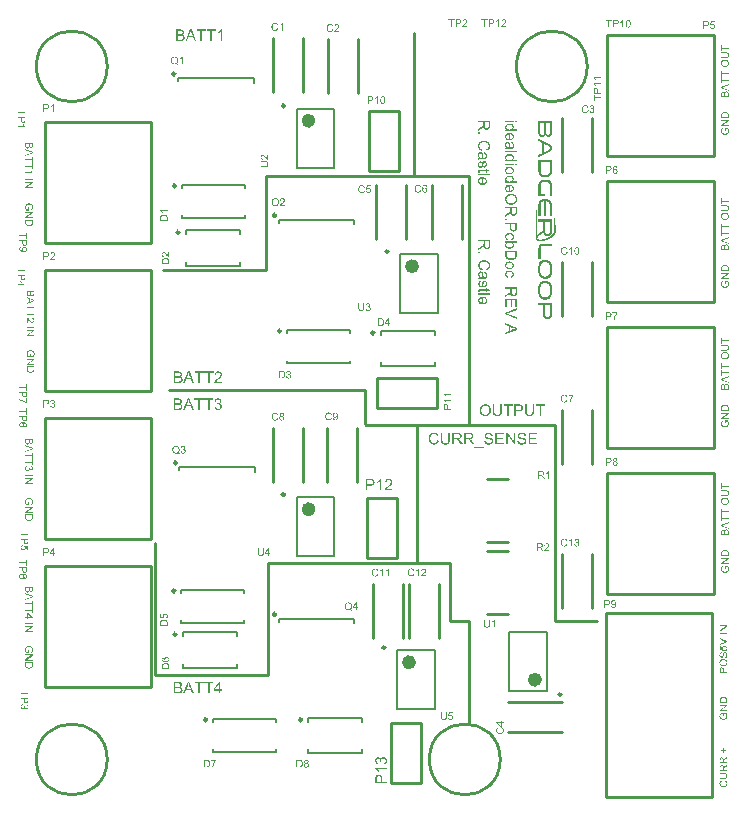
<source format=gto>
G04*
G04 #@! TF.GenerationSoftware,Altium Limited,Altium Designer,18.1.9 (240)*
G04*
G04 Layer_Color=65535*
%FSLAX25Y25*%
%MOIN*%
G70*
G01*
G75*
%ADD10C,0.01000*%
%ADD11C,0.00984*%
%ADD12C,0.02362*%
%ADD13C,0.00787*%
G36*
X292521Y416128D02*
X292470D01*
Y415874D01*
X292419D01*
Y415721D01*
X292368D01*
Y415568D01*
X292317D01*
Y415466D01*
X292266D01*
Y415415D01*
X292215D01*
Y415313D01*
X292164D01*
Y415263D01*
X292114D01*
Y415211D01*
X292063D01*
Y415161D01*
X291961D01*
Y415110D01*
X291859D01*
Y415059D01*
X291757D01*
Y415008D01*
X291553D01*
Y414957D01*
X291146D01*
Y415008D01*
X290942D01*
Y415059D01*
X290840D01*
Y415110D01*
X290739D01*
Y415161D01*
X290688D01*
Y415211D01*
X290637D01*
Y415263D01*
X290586D01*
Y415313D01*
X290535D01*
Y415364D01*
X290484D01*
Y415466D01*
X290433D01*
Y415517D01*
X290382D01*
Y415670D01*
X290280D01*
Y415517D01*
X290229D01*
Y415415D01*
X290178D01*
Y415313D01*
X290127D01*
Y415263D01*
X290076D01*
Y415161D01*
X290025D01*
Y415110D01*
X289974D01*
Y415059D01*
X289873D01*
Y415008D01*
X289822D01*
Y414957D01*
X289720D01*
Y414906D01*
X289567D01*
Y414855D01*
X288905D01*
Y414906D01*
X288752D01*
Y414957D01*
X288650D01*
Y415008D01*
X288599D01*
Y415059D01*
X288498D01*
Y415110D01*
X288447D01*
Y415161D01*
X288396D01*
Y415263D01*
X288345D01*
Y415313D01*
X288294D01*
Y415415D01*
X288243D01*
Y415517D01*
X288192D01*
Y415619D01*
X288141D01*
Y415772D01*
X288090D01*
Y416026D01*
X288039D01*
Y420457D01*
X292521D01*
Y416128D01*
D02*
G37*
G36*
X288090Y414397D02*
X288192D01*
Y414346D01*
X288294D01*
Y414295D01*
X288396D01*
Y414244D01*
X288498D01*
Y414193D01*
X288599D01*
Y414142D01*
X288701D01*
Y414091D01*
X288803D01*
Y414040D01*
X288905D01*
Y413989D01*
X289007D01*
Y413938D01*
X289109D01*
Y413887D01*
X289211D01*
Y413836D01*
X289313D01*
Y413786D01*
X289414D01*
Y413735D01*
X289516D01*
Y413684D01*
X289618D01*
Y413633D01*
X289720D01*
Y413582D01*
X289822D01*
Y413531D01*
X289924D01*
Y413480D01*
X290025D01*
Y413429D01*
X290127D01*
Y413378D01*
X290229D01*
Y413327D01*
X290331D01*
Y413276D01*
X290433D01*
Y413225D01*
X290535D01*
Y413174D01*
X290637D01*
Y413123D01*
X290739D01*
Y413072D01*
X290840D01*
Y413022D01*
X290942D01*
Y412971D01*
X291044D01*
Y412920D01*
X291146D01*
Y412869D01*
X291248D01*
Y412818D01*
X291350D01*
Y412767D01*
X291452D01*
Y412716D01*
X291553D01*
Y412665D01*
X291655D01*
Y412614D01*
X291757D01*
Y412563D01*
X291859D01*
Y412512D01*
X291910D01*
Y412461D01*
X292012D01*
Y412410D01*
X292063D01*
Y412360D01*
X292114D01*
Y412309D01*
X292215D01*
Y412258D01*
X292266D01*
Y412207D01*
X292317D01*
Y412105D01*
X292368D01*
Y412054D01*
X292419D01*
Y411952D01*
X292470D01*
Y411850D01*
X292521D01*
Y411697D01*
X292572D01*
Y410933D01*
X292521D01*
Y410781D01*
X292470D01*
Y410628D01*
X292419D01*
Y410577D01*
X292368D01*
Y410475D01*
X292317D01*
Y410424D01*
X292266D01*
Y410373D01*
X292215D01*
Y410322D01*
X292164D01*
Y410271D01*
X292114D01*
Y410220D01*
X292063D01*
Y410170D01*
X291961D01*
Y410119D01*
X291910D01*
Y410068D01*
X291808D01*
Y410017D01*
X291706D01*
Y409966D01*
X291604D01*
Y409915D01*
X291502D01*
Y409864D01*
X291401D01*
Y409813D01*
X291299D01*
Y409762D01*
X291197D01*
Y409711D01*
X291095D01*
Y409660D01*
X290993D01*
Y409609D01*
X290891D01*
Y409558D01*
X290789D01*
Y409508D01*
X290688D01*
Y409456D01*
X290586D01*
Y409406D01*
X290484D01*
Y409355D01*
X290382D01*
Y409304D01*
X290280D01*
Y409253D01*
X290178D01*
Y409202D01*
X290076D01*
Y409151D01*
X289974D01*
Y409100D01*
X289873D01*
Y409049D01*
X289771D01*
Y408998D01*
X289669D01*
Y408947D01*
X289567D01*
Y408896D01*
X289465D01*
Y408845D01*
X289363D01*
Y408794D01*
X289262D01*
Y408743D01*
X289160D01*
Y408693D01*
X289058D01*
Y408642D01*
X288956D01*
Y408591D01*
X288854D01*
Y408540D01*
X288752D01*
Y408489D01*
X288650D01*
Y408438D01*
X288548D01*
Y408387D01*
X288447D01*
Y408336D01*
X288345D01*
Y408285D01*
X288243D01*
Y408234D01*
X288141D01*
Y408183D01*
X288039D01*
Y408947D01*
X288090D01*
Y408998D01*
X288192D01*
Y409049D01*
X288294D01*
Y409100D01*
X288396D01*
Y409151D01*
X288498D01*
Y409202D01*
X288599D01*
Y409253D01*
X288701D01*
Y409304D01*
X288803D01*
Y409355D01*
X288905D01*
Y409406D01*
X289007D01*
Y409456D01*
X289109D01*
Y409508D01*
X289211D01*
Y409558D01*
X289262D01*
Y413072D01*
X289160D01*
Y413123D01*
X289058D01*
Y413174D01*
X288956D01*
Y413225D01*
X288854D01*
Y413276D01*
X288752D01*
Y413327D01*
X288650D01*
Y413378D01*
X288548D01*
Y413429D01*
X288447D01*
Y413480D01*
X288345D01*
Y413531D01*
X288243D01*
Y413582D01*
X288141D01*
Y413633D01*
X288039D01*
Y414448D01*
X288090D01*
Y414397D01*
D02*
G37*
G36*
X292521Y403192D02*
X292470D01*
Y402938D01*
X292419D01*
Y402734D01*
X292368D01*
Y402632D01*
X292317D01*
Y402479D01*
X292266D01*
Y402428D01*
X292215D01*
Y402326D01*
X292164D01*
Y402276D01*
X292114D01*
Y402174D01*
X292063D01*
Y402123D01*
X292012D01*
Y402072D01*
X291961D01*
Y402021D01*
X291910D01*
Y401970D01*
X291808D01*
Y401919D01*
X291757D01*
Y401868D01*
X291655D01*
Y401817D01*
X291553D01*
Y401766D01*
X291401D01*
Y401715D01*
X291248D01*
Y401664D01*
X291044D01*
Y401613D01*
X290586D01*
Y401562D01*
X289974D01*
Y401613D01*
X289516D01*
Y401664D01*
X289313D01*
Y401715D01*
X289160D01*
Y401766D01*
X289007D01*
Y401817D01*
X288905D01*
Y401868D01*
X288803D01*
Y401919D01*
X288752D01*
Y401970D01*
X288650D01*
Y402021D01*
X288599D01*
Y402072D01*
X288548D01*
Y402123D01*
X288498D01*
Y402174D01*
X288447D01*
Y402276D01*
X288396D01*
Y402326D01*
X288345D01*
Y402377D01*
X288294D01*
Y402479D01*
X288243D01*
Y402581D01*
X288192D01*
Y402734D01*
X288141D01*
Y402938D01*
X288090D01*
Y403192D01*
X288039D01*
Y407368D01*
X292521D01*
Y403192D01*
D02*
G37*
G36*
X290840Y400748D02*
X291146D01*
Y400697D01*
X291350D01*
Y400646D01*
X291502D01*
Y400595D01*
X291604D01*
Y400544D01*
X291706D01*
Y400493D01*
X291757D01*
Y400442D01*
X291859D01*
Y400391D01*
X291910D01*
Y400340D01*
X291961D01*
Y400289D01*
X292012D01*
Y400238D01*
X292063D01*
Y400187D01*
X292114D01*
Y400136D01*
X292164D01*
Y400085D01*
X292215D01*
Y399984D01*
X292266D01*
Y399882D01*
X292317D01*
Y399780D01*
X292368D01*
Y399627D01*
X292419D01*
Y399474D01*
X292470D01*
Y399169D01*
X292521D01*
Y395196D01*
X291808D01*
Y399118D01*
X291757D01*
Y399322D01*
X291706D01*
Y399474D01*
X291655D01*
Y399576D01*
X291604D01*
Y399627D01*
X291553D01*
Y399678D01*
X291502D01*
Y399729D01*
X291452D01*
Y399780D01*
X291401D01*
Y399831D01*
X291350D01*
Y399882D01*
X291248D01*
Y399933D01*
X291146D01*
Y399984D01*
X290942D01*
Y400035D01*
X290586D01*
Y400085D01*
X289974D01*
Y400035D01*
X289618D01*
Y399984D01*
X289414D01*
Y399933D01*
X289313D01*
Y399882D01*
X289211D01*
Y399831D01*
X289160D01*
Y399780D01*
X289109D01*
Y399729D01*
X289058D01*
Y399678D01*
X289007D01*
Y399627D01*
X288956D01*
Y399576D01*
X288905D01*
Y399474D01*
X288854D01*
Y399322D01*
X288803D01*
Y399118D01*
X288752D01*
Y395858D01*
X290382D01*
Y395145D01*
X288039D01*
Y399169D01*
X288090D01*
Y399474D01*
X288141D01*
Y399627D01*
X288192D01*
Y399780D01*
X288243D01*
Y399882D01*
X288294D01*
Y399984D01*
X288345D01*
Y400085D01*
X288396D01*
Y400136D01*
X288447D01*
Y400187D01*
X288498D01*
Y400238D01*
X288548D01*
Y400289D01*
X288599D01*
Y400340D01*
X288650D01*
Y400391D01*
X288701D01*
Y400442D01*
X288803D01*
Y400493D01*
X288854D01*
Y400544D01*
X288956D01*
Y400595D01*
X289058D01*
Y400646D01*
X289211D01*
Y400697D01*
X289414D01*
Y400748D01*
X289720D01*
Y400799D01*
X290840D01*
Y400748D01*
D02*
G37*
G36*
X290688Y394229D02*
X291044D01*
Y394178D01*
X291299D01*
Y394127D01*
X291452D01*
Y394076D01*
X291553D01*
Y394025D01*
X291655D01*
Y393974D01*
X291757D01*
Y393923D01*
X291808D01*
Y393872D01*
X291910D01*
Y393821D01*
X291961D01*
Y393770D01*
X292012D01*
Y393719D01*
X292063D01*
Y393668D01*
X292114D01*
Y393617D01*
X292164D01*
Y393516D01*
X292215D01*
Y393465D01*
X292266D01*
Y393363D01*
X292317D01*
Y393261D01*
X292368D01*
Y393108D01*
X292419D01*
Y392904D01*
X292470D01*
Y392650D01*
X292521D01*
Y388575D01*
X291859D01*
Y392242D01*
X291808D01*
Y392650D01*
X291757D01*
Y392803D01*
X291706D01*
Y392955D01*
X291655D01*
Y393057D01*
X291604D01*
Y393108D01*
X291553D01*
Y393159D01*
X291502D01*
Y393210D01*
X291452D01*
Y393261D01*
X291401D01*
Y393312D01*
X291350D01*
Y393363D01*
X291248D01*
Y393414D01*
X291095D01*
Y393465D01*
X290942D01*
Y393516D01*
X290586D01*
Y388677D01*
X289974D01*
Y393516D01*
X289618D01*
Y393465D01*
X289465D01*
Y393414D01*
X289313D01*
Y393363D01*
X289211D01*
Y393312D01*
X289160D01*
Y393261D01*
X289109D01*
Y393210D01*
X289058D01*
Y393159D01*
X289007D01*
Y393108D01*
X288956D01*
Y393057D01*
X288905D01*
Y392955D01*
X288854D01*
Y392803D01*
X288803D01*
Y392650D01*
X288752D01*
Y388626D01*
X288701D01*
Y388575D01*
X288039D01*
Y392650D01*
X288090D01*
Y392904D01*
X288141D01*
Y393108D01*
X288192D01*
Y393261D01*
X288243D01*
Y393363D01*
X288294D01*
Y393465D01*
X288345D01*
Y393516D01*
X288396D01*
Y393617D01*
X288447D01*
Y393668D01*
X288498D01*
Y393719D01*
X288548D01*
Y393770D01*
X288599D01*
Y393821D01*
X288650D01*
Y393872D01*
X288752D01*
Y393923D01*
X288803D01*
Y393974D01*
X288905D01*
Y394025D01*
X289007D01*
Y394076D01*
X289109D01*
Y394127D01*
X289262D01*
Y394178D01*
X289516D01*
Y394229D01*
X289873D01*
Y394280D01*
X290688D01*
Y394229D01*
D02*
G37*
G36*
X287530Y389339D02*
X287581D01*
Y386895D01*
X287632D01*
Y384450D01*
X287683D01*
Y382464D01*
X287785D01*
Y382515D01*
X287836D01*
Y382566D01*
X287886D01*
Y382617D01*
X287937D01*
Y382668D01*
X288039D01*
Y382718D01*
X288090D01*
Y382769D01*
X288141D01*
Y382820D01*
X288192D01*
Y382871D01*
X288294D01*
Y382922D01*
X288345D01*
Y382973D01*
X288447D01*
Y383024D01*
X288498D01*
Y383075D01*
X288599D01*
Y383126D01*
X288650D01*
Y383177D01*
X288752D01*
Y383228D01*
X288803D01*
Y383279D01*
X288905D01*
Y383330D01*
X289007D01*
Y383381D01*
X289109D01*
Y383432D01*
X289211D01*
Y383483D01*
X289313D01*
Y383533D01*
X289414D01*
Y383584D01*
X289516D01*
Y383635D01*
X289618D01*
Y386742D01*
X289567D01*
Y386793D01*
X288039D01*
Y387506D01*
X292521D01*
Y383228D01*
X292470D01*
Y382973D01*
X292419D01*
Y382769D01*
X292368D01*
Y382668D01*
X292317D01*
Y382566D01*
X292266D01*
Y382464D01*
X292215D01*
Y382413D01*
X292164D01*
Y382362D01*
X292114D01*
Y382260D01*
X292012D01*
Y382209D01*
X291961D01*
Y382158D01*
X291910D01*
Y382107D01*
X291808D01*
Y382056D01*
X291706D01*
Y382006D01*
X291553D01*
Y381955D01*
X291248D01*
Y381904D01*
X291044D01*
Y381955D01*
X290739D01*
Y382006D01*
X290586D01*
Y382056D01*
X290484D01*
Y382107D01*
X290382D01*
Y382158D01*
X290331D01*
Y382209D01*
X290280D01*
Y382260D01*
X290178D01*
Y382362D01*
X290127D01*
Y382413D01*
X290076D01*
Y382464D01*
X290025D01*
Y382566D01*
X289974D01*
Y382617D01*
X289924D01*
Y382769D01*
X289873D01*
Y382871D01*
X289822D01*
Y383024D01*
X289669D01*
Y382973D01*
X289567D01*
Y382922D01*
X289465D01*
Y382871D01*
X289363D01*
Y382820D01*
X289262D01*
Y382769D01*
X289160D01*
Y382718D01*
X289109D01*
Y382668D01*
X289007D01*
Y382617D01*
X288956D01*
Y382566D01*
X288854D01*
Y382515D01*
X288803D01*
Y382464D01*
X288701D01*
Y382413D01*
X288650D01*
Y382362D01*
X288599D01*
Y382311D01*
X288498D01*
Y382260D01*
X288447D01*
Y382209D01*
X288396D01*
Y382158D01*
X288345D01*
Y382107D01*
X288294D01*
Y382056D01*
X288243D01*
Y382006D01*
X288192D01*
Y381955D01*
X288141D01*
Y381904D01*
X288090D01*
Y381853D01*
X288039D01*
Y381802D01*
X287988D01*
Y381751D01*
X287937D01*
Y381649D01*
X287886D01*
Y381598D01*
X287836D01*
Y381496D01*
X287785D01*
Y381394D01*
X287734D01*
Y381038D01*
X287785D01*
Y380987D01*
X287836D01*
Y380936D01*
X287886D01*
Y380885D01*
X287988D01*
Y380834D01*
X288141D01*
Y380783D01*
X288498D01*
Y380732D01*
X288854D01*
Y380783D01*
X289313D01*
Y380834D01*
X289567D01*
Y380885D01*
X289822D01*
Y380936D01*
X289974D01*
Y380987D01*
X290178D01*
Y381038D01*
X290331D01*
Y381089D01*
X290484D01*
Y381140D01*
X290586D01*
Y381191D01*
X290739D01*
Y381242D01*
X290840D01*
Y381293D01*
X290942D01*
Y381343D01*
X291095D01*
Y381394D01*
X291197D01*
Y381445D01*
X291299D01*
Y381496D01*
X291401D01*
Y381547D01*
X291502D01*
Y381598D01*
X291553D01*
Y381649D01*
X291655D01*
Y381700D01*
X291757D01*
Y381751D01*
X291859D01*
Y381802D01*
X291910D01*
Y381853D01*
X292012D01*
Y381904D01*
X292063D01*
Y381955D01*
X292114D01*
Y382006D01*
X292215D01*
Y382056D01*
X292266D01*
Y382107D01*
X292317D01*
Y382158D01*
X292419D01*
Y382209D01*
X292470D01*
Y382260D01*
X292521D01*
Y382311D01*
X292572D01*
Y382362D01*
X292623D01*
Y382413D01*
X292674D01*
Y382464D01*
X292725D01*
Y382515D01*
X292776D01*
Y382566D01*
X292827D01*
Y382617D01*
X292878D01*
Y382668D01*
X292929D01*
Y382769D01*
X292979D01*
Y382820D01*
X293030D01*
Y382922D01*
X293081D01*
Y383024D01*
X293132D01*
Y383330D01*
X293183D01*
Y384348D01*
X293234D01*
Y385571D01*
X293285D01*
Y386793D01*
X293336D01*
Y388066D01*
X293387D01*
Y388117D01*
X293641D01*
Y387302D01*
X293692D01*
Y385774D01*
X293743D01*
Y384246D01*
X293794D01*
Y382973D01*
X293743D01*
Y382820D01*
X293692D01*
Y382718D01*
X293641D01*
Y382617D01*
X293590D01*
Y382515D01*
X293540D01*
Y382464D01*
X293489D01*
Y382362D01*
X293438D01*
Y382311D01*
X293387D01*
Y382260D01*
X293336D01*
Y382158D01*
X293285D01*
Y382107D01*
X293234D01*
Y382056D01*
X293183D01*
Y382006D01*
X293132D01*
Y381955D01*
X293081D01*
Y381904D01*
X293030D01*
Y381853D01*
X292979D01*
Y381802D01*
X292878D01*
Y381751D01*
X292827D01*
Y381700D01*
X292776D01*
Y381649D01*
X292725D01*
Y381598D01*
X292623D01*
Y381547D01*
X292572D01*
Y381496D01*
X292521D01*
Y381445D01*
X292419D01*
Y381394D01*
X292368D01*
Y381343D01*
X292266D01*
Y381293D01*
X292164D01*
Y381242D01*
X292114D01*
Y381191D01*
X292012D01*
Y381140D01*
X291910D01*
Y381089D01*
X291859D01*
Y381038D01*
X291757D01*
Y380987D01*
X291655D01*
Y380936D01*
X291553D01*
Y380885D01*
X291452D01*
Y380834D01*
X291299D01*
Y380783D01*
X291197D01*
Y380732D01*
X291095D01*
Y380681D01*
X290942D01*
Y380630D01*
X290840D01*
Y380579D01*
X290688D01*
Y380528D01*
X290535D01*
Y380478D01*
X290382D01*
Y380427D01*
X290229D01*
Y380376D01*
X290025D01*
Y380325D01*
X289822D01*
Y380274D01*
X289567D01*
Y380223D01*
X289211D01*
Y380172D01*
X288192D01*
Y380223D01*
X287937D01*
Y380274D01*
X287785D01*
Y380325D01*
X287632D01*
Y380376D01*
X287581D01*
Y380427D01*
X287479D01*
Y380478D01*
X287428D01*
Y380528D01*
X287326D01*
Y380579D01*
X287275D01*
Y380681D01*
X287224D01*
Y380732D01*
X287173D01*
Y380834D01*
X287123D01*
Y380987D01*
X287072D01*
Y382311D01*
X287123D01*
Y384756D01*
X287173D01*
Y387200D01*
X287224D01*
Y389645D01*
X287275D01*
Y390511D01*
X287530D01*
Y389339D01*
D02*
G37*
G36*
X292521Y378695D02*
X289516D01*
Y378644D01*
X289313D01*
Y378593D01*
X289211D01*
Y378542D01*
X289109D01*
Y378491D01*
X289058D01*
Y378440D01*
X289007D01*
Y378390D01*
X288956D01*
Y378288D01*
X288905D01*
Y378186D01*
X288854D01*
Y378033D01*
X288803D01*
Y377829D01*
X288752D01*
Y374315D01*
X288039D01*
Y377829D01*
X288090D01*
Y378186D01*
X288141D01*
Y378339D01*
X288192D01*
Y378491D01*
X288243D01*
Y378593D01*
X288294D01*
Y378695D01*
X288345D01*
Y378797D01*
X288396D01*
Y378848D01*
X288447D01*
Y378950D01*
X288498D01*
Y379001D01*
X288548D01*
Y379052D01*
X288650D01*
Y379102D01*
X288701D01*
Y379153D01*
X288752D01*
Y379204D01*
X288854D01*
Y379255D01*
X288956D01*
Y379306D01*
X289109D01*
Y379357D01*
X289363D01*
Y379408D01*
X292521D01*
Y378695D01*
D02*
G37*
G36*
X290688Y373908D02*
X290993D01*
Y373857D01*
X291197D01*
Y373806D01*
X291350D01*
Y373755D01*
X291452D01*
Y373704D01*
X291553D01*
Y373653D01*
X291655D01*
Y373602D01*
X291706D01*
Y373551D01*
X291757D01*
Y373500D01*
X291859D01*
Y373449D01*
X291910D01*
Y373398D01*
X291961D01*
Y373347D01*
X292012D01*
Y373246D01*
X292063D01*
Y373195D01*
X292114D01*
Y373093D01*
X292164D01*
Y373042D01*
X292215D01*
Y372940D01*
X292266D01*
Y372838D01*
X292317D01*
Y372685D01*
X292368D01*
Y372533D01*
X292419D01*
Y372329D01*
X292470D01*
Y372074D01*
X292521D01*
Y371718D01*
X292572D01*
Y369986D01*
X292521D01*
Y369579D01*
X292470D01*
Y369324D01*
X292419D01*
Y369120D01*
X292368D01*
Y368968D01*
X292317D01*
Y368866D01*
X292266D01*
Y368713D01*
X292215D01*
Y368662D01*
X292164D01*
Y368560D01*
X292114D01*
Y368458D01*
X292063D01*
Y368407D01*
X292012D01*
Y368356D01*
X291961D01*
Y368305D01*
X291910D01*
Y368254D01*
X291859D01*
Y368204D01*
X291808D01*
Y368153D01*
X291757D01*
Y368102D01*
X291706D01*
Y368051D01*
X291604D01*
Y368000D01*
X291553D01*
Y367949D01*
X291452D01*
Y367898D01*
X291299D01*
Y367847D01*
X291146D01*
Y367796D01*
X290942D01*
Y367745D01*
X290484D01*
Y367694D01*
X290076D01*
Y367745D01*
X289618D01*
Y367796D01*
X289414D01*
Y367847D01*
X289262D01*
Y367898D01*
X289109D01*
Y367949D01*
X289007D01*
Y368000D01*
X288956D01*
Y368051D01*
X288854D01*
Y368102D01*
X288803D01*
Y368153D01*
X288752D01*
Y368204D01*
X288650D01*
Y368254D01*
X288599D01*
Y368356D01*
X288548D01*
Y368407D01*
X288498D01*
Y368458D01*
X288447D01*
Y368560D01*
X288396D01*
Y368611D01*
X288345D01*
Y368713D01*
X288294D01*
Y368815D01*
X288243D01*
Y368968D01*
X288192D01*
Y369120D01*
X288141D01*
Y369324D01*
X288090D01*
Y369528D01*
X288039D01*
Y369884D01*
X287988D01*
Y371769D01*
X288039D01*
Y372125D01*
X288090D01*
Y372380D01*
X288141D01*
Y372533D01*
X288192D01*
Y372685D01*
X288243D01*
Y372838D01*
X288294D01*
Y372940D01*
X288345D01*
Y373042D01*
X288396D01*
Y373144D01*
X288447D01*
Y373195D01*
X288498D01*
Y373246D01*
X288548D01*
Y373347D01*
X288599D01*
Y373398D01*
X288650D01*
Y373449D01*
X288701D01*
Y373500D01*
X288752D01*
Y373551D01*
X288854D01*
Y373602D01*
X288905D01*
Y373653D01*
X289007D01*
Y373704D01*
X289109D01*
Y373755D01*
X289211D01*
Y373806D01*
X289363D01*
Y373857D01*
X289567D01*
Y373908D01*
X289873D01*
Y373959D01*
X290688D01*
Y373908D01*
D02*
G37*
G36*
X290586Y366930D02*
X290993D01*
Y366879D01*
X291197D01*
Y366828D01*
X291299D01*
Y366778D01*
X291452D01*
Y366727D01*
X291553D01*
Y366676D01*
X291604D01*
Y366625D01*
X291706D01*
Y366574D01*
X291757D01*
Y366523D01*
X291859D01*
Y366472D01*
X291910D01*
Y366421D01*
X291961D01*
Y366319D01*
X292012D01*
Y366268D01*
X292063D01*
Y366217D01*
X292114D01*
Y366115D01*
X292164D01*
Y366065D01*
X292215D01*
Y365963D01*
X292266D01*
Y365861D01*
X292317D01*
Y365708D01*
X292368D01*
Y365555D01*
X292419D01*
Y365352D01*
X292470D01*
Y365097D01*
X292521D01*
Y364740D01*
X292572D01*
Y362958D01*
X292521D01*
Y362601D01*
X292470D01*
Y362347D01*
X292419D01*
Y362143D01*
X292368D01*
Y361990D01*
X292317D01*
Y361888D01*
X292266D01*
Y361736D01*
X292215D01*
Y361634D01*
X292164D01*
Y361583D01*
X292114D01*
Y361481D01*
X292063D01*
Y361430D01*
X292012D01*
Y361379D01*
X291961D01*
Y361277D01*
X291910D01*
Y361226D01*
X291808D01*
Y361175D01*
X291757D01*
Y361124D01*
X291706D01*
Y361073D01*
X291604D01*
Y361022D01*
X291553D01*
Y360972D01*
X291452D01*
Y360921D01*
X291299D01*
Y360870D01*
X291146D01*
Y360819D01*
X290942D01*
Y360768D01*
X290586D01*
Y360717D01*
X289974D01*
Y360768D01*
X289618D01*
Y360819D01*
X289363D01*
Y360870D01*
X289262D01*
Y360921D01*
X289109D01*
Y360972D01*
X289007D01*
Y361022D01*
X288956D01*
Y361073D01*
X288854D01*
Y361124D01*
X288803D01*
Y361175D01*
X288701D01*
Y361226D01*
X288650D01*
Y361277D01*
X288599D01*
Y361328D01*
X288548D01*
Y361430D01*
X288498D01*
Y361481D01*
X288447D01*
Y361583D01*
X288396D01*
Y361634D01*
X288345D01*
Y361736D01*
X288294D01*
Y361837D01*
X288243D01*
Y361990D01*
X288192D01*
Y362143D01*
X288141D01*
Y362296D01*
X288090D01*
Y362550D01*
X288039D01*
Y362907D01*
X287988D01*
Y364791D01*
X288039D01*
Y365148D01*
X288090D01*
Y365403D01*
X288141D01*
Y365555D01*
X288192D01*
Y365708D01*
X288243D01*
Y365861D01*
X288294D01*
Y365963D01*
X288345D01*
Y366065D01*
X288396D01*
Y366115D01*
X288447D01*
Y366217D01*
X288498D01*
Y366268D01*
X288548D01*
Y366370D01*
X288599D01*
Y366421D01*
X288650D01*
Y366472D01*
X288701D01*
Y366523D01*
X288803D01*
Y366574D01*
X288854D01*
Y366625D01*
X288905D01*
Y366676D01*
X289007D01*
Y366727D01*
X289109D01*
Y366778D01*
X289211D01*
Y366828D01*
X289363D01*
Y366879D01*
X289567D01*
Y366930D01*
X289974D01*
Y366981D01*
X290586D01*
Y366930D01*
D02*
G37*
G36*
X292521Y355522D02*
X292470D01*
Y355268D01*
X292419D01*
Y355115D01*
X292368D01*
Y354962D01*
X292317D01*
Y354911D01*
X292266D01*
Y354809D01*
X292215D01*
Y354758D01*
X292164D01*
Y354656D01*
X292114D01*
Y354605D01*
X292063D01*
Y354555D01*
X292012D01*
Y354504D01*
X291910D01*
Y354453D01*
X291859D01*
Y354402D01*
X291757D01*
Y354351D01*
X291655D01*
Y354300D01*
X291553D01*
Y354249D01*
X291299D01*
Y354198D01*
X290840D01*
Y354249D01*
X290586D01*
Y354300D01*
X290433D01*
Y354351D01*
X290331D01*
Y354402D01*
X290280D01*
Y354453D01*
X290178D01*
Y354504D01*
X290127D01*
Y354555D01*
X290076D01*
Y354605D01*
X290025D01*
Y354656D01*
X289974D01*
Y354707D01*
X289924D01*
Y354758D01*
X289873D01*
Y354860D01*
X289822D01*
Y354962D01*
X289771D01*
Y355064D01*
X289720D01*
Y355166D01*
X289669D01*
Y355369D01*
X289618D01*
Y355777D01*
X289567D01*
Y359036D01*
X288039D01*
Y359749D01*
X292521D01*
Y355522D01*
D02*
G37*
G36*
X282597Y316402D02*
X282635D01*
X282741Y316391D01*
X282857Y316374D01*
X282980Y316346D01*
X283113Y316313D01*
X283235Y316268D01*
X283241D01*
X283252Y316263D01*
X283268Y316252D01*
X283290Y316241D01*
X283346Y316213D01*
X283418Y316163D01*
X283501Y316108D01*
X283584Y316035D01*
X283662Y315952D01*
X283734Y315858D01*
Y315852D01*
X283740Y315847D01*
X283751Y315830D01*
X283762Y315813D01*
X283790Y315758D01*
X283823Y315686D01*
X283862Y315597D01*
X283890Y315492D01*
X283917Y315381D01*
X283929Y315258D01*
X283440Y315219D01*
Y315225D01*
Y315236D01*
X283435Y315253D01*
X283429Y315281D01*
X283413Y315342D01*
X283390Y315425D01*
X283357Y315514D01*
X283307Y315602D01*
X283246Y315686D01*
X283168Y315763D01*
X283157Y315769D01*
X283129Y315791D01*
X283074Y315825D01*
X283002Y315858D01*
X282908Y315891D01*
X282797Y315924D01*
X282658Y315947D01*
X282502Y315952D01*
X282425D01*
X282391Y315947D01*
X282347Y315941D01*
X282247Y315930D01*
X282136Y315908D01*
X282025Y315880D01*
X281920Y315836D01*
X281875Y315808D01*
X281831Y315780D01*
X281820Y315774D01*
X281797Y315752D01*
X281764Y315714D01*
X281731Y315669D01*
X281692Y315608D01*
X281659Y315541D01*
X281637Y315464D01*
X281625Y315375D01*
Y315364D01*
Y315342D01*
X281631Y315303D01*
X281642Y315258D01*
X281659Y315203D01*
X281686Y315147D01*
X281720Y315092D01*
X281770Y315036D01*
X281775Y315031D01*
X281803Y315014D01*
X281825Y314998D01*
X281847Y314986D01*
X281881Y314970D01*
X281920Y314948D01*
X281969Y314931D01*
X282025Y314909D01*
X282086Y314886D01*
X282158Y314859D01*
X282236Y314837D01*
X282325Y314809D01*
X282425Y314787D01*
X282536Y314759D01*
X282541D01*
X282563Y314753D01*
X282597Y314748D01*
X282635Y314737D01*
X282685Y314726D01*
X282747Y314709D01*
X282807Y314692D01*
X282874Y314676D01*
X283018Y314637D01*
X283157Y314598D01*
X283224Y314576D01*
X283285Y314553D01*
X283340Y314537D01*
X283385Y314515D01*
X283390D01*
X283401Y314509D01*
X283418Y314498D01*
X283440Y314487D01*
X283501Y314454D01*
X283574Y314409D01*
X283657Y314348D01*
X283740Y314282D01*
X283818Y314204D01*
X283884Y314121D01*
X283890Y314109D01*
X283912Y314082D01*
X283934Y314032D01*
X283967Y313965D01*
X283995Y313888D01*
X284023Y313793D01*
X284040Y313688D01*
X284045Y313577D01*
Y313571D01*
Y313566D01*
Y313549D01*
Y313527D01*
X284034Y313466D01*
X284023Y313388D01*
X284001Y313299D01*
X283973Y313205D01*
X283929Y313105D01*
X283868Y313000D01*
Y312994D01*
X283862Y312988D01*
X283834Y312955D01*
X283795Y312905D01*
X283740Y312850D01*
X283668Y312783D01*
X283579Y312711D01*
X283479Y312644D01*
X283363Y312583D01*
X283357D01*
X283346Y312578D01*
X283329Y312572D01*
X283307Y312561D01*
X283274Y312550D01*
X283235Y312533D01*
X283146Y312511D01*
X283041Y312483D01*
X282913Y312456D01*
X282774Y312439D01*
X282624Y312433D01*
X282536D01*
X282491Y312439D01*
X282441D01*
X282386Y312444D01*
X282319Y312450D01*
X282180Y312472D01*
X282036Y312494D01*
X281892Y312533D01*
X281753Y312583D01*
X281748D01*
X281736Y312589D01*
X281720Y312600D01*
X281698Y312611D01*
X281631Y312644D01*
X281553Y312694D01*
X281464Y312761D01*
X281370Y312839D01*
X281281Y312933D01*
X281198Y313038D01*
Y313044D01*
X281187Y313055D01*
X281181Y313072D01*
X281165Y313094D01*
X281154Y313122D01*
X281137Y313155D01*
X281098Y313238D01*
X281059Y313344D01*
X281026Y313460D01*
X281004Y313593D01*
X280993Y313732D01*
X281470Y313776D01*
Y313771D01*
Y313765D01*
X281476Y313749D01*
Y313727D01*
X281487Y313677D01*
X281503Y313604D01*
X281525Y313532D01*
X281548Y313449D01*
X281587Y313371D01*
X281625Y313299D01*
X281631Y313294D01*
X281648Y313271D01*
X281675Y313233D01*
X281720Y313194D01*
X281775Y313144D01*
X281836Y313094D01*
X281920Y313044D01*
X282008Y313000D01*
X282014D01*
X282019Y312994D01*
X282036Y312988D01*
X282053Y312983D01*
X282108Y312966D01*
X282180Y312944D01*
X282269Y312922D01*
X282369Y312905D01*
X282480Y312894D01*
X282602Y312889D01*
X282652D01*
X282708Y312894D01*
X282774Y312900D01*
X282852Y312911D01*
X282941Y312922D01*
X283030Y312944D01*
X283113Y312972D01*
X283124Y312977D01*
X283152Y312988D01*
X283190Y313011D01*
X283241Y313033D01*
X283290Y313072D01*
X283346Y313110D01*
X283401Y313155D01*
X283446Y313210D01*
X283451Y313216D01*
X283462Y313238D01*
X283479Y313266D01*
X283501Y313310D01*
X283524Y313355D01*
X283540Y313410D01*
X283551Y313471D01*
X283557Y313538D01*
Y313543D01*
Y313571D01*
X283551Y313604D01*
X283546Y313649D01*
X283529Y313693D01*
X283512Y313749D01*
X283485Y313804D01*
X283446Y313854D01*
X283440Y313860D01*
X283424Y313876D01*
X283401Y313899D01*
X283363Y313932D01*
X283318Y313965D01*
X283257Y314004D01*
X283185Y314043D01*
X283102Y314076D01*
X283096Y314082D01*
X283068Y314087D01*
X283024Y314104D01*
X282996Y314109D01*
X282957Y314121D01*
X282919Y314137D01*
X282869Y314148D01*
X282813Y314165D01*
X282747Y314182D01*
X282680Y314198D01*
X282602Y314220D01*
X282513Y314243D01*
X282419Y314265D01*
X282414D01*
X282397Y314270D01*
X282369Y314276D01*
X282336Y314287D01*
X282291Y314298D01*
X282241Y314309D01*
X282131Y314343D01*
X282008Y314382D01*
X281881Y314420D01*
X281770Y314459D01*
X281720Y314481D01*
X281675Y314504D01*
X281670D01*
X281664Y314509D01*
X281631Y314531D01*
X281581Y314559D01*
X281525Y314603D01*
X281459Y314653D01*
X281392Y314715D01*
X281326Y314787D01*
X281270Y314864D01*
X281265Y314875D01*
X281248Y314903D01*
X281226Y314948D01*
X281204Y315003D01*
X281181Y315075D01*
X281159Y315159D01*
X281142Y315247D01*
X281137Y315342D01*
Y315347D01*
Y315353D01*
Y315369D01*
Y315392D01*
X281148Y315447D01*
X281159Y315519D01*
X281176Y315602D01*
X281204Y315697D01*
X281242Y315791D01*
X281298Y315885D01*
Y315891D01*
X281304Y315897D01*
X281331Y315930D01*
X281370Y315974D01*
X281420Y316030D01*
X281487Y316091D01*
X281570Y316158D01*
X281670Y316218D01*
X281781Y316274D01*
X281786D01*
X281797Y316280D01*
X281814Y316285D01*
X281836Y316296D01*
X281864Y316307D01*
X281903Y316318D01*
X281986Y316341D01*
X282092Y316363D01*
X282214Y316385D01*
X282341Y316402D01*
X282486Y316407D01*
X282558D01*
X282597Y316402D01*
D02*
G37*
G36*
X271563Y316402D02*
X271602D01*
X271708Y316390D01*
X271824Y316374D01*
X271946Y316346D01*
X272079Y316313D01*
X272201Y316268D01*
X272207D01*
X272218Y316263D01*
X272235Y316252D01*
X272257Y316241D01*
X272312Y316213D01*
X272385Y316163D01*
X272468Y316108D01*
X272551Y316035D01*
X272629Y315952D01*
X272701Y315858D01*
Y315852D01*
X272707Y315847D01*
X272718Y315830D01*
X272729Y315813D01*
X272757Y315758D01*
X272790Y315686D01*
X272829Y315597D01*
X272856Y315491D01*
X272884Y315381D01*
X272895Y315258D01*
X272407Y315219D01*
Y315225D01*
Y315236D01*
X272401Y315253D01*
X272396Y315281D01*
X272379Y315342D01*
X272357Y315425D01*
X272324Y315514D01*
X272274Y315602D01*
X272213Y315686D01*
X272135Y315763D01*
X272124Y315769D01*
X272096Y315791D01*
X272041Y315824D01*
X271968Y315858D01*
X271874Y315891D01*
X271763Y315924D01*
X271624Y315947D01*
X271469Y315952D01*
X271391D01*
X271358Y315947D01*
X271314Y315941D01*
X271214Y315930D01*
X271103Y315908D01*
X270992Y315880D01*
X270886Y315836D01*
X270842Y315808D01*
X270797Y315780D01*
X270786Y315774D01*
X270764Y315752D01*
X270731Y315714D01*
X270697Y315669D01*
X270659Y315608D01*
X270625Y315541D01*
X270603Y315464D01*
X270592Y315375D01*
Y315364D01*
Y315342D01*
X270598Y315303D01*
X270609Y315258D01*
X270625Y315203D01*
X270653Y315147D01*
X270686Y315092D01*
X270736Y315036D01*
X270742Y315031D01*
X270770Y315014D01*
X270792Y314998D01*
X270814Y314986D01*
X270847Y314970D01*
X270886Y314948D01*
X270936Y314931D01*
X270992Y314909D01*
X271053Y314886D01*
X271125Y314859D01*
X271202Y314837D01*
X271291Y314809D01*
X271391Y314787D01*
X271502Y314759D01*
X271508D01*
X271530Y314753D01*
X271563Y314748D01*
X271602Y314737D01*
X271652Y314726D01*
X271713Y314709D01*
X271774Y314692D01*
X271841Y314676D01*
X271985Y314637D01*
X272124Y314598D01*
X272190Y314576D01*
X272252Y314553D01*
X272307Y314537D01*
X272351Y314515D01*
X272357D01*
X272368Y314509D01*
X272385Y314498D01*
X272407Y314487D01*
X272468Y314454D01*
X272540Y314409D01*
X272623Y314348D01*
X272707Y314282D01*
X272784Y314204D01*
X272851Y314121D01*
X272856Y314109D01*
X272879Y314082D01*
X272901Y314032D01*
X272934Y313965D01*
X272962Y313888D01*
X272990Y313793D01*
X273006Y313688D01*
X273012Y313577D01*
Y313571D01*
Y313566D01*
Y313549D01*
Y313527D01*
X273001Y313466D01*
X272990Y313388D01*
X272967Y313299D01*
X272940Y313205D01*
X272895Y313105D01*
X272834Y313000D01*
Y312994D01*
X272829Y312988D01*
X272801Y312955D01*
X272762Y312905D01*
X272707Y312850D01*
X272634Y312783D01*
X272546Y312711D01*
X272446Y312644D01*
X272329Y312583D01*
X272324D01*
X272312Y312578D01*
X272296Y312572D01*
X272274Y312561D01*
X272240Y312550D01*
X272201Y312533D01*
X272113Y312511D01*
X272007Y312483D01*
X271880Y312456D01*
X271741Y312439D01*
X271591Y312433D01*
X271502D01*
X271458Y312439D01*
X271408D01*
X271352Y312444D01*
X271286Y312450D01*
X271147Y312472D01*
X271003Y312494D01*
X270858Y312533D01*
X270720Y312583D01*
X270714D01*
X270703Y312589D01*
X270686Y312600D01*
X270664Y312611D01*
X270598Y312644D01*
X270520Y312694D01*
X270431Y312761D01*
X270337Y312839D01*
X270248Y312933D01*
X270165Y313038D01*
Y313044D01*
X270153Y313055D01*
X270148Y313072D01*
X270131Y313094D01*
X270120Y313122D01*
X270104Y313155D01*
X270065Y313238D01*
X270026Y313344D01*
X269993Y313460D01*
X269970Y313593D01*
X269959Y313732D01*
X270437Y313776D01*
Y313771D01*
Y313765D01*
X270442Y313749D01*
Y313726D01*
X270453Y313677D01*
X270470Y313604D01*
X270492Y313532D01*
X270514Y313449D01*
X270553Y313371D01*
X270592Y313299D01*
X270598Y313294D01*
X270614Y313271D01*
X270642Y313233D01*
X270686Y313194D01*
X270742Y313144D01*
X270803Y313094D01*
X270886Y313044D01*
X270975Y313000D01*
X270981D01*
X270986Y312994D01*
X271003Y312988D01*
X271019Y312983D01*
X271075Y312966D01*
X271147Y312944D01*
X271236Y312922D01*
X271336Y312905D01*
X271447Y312894D01*
X271569Y312889D01*
X271619D01*
X271674Y312894D01*
X271741Y312900D01*
X271819Y312911D01*
X271907Y312922D01*
X271996Y312944D01*
X272079Y312972D01*
X272091Y312977D01*
X272118Y312988D01*
X272157Y313011D01*
X272207Y313033D01*
X272257Y313072D01*
X272312Y313110D01*
X272368Y313155D01*
X272412Y313210D01*
X272418Y313216D01*
X272429Y313238D01*
X272446Y313266D01*
X272468Y313310D01*
X272490Y313355D01*
X272507Y313410D01*
X272518Y313471D01*
X272523Y313538D01*
Y313543D01*
Y313571D01*
X272518Y313604D01*
X272512Y313649D01*
X272496Y313693D01*
X272479Y313749D01*
X272451Y313804D01*
X272412Y313854D01*
X272407Y313860D01*
X272390Y313876D01*
X272368Y313899D01*
X272329Y313932D01*
X272285Y313965D01*
X272224Y314004D01*
X272151Y314043D01*
X272068Y314076D01*
X272063Y314082D01*
X272035Y314087D01*
X271991Y314104D01*
X271963Y314109D01*
X271924Y314121D01*
X271885Y314137D01*
X271835Y314148D01*
X271780Y314165D01*
X271713Y314182D01*
X271646Y314198D01*
X271569Y314220D01*
X271480Y314243D01*
X271386Y314265D01*
X271380D01*
X271363Y314270D01*
X271336Y314276D01*
X271302Y314287D01*
X271258Y314298D01*
X271208Y314309D01*
X271097Y314343D01*
X270975Y314381D01*
X270847Y314420D01*
X270736Y314459D01*
X270686Y314481D01*
X270642Y314504D01*
X270636D01*
X270631Y314509D01*
X270598Y314531D01*
X270548Y314559D01*
X270492Y314603D01*
X270426Y314653D01*
X270359Y314714D01*
X270292Y314787D01*
X270237Y314864D01*
X270231Y314875D01*
X270215Y314903D01*
X270192Y314948D01*
X270170Y315003D01*
X270148Y315075D01*
X270126Y315158D01*
X270109Y315247D01*
X270104Y315342D01*
Y315347D01*
Y315353D01*
Y315369D01*
Y315392D01*
X270115Y315447D01*
X270126Y315519D01*
X270143Y315602D01*
X270170Y315697D01*
X270209Y315791D01*
X270265Y315885D01*
Y315891D01*
X270270Y315897D01*
X270298Y315930D01*
X270337Y315974D01*
X270387Y316030D01*
X270453Y316091D01*
X270536Y316158D01*
X270636Y316218D01*
X270747Y316274D01*
X270753D01*
X270764Y316280D01*
X270781Y316285D01*
X270803Y316296D01*
X270831Y316307D01*
X270869Y316318D01*
X270953Y316341D01*
X271058Y316363D01*
X271180Y316385D01*
X271308Y316402D01*
X271452Y316407D01*
X271524D01*
X271563Y316402D01*
D02*
G37*
G36*
X253404D02*
X253454Y316396D01*
X253515Y316390D01*
X253576Y316385D01*
X253648Y316368D01*
X253798Y316335D01*
X253964Y316285D01*
X254047Y316252D01*
X254125Y316213D01*
X254203Y316163D01*
X254280Y316113D01*
X254286Y316108D01*
X254297Y316102D01*
X254319Y316085D01*
X254347Y316057D01*
X254375Y316030D01*
X254414Y315991D01*
X254453Y315947D01*
X254497Y315902D01*
X254541Y315847D01*
X254586Y315780D01*
X254636Y315714D01*
X254680Y315641D01*
X254719Y315558D01*
X254763Y315475D01*
X254797Y315386D01*
X254830Y315286D01*
X254330Y315170D01*
Y315175D01*
X254325Y315186D01*
X254314Y315208D01*
X254303Y315236D01*
X254292Y315269D01*
X254275Y315314D01*
X254231Y315403D01*
X254175Y315503D01*
X254109Y315602D01*
X254025Y315697D01*
X253937Y315780D01*
X253925Y315791D01*
X253892Y315813D01*
X253836Y315841D01*
X253764Y315880D01*
X253670Y315913D01*
X253565Y315947D01*
X253437Y315969D01*
X253298Y315974D01*
X253254D01*
X253226Y315969D01*
X253187D01*
X253143Y315963D01*
X253037Y315947D01*
X252921Y315924D01*
X252799Y315885D01*
X252671Y315830D01*
X252554Y315758D01*
X252549D01*
X252543Y315747D01*
X252505Y315719D01*
X252455Y315675D01*
X252394Y315608D01*
X252321Y315525D01*
X252255Y315430D01*
X252194Y315314D01*
X252138Y315186D01*
Y315181D01*
X252133Y315170D01*
X252127Y315153D01*
X252122Y315125D01*
X252111Y315092D01*
X252099Y315053D01*
X252083Y314959D01*
X252061Y314848D01*
X252038Y314726D01*
X252027Y314592D01*
X252022Y314448D01*
Y314442D01*
Y314426D01*
Y314398D01*
Y314365D01*
X252027Y314326D01*
Y314276D01*
X252033Y314220D01*
X252038Y314159D01*
X252055Y314026D01*
X252083Y313882D01*
X252116Y313738D01*
X252160Y313593D01*
Y313588D01*
X252166Y313577D01*
X252177Y313560D01*
X252188Y313532D01*
X252221Y313466D01*
X252272Y313388D01*
X252332Y313299D01*
X252410Y313205D01*
X252499Y313122D01*
X252604Y313044D01*
X252610D01*
X252621Y313038D01*
X252638Y313027D01*
X252660Y313016D01*
X252688Y313005D01*
X252721Y312988D01*
X252799Y312955D01*
X252899Y312922D01*
X253010Y312894D01*
X253132Y312872D01*
X253259Y312866D01*
X253298D01*
X253331Y312872D01*
X253370D01*
X253409Y312877D01*
X253509Y312900D01*
X253626Y312927D01*
X253742Y312972D01*
X253864Y313033D01*
X253925Y313066D01*
X253981Y313110D01*
X253986Y313116D01*
X253992Y313122D01*
X254009Y313138D01*
X254031Y313155D01*
X254053Y313183D01*
X254081Y313216D01*
X254114Y313249D01*
X254142Y313294D01*
X254175Y313344D01*
X254214Y313399D01*
X254247Y313455D01*
X254280Y313521D01*
X254308Y313593D01*
X254336Y313671D01*
X254364Y313754D01*
X254386Y313843D01*
X254897Y313716D01*
Y313710D01*
X254891Y313688D01*
X254880Y313654D01*
X254863Y313610D01*
X254847Y313560D01*
X254824Y313499D01*
X254797Y313432D01*
X254763Y313360D01*
X254686Y313205D01*
X254586Y313049D01*
X254525Y312972D01*
X254464Y312894D01*
X254397Y312827D01*
X254319Y312761D01*
X254314Y312755D01*
X254303Y312744D01*
X254275Y312733D01*
X254247Y312711D01*
X254203Y312683D01*
X254158Y312655D01*
X254097Y312628D01*
X254036Y312600D01*
X253964Y312567D01*
X253887Y312539D01*
X253803Y312511D01*
X253714Y312483D01*
X253620Y312461D01*
X253520Y312450D01*
X253415Y312439D01*
X253304Y312433D01*
X253243D01*
X253198Y312439D01*
X253148D01*
X253087Y312444D01*
X253021Y312456D01*
X252943Y312467D01*
X252782Y312494D01*
X252615Y312539D01*
X252449Y312600D01*
X252371Y312639D01*
X252294Y312683D01*
X252288Y312689D01*
X252277Y312694D01*
X252255Y312711D01*
X252233Y312733D01*
X252199Y312755D01*
X252160Y312789D01*
X252116Y312827D01*
X252072Y312872D01*
X252027Y312922D01*
X251977Y312972D01*
X251877Y313099D01*
X251783Y313249D01*
X251700Y313416D01*
Y313421D01*
X251689Y313438D01*
X251683Y313466D01*
X251666Y313499D01*
X251655Y313543D01*
X251639Y313599D01*
X251617Y313660D01*
X251600Y313726D01*
X251583Y313799D01*
X251561Y313882D01*
X251533Y314054D01*
X251511Y314248D01*
X251500Y314448D01*
Y314454D01*
Y314476D01*
Y314509D01*
X251505Y314548D01*
Y314603D01*
X251511Y314659D01*
X251517Y314731D01*
X251528Y314803D01*
X251555Y314964D01*
X251594Y315142D01*
X251650Y315319D01*
X251728Y315491D01*
X251733Y315497D01*
X251739Y315514D01*
X251750Y315536D01*
X251772Y315564D01*
X251794Y315602D01*
X251822Y315647D01*
X251894Y315747D01*
X251988Y315858D01*
X252099Y315969D01*
X252227Y316080D01*
X252377Y316174D01*
X252382Y316180D01*
X252399Y316185D01*
X252421Y316196D01*
X252449Y316213D01*
X252493Y316230D01*
X252538Y316246D01*
X252593Y316268D01*
X252654Y316291D01*
X252721Y316313D01*
X252793Y316335D01*
X252948Y316368D01*
X253126Y316396D01*
X253309Y316407D01*
X253365D01*
X253404Y316402D01*
D02*
G37*
G36*
X280310Y312500D02*
X279783Y312500D01*
X277774Y315514D01*
Y312500D01*
X277285D01*
Y316341D01*
X277807D01*
X279822Y313321D01*
Y316341D01*
X280310Y316341D01*
Y312500D01*
D02*
G37*
G36*
X258548Y314121D02*
Y314115D01*
Y314093D01*
Y314065D01*
Y314026D01*
X258543Y313976D01*
Y313921D01*
X258537Y313854D01*
X258532Y313788D01*
X258515Y313638D01*
X258493Y313482D01*
X258460Y313333D01*
X258437Y313260D01*
X258415Y313194D01*
Y313188D01*
X258410Y313177D01*
X258399Y313160D01*
X258388Y313138D01*
X258354Y313077D01*
X258304Y313000D01*
X258238Y312911D01*
X258160Y312822D01*
X258060Y312728D01*
X257938Y312644D01*
X257932D01*
X257921Y312633D01*
X257905Y312628D01*
X257877Y312611D01*
X257844Y312594D01*
X257799Y312578D01*
X257755Y312561D01*
X257699Y312539D01*
X257638Y312517D01*
X257572Y312500D01*
X257500Y312483D01*
X257416Y312467D01*
X257333Y312456D01*
X257244Y312444D01*
X257045Y312433D01*
X256995D01*
X256956Y312439D01*
X256911D01*
X256856Y312444D01*
X256795Y312450D01*
X256734Y312456D01*
X256595Y312478D01*
X256445Y312511D01*
X256301Y312556D01*
X256162Y312617D01*
X256156D01*
X256145Y312628D01*
X256129Y312639D01*
X256106Y312650D01*
X256045Y312694D01*
X255973Y312755D01*
X255890Y312833D01*
X255812Y312922D01*
X255735Y313033D01*
X255674Y313155D01*
Y313160D01*
X255668Y313172D01*
X255662Y313194D01*
X255651Y313222D01*
X255640Y313255D01*
X255629Y313299D01*
X255613Y313349D01*
X255602Y313410D01*
X255590Y313477D01*
X255574Y313549D01*
X255563Y313627D01*
X255552Y313710D01*
X255540Y313804D01*
X255535Y313904D01*
X255529Y314010D01*
Y314121D01*
Y316341D01*
X256040D01*
Y314121D01*
Y314115D01*
Y314098D01*
Y314071D01*
Y314037D01*
X256045Y313999D01*
Y313948D01*
X256051Y313843D01*
X256062Y313721D01*
X256079Y313599D01*
X256101Y313482D01*
X256112Y313432D01*
X256129Y313383D01*
X256134Y313371D01*
X256145Y313344D01*
X256173Y313305D01*
X256206Y313249D01*
X256245Y313194D01*
X256301Y313133D01*
X256367Y313072D01*
X256445Y313022D01*
X256456Y313016D01*
X256484Y313000D01*
X256534Y312983D01*
X256600Y312961D01*
X256678Y312933D01*
X256778Y312916D01*
X256884Y312900D01*
X257000Y312894D01*
X257055D01*
X257089Y312900D01*
X257139D01*
X257189Y312905D01*
X257311Y312927D01*
X257444Y312955D01*
X257572Y313000D01*
X257694Y313061D01*
X257749Y313099D01*
X257799Y313144D01*
X257805Y313149D01*
X257810Y313155D01*
X257821Y313172D01*
X257838Y313194D01*
X257855Y313227D01*
X257877Y313260D01*
X257899Y313310D01*
X257921Y313360D01*
X257944Y313421D01*
X257960Y313493D01*
X257982Y313577D01*
X257999Y313666D01*
X258016Y313765D01*
X258027Y313871D01*
X258038Y313993D01*
Y314121D01*
Y316341D01*
X258548D01*
Y314121D01*
D02*
G37*
G36*
X287531Y315885D02*
X285261D01*
Y314715D01*
X287386D01*
Y314259D01*
X285261D01*
Y312955D01*
X287619D01*
Y312500D01*
X284750D01*
Y316341D01*
X287531D01*
Y315885D01*
D02*
G37*
G36*
X276497Y315885D02*
X274227D01*
Y314714D01*
X276353D01*
Y314259D01*
X274227D01*
Y312955D01*
X276586D01*
Y312500D01*
X273717D01*
Y316341D01*
X276497D01*
Y315885D01*
D02*
G37*
G36*
X265103Y316335D02*
X265153D01*
X265269Y316330D01*
X265392Y316313D01*
X265525Y316296D01*
X265647Y316268D01*
X265708Y316252D01*
X265758Y316235D01*
X265763D01*
X265769Y316230D01*
X265802Y316213D01*
X265852Y316191D01*
X265913Y316152D01*
X265980Y316102D01*
X266052Y316035D01*
X266119Y315958D01*
X266185Y315869D01*
Y315863D01*
X266191Y315858D01*
X266213Y315824D01*
X266235Y315769D01*
X266269Y315697D01*
X266296Y315614D01*
X266324Y315514D01*
X266341Y315408D01*
X266346Y315292D01*
Y315286D01*
Y315275D01*
Y315253D01*
X266341Y315225D01*
Y315186D01*
X266335Y315147D01*
X266313Y315053D01*
X266280Y314942D01*
X266235Y314826D01*
X266169Y314709D01*
X266124Y314653D01*
X266080Y314598D01*
X266074Y314592D01*
X266069Y314587D01*
X266052Y314570D01*
X266030Y314553D01*
X266002Y314531D01*
X265969Y314509D01*
X265924Y314481D01*
X265880Y314448D01*
X265825Y314420D01*
X265763Y314392D01*
X265697Y314359D01*
X265625Y314332D01*
X265542Y314309D01*
X265458Y314282D01*
X265364Y314265D01*
X265264Y314248D01*
X265275Y314243D01*
X265297Y314232D01*
X265331Y314209D01*
X265375Y314187D01*
X265475Y314126D01*
X265525Y314087D01*
X265569Y314054D01*
X265580Y314043D01*
X265608Y314015D01*
X265652Y313971D01*
X265708Y313915D01*
X265769Y313838D01*
X265841Y313754D01*
X265913Y313654D01*
X265991Y313543D01*
X266652Y312500D01*
X266019D01*
X265514Y313299D01*
Y313305D01*
X265503Y313316D01*
X265492Y313333D01*
X265475Y313355D01*
X265436Y313416D01*
X265386Y313493D01*
X265325Y313577D01*
X265264Y313666D01*
X265203Y313749D01*
X265147Y313826D01*
X265142Y313832D01*
X265125Y313854D01*
X265097Y313888D01*
X265059Y313926D01*
X264975Y314010D01*
X264931Y314049D01*
X264887Y314082D01*
X264881Y314087D01*
X264870Y314093D01*
X264848Y314104D01*
X264814Y314121D01*
X264781Y314137D01*
X264742Y314154D01*
X264653Y314182D01*
X264648D01*
X264637Y314187D01*
X264615D01*
X264587Y314193D01*
X264548Y314198D01*
X264504D01*
X264443Y314204D01*
X263788D01*
Y312500D01*
X263277D01*
Y316341D01*
X265059D01*
X265103Y316335D01*
D02*
G37*
G36*
X261229D02*
X261279D01*
X261396Y316330D01*
X261518Y316313D01*
X261651Y316296D01*
X261773Y316268D01*
X261834Y316252D01*
X261884Y316235D01*
X261890D01*
X261895Y316230D01*
X261929Y316213D01*
X261978Y316191D01*
X262039Y316152D01*
X262106Y316102D01*
X262178Y316035D01*
X262245Y315958D01*
X262311Y315869D01*
Y315863D01*
X262317Y315858D01*
X262339Y315824D01*
X262361Y315769D01*
X262395Y315697D01*
X262422Y315614D01*
X262450Y315514D01*
X262467Y315408D01*
X262472Y315292D01*
Y315286D01*
Y315275D01*
Y315253D01*
X262467Y315225D01*
Y315186D01*
X262461Y315147D01*
X262439Y315053D01*
X262406Y314942D01*
X262361Y314826D01*
X262295Y314709D01*
X262250Y314653D01*
X262206Y314598D01*
X262200Y314592D01*
X262195Y314587D01*
X262178Y314570D01*
X262156Y314553D01*
X262128Y314531D01*
X262095Y314509D01*
X262051Y314481D01*
X262006Y314448D01*
X261951Y314420D01*
X261890Y314392D01*
X261823Y314359D01*
X261751Y314332D01*
X261668Y314309D01*
X261584Y314282D01*
X261490Y314265D01*
X261390Y314248D01*
X261401Y314243D01*
X261423Y314232D01*
X261457Y314209D01*
X261501Y314187D01*
X261601Y314126D01*
X261651Y314087D01*
X261695Y314054D01*
X261706Y314043D01*
X261734Y314015D01*
X261779Y313971D01*
X261834Y313915D01*
X261895Y313838D01*
X261967Y313754D01*
X262039Y313654D01*
X262117Y313543D01*
X262778Y312500D01*
X262145D01*
X261640Y313299D01*
Y313305D01*
X261629Y313316D01*
X261618Y313333D01*
X261601Y313355D01*
X261562Y313416D01*
X261512Y313493D01*
X261451Y313577D01*
X261390Y313666D01*
X261329Y313749D01*
X261274Y313826D01*
X261268Y313832D01*
X261251Y313854D01*
X261224Y313888D01*
X261185Y313926D01*
X261102Y314010D01*
X261057Y314049D01*
X261013Y314082D01*
X261007Y314087D01*
X260996Y314093D01*
X260974Y314104D01*
X260941Y314121D01*
X260907Y314137D01*
X260868Y314154D01*
X260780Y314182D01*
X260774D01*
X260763Y314187D01*
X260741D01*
X260713Y314193D01*
X260674Y314198D01*
X260630D01*
X260569Y314204D01*
X259914D01*
Y312500D01*
X259403D01*
Y316341D01*
X261185D01*
X261229Y316335D01*
D02*
G37*
G36*
X269771Y311434D02*
X266646D01*
Y311773D01*
X269771D01*
Y311434D01*
D02*
G37*
G36*
X286587Y323621D02*
Y323615D01*
Y323593D01*
Y323565D01*
Y323526D01*
X286582Y323476D01*
Y323421D01*
X286576Y323354D01*
X286571Y323288D01*
X286554Y323138D01*
X286532Y322982D01*
X286499Y322832D01*
X286476Y322760D01*
X286454Y322694D01*
Y322688D01*
X286449Y322677D01*
X286438Y322660D01*
X286426Y322638D01*
X286393Y322577D01*
X286343Y322499D01*
X286277Y322411D01*
X286199Y322322D01*
X286099Y322228D01*
X285977Y322144D01*
X285971D01*
X285960Y322133D01*
X285944Y322128D01*
X285916Y322111D01*
X285883Y322094D01*
X285838Y322078D01*
X285794Y322061D01*
X285738Y322039D01*
X285677Y322017D01*
X285611Y322000D01*
X285539Y321983D01*
X285455Y321967D01*
X285372Y321956D01*
X285283Y321944D01*
X285083Y321933D01*
X285033D01*
X284995Y321939D01*
X284950D01*
X284895Y321944D01*
X284834Y321950D01*
X284773Y321956D01*
X284634Y321978D01*
X284484Y322011D01*
X284340Y322056D01*
X284201Y322117D01*
X284195D01*
X284184Y322128D01*
X284168Y322139D01*
X284145Y322150D01*
X284084Y322194D01*
X284012Y322255D01*
X283929Y322333D01*
X283851Y322422D01*
X283774Y322533D01*
X283713Y322655D01*
Y322660D01*
X283707Y322672D01*
X283701Y322694D01*
X283690Y322722D01*
X283679Y322755D01*
X283668Y322799D01*
X283651Y322849D01*
X283640Y322910D01*
X283629Y322977D01*
X283613Y323049D01*
X283601Y323127D01*
X283591Y323210D01*
X283579Y323304D01*
X283574Y323404D01*
X283568Y323510D01*
Y323621D01*
Y325841D01*
X284079D01*
Y323621D01*
Y323615D01*
Y323598D01*
Y323571D01*
Y323537D01*
X284084Y323499D01*
Y323448D01*
X284090Y323343D01*
X284101Y323221D01*
X284118Y323099D01*
X284140Y322982D01*
X284151Y322932D01*
X284168Y322883D01*
X284173Y322871D01*
X284184Y322844D01*
X284212Y322805D01*
X284245Y322749D01*
X284284Y322694D01*
X284340Y322633D01*
X284406Y322572D01*
X284484Y322522D01*
X284495Y322516D01*
X284523Y322499D01*
X284573Y322483D01*
X284639Y322461D01*
X284717Y322433D01*
X284817Y322416D01*
X284922Y322400D01*
X285039Y322394D01*
X285094D01*
X285128Y322400D01*
X285178D01*
X285228Y322405D01*
X285350Y322427D01*
X285483Y322455D01*
X285611Y322499D01*
X285733Y322561D01*
X285788Y322599D01*
X285838Y322644D01*
X285844Y322649D01*
X285849Y322655D01*
X285860Y322672D01*
X285877Y322694D01*
X285894Y322727D01*
X285916Y322760D01*
X285938Y322810D01*
X285960Y322860D01*
X285982Y322921D01*
X285999Y322993D01*
X286021Y323077D01*
X286038Y323165D01*
X286055Y323265D01*
X286066Y323371D01*
X286077Y323493D01*
Y323621D01*
Y325841D01*
X286587D01*
Y323621D01*
D02*
G37*
G36*
X275854D02*
Y323615D01*
Y323593D01*
Y323565D01*
Y323526D01*
X275848Y323476D01*
Y323421D01*
X275843Y323354D01*
X275837Y323288D01*
X275820Y323138D01*
X275798Y322982D01*
X275765Y322832D01*
X275743Y322760D01*
X275721Y322694D01*
Y322688D01*
X275715Y322677D01*
X275704Y322660D01*
X275693Y322638D01*
X275659Y322577D01*
X275609Y322499D01*
X275543Y322411D01*
X275465Y322322D01*
X275365Y322228D01*
X275243Y322144D01*
X275238D01*
X275227Y322133D01*
X275210Y322128D01*
X275182Y322111D01*
X275149Y322094D01*
X275104Y322078D01*
X275060Y322061D01*
X275005Y322039D01*
X274944Y322017D01*
X274877Y322000D01*
X274805Y321983D01*
X274722Y321967D01*
X274638Y321956D01*
X274550Y321944D01*
X274350Y321933D01*
X274300D01*
X274261Y321939D01*
X274217D01*
X274161Y321944D01*
X274100Y321950D01*
X274039Y321956D01*
X273900Y321978D01*
X273750Y322011D01*
X273606Y322056D01*
X273467Y322117D01*
X273462D01*
X273451Y322128D01*
X273434Y322139D01*
X273412Y322150D01*
X273351Y322194D01*
X273278Y322255D01*
X273195Y322333D01*
X273118Y322422D01*
X273040Y322533D01*
X272979Y322655D01*
Y322660D01*
X272973Y322672D01*
X272968Y322694D01*
X272957Y322722D01*
X272946Y322755D01*
X272935Y322799D01*
X272918Y322849D01*
X272907Y322910D01*
X272896Y322977D01*
X272879Y323049D01*
X272868Y323127D01*
X272857Y323210D01*
X272846Y323304D01*
X272840Y323404D01*
X272834Y323510D01*
Y323621D01*
Y325841D01*
X273345D01*
Y323621D01*
Y323615D01*
Y323598D01*
Y323571D01*
Y323537D01*
X273351Y323499D01*
Y323448D01*
X273356Y323343D01*
X273367Y323221D01*
X273384Y323099D01*
X273406Y322982D01*
X273417Y322932D01*
X273434Y322883D01*
X273440Y322871D01*
X273451Y322844D01*
X273478Y322805D01*
X273512Y322749D01*
X273551Y322694D01*
X273606Y322633D01*
X273673Y322572D01*
X273750Y322522D01*
X273761Y322516D01*
X273789Y322499D01*
X273839Y322483D01*
X273906Y322461D01*
X273983Y322433D01*
X274083Y322416D01*
X274189Y322400D01*
X274305Y322394D01*
X274361D01*
X274394Y322400D01*
X274444D01*
X274494Y322405D01*
X274616Y322427D01*
X274749Y322455D01*
X274877Y322499D01*
X274999Y322561D01*
X275055Y322599D01*
X275104Y322644D01*
X275110Y322649D01*
X275116Y322655D01*
X275127Y322672D01*
X275143Y322694D01*
X275160Y322727D01*
X275182Y322760D01*
X275204Y322810D01*
X275227Y322860D01*
X275249Y322921D01*
X275266Y322993D01*
X275288Y323077D01*
X275304Y323165D01*
X275321Y323265D01*
X275332Y323371D01*
X275343Y323493D01*
Y323621D01*
Y325841D01*
X275854D01*
Y323621D01*
D02*
G37*
G36*
X290189Y325385D02*
X288924D01*
Y322000D01*
X288413D01*
Y325385D01*
X287148D01*
Y325841D01*
X290189D01*
Y325385D01*
D02*
G37*
G36*
X281642Y325835D02*
X281737Y325830D01*
X281837Y325824D01*
X281931Y325813D01*
X282014Y325802D01*
X282025D01*
X282064Y325791D01*
X282114Y325780D01*
X282181Y325763D01*
X282253Y325735D01*
X282331Y325702D01*
X282414Y325663D01*
X282486Y325619D01*
X282497Y325613D01*
X282519Y325596D01*
X282553Y325563D01*
X282597Y325524D01*
X282647Y325474D01*
X282697Y325408D01*
X282752Y325336D01*
X282797Y325252D01*
X282802Y325241D01*
X282814Y325214D01*
X282836Y325164D01*
X282858Y325097D01*
X282874Y325019D01*
X282897Y324930D01*
X282908Y324831D01*
X282913Y324725D01*
Y324720D01*
Y324703D01*
Y324681D01*
X282908Y324642D01*
X282902Y324603D01*
X282897Y324553D01*
X282886Y324498D01*
X282874Y324436D01*
X282836Y324309D01*
X282814Y324242D01*
X282780Y324170D01*
X282741Y324098D01*
X282702Y324031D01*
X282652Y323965D01*
X282597Y323898D01*
X282591Y323892D01*
X282580Y323881D01*
X282564Y323865D01*
X282536Y323848D01*
X282503Y323820D01*
X282458Y323793D01*
X282403Y323759D01*
X282342Y323732D01*
X282270Y323698D01*
X282186Y323665D01*
X282098Y323637D01*
X281992Y323615D01*
X281881Y323593D01*
X281759Y323576D01*
X281620Y323565D01*
X281476Y323559D01*
X280494D01*
Y322000D01*
X279983D01*
Y325841D01*
X281559D01*
X281642Y325835D01*
D02*
G37*
G36*
X279456Y325385D02*
X278190D01*
Y322000D01*
X277680D01*
Y325385D01*
X276414D01*
Y325841D01*
X279456D01*
Y325385D01*
D02*
G37*
G36*
X270426Y325902D02*
X270476D01*
X270526Y325896D01*
X270592Y325885D01*
X270659Y325874D01*
X270803Y325846D01*
X270970Y325802D01*
X271131Y325735D01*
X271214Y325696D01*
X271297Y325652D01*
X271303Y325646D01*
X271314Y325641D01*
X271336Y325624D01*
X271369Y325607D01*
X271403Y325580D01*
X271447Y325547D01*
X271541Y325469D01*
X271641Y325369D01*
X271752Y325247D01*
X271858Y325102D01*
X271947Y324941D01*
Y324936D01*
X271958Y324919D01*
X271969Y324897D01*
X271980Y324864D01*
X272002Y324819D01*
X272019Y324769D01*
X272041Y324708D01*
X272063Y324642D01*
X272080Y324570D01*
X272102Y324492D01*
X272124Y324403D01*
X272141Y324314D01*
X272163Y324120D01*
X272174Y323909D01*
Y323904D01*
Y323881D01*
Y323854D01*
X272169Y323809D01*
Y323759D01*
X272163Y323698D01*
X272152Y323632D01*
X272146Y323559D01*
X272119Y323399D01*
X272074Y323221D01*
X272013Y323043D01*
X271980Y322955D01*
X271935Y322866D01*
Y322860D01*
X271924Y322844D01*
X271913Y322821D01*
X271891Y322788D01*
X271869Y322749D01*
X271841Y322710D01*
X271763Y322605D01*
X271669Y322494D01*
X271558Y322377D01*
X271425Y322266D01*
X271269Y322166D01*
X271264D01*
X271253Y322155D01*
X271225Y322144D01*
X271192Y322128D01*
X271153Y322111D01*
X271109Y322094D01*
X271053Y322072D01*
X270992Y322050D01*
X270925Y322028D01*
X270853Y322006D01*
X270692Y321972D01*
X270520Y321944D01*
X270337Y321933D01*
X270282D01*
X270248Y321939D01*
X270198D01*
X270143Y321950D01*
X270082Y321956D01*
X270010Y321967D01*
X269860Y322000D01*
X269699Y322044D01*
X269532Y322111D01*
X269449Y322150D01*
X269366Y322194D01*
X269360Y322200D01*
X269349Y322205D01*
X269327Y322222D01*
X269294Y322244D01*
X269260Y322266D01*
X269221Y322300D01*
X269127Y322383D01*
X269022Y322483D01*
X268911Y322605D01*
X268811Y322744D01*
X268716Y322905D01*
Y322910D01*
X268705Y322927D01*
X268694Y322949D01*
X268683Y322982D01*
X268667Y323027D01*
X268650Y323077D01*
X268628Y323132D01*
X268611Y323193D01*
X268589Y323265D01*
X268567Y323338D01*
X268533Y323504D01*
X268511Y323676D01*
X268500Y323865D01*
Y323870D01*
Y323876D01*
Y323909D01*
X268506Y323959D01*
Y324026D01*
X268517Y324103D01*
X268528Y324198D01*
X268544Y324303D01*
X268567Y324414D01*
X268589Y324531D01*
X268622Y324653D01*
X268667Y324775D01*
X268716Y324903D01*
X268772Y325025D01*
X268844Y325147D01*
X268922Y325258D01*
X269011Y325363D01*
X269016Y325369D01*
X269033Y325385D01*
X269066Y325413D01*
X269105Y325447D01*
X269155Y325491D01*
X269216Y325535D01*
X269288Y325585D01*
X269371Y325635D01*
X269460Y325685D01*
X269560Y325735D01*
X269671Y325780D01*
X269788Y325824D01*
X269915Y325857D01*
X270048Y325885D01*
X270187Y325902D01*
X270337Y325907D01*
X270387D01*
X270426Y325902D01*
D02*
G37*
G36*
X182043Y230854D02*
X182564D01*
Y230421D01*
X182043D01*
Y229500D01*
X181571D01*
Y230421D01*
X179901D01*
Y230854D01*
X181660Y233341D01*
X182043D01*
Y230854D01*
D02*
G37*
G36*
X179728Y232886D02*
X178463D01*
Y229500D01*
X177952D01*
Y232886D01*
X176687D01*
Y233341D01*
X179728D01*
Y232886D01*
D02*
G37*
G36*
X176448D02*
X175183D01*
Y229500D01*
X174672D01*
Y232886D01*
X173407D01*
Y233341D01*
X176448D01*
Y232886D01*
D02*
G37*
G36*
X173285Y229500D02*
X172708D01*
X172258Y230665D01*
X170649D01*
X170232Y229500D01*
X169694D01*
X171159Y233341D01*
X171714D01*
X173285Y229500D01*
D02*
G37*
G36*
X168062Y233335D02*
X168107D01*
X168207Y233324D01*
X168318Y233313D01*
X168434Y233291D01*
X168551Y233263D01*
X168656Y233224D01*
X168662D01*
X168667Y233219D01*
X168701Y233202D01*
X168751Y233174D01*
X168806Y233135D01*
X168873Y233085D01*
X168945Y233024D01*
X169011Y232946D01*
X169072Y232863D01*
X169078Y232852D01*
X169095Y232819D01*
X169122Y232774D01*
X169150Y232708D01*
X169178Y232630D01*
X169206Y232547D01*
X169222Y232453D01*
X169228Y232358D01*
Y232347D01*
Y232319D01*
X169222Y232270D01*
X169211Y232208D01*
X169194Y232136D01*
X169167Y232059D01*
X169133Y231981D01*
X169089Y231898D01*
X169083Y231887D01*
X169067Y231864D01*
X169034Y231820D01*
X168989Y231775D01*
X168934Y231720D01*
X168867Y231659D01*
X168784Y231604D01*
X168690Y231548D01*
X168695D01*
X168706Y231542D01*
X168723Y231537D01*
X168745Y231526D01*
X168812Y231504D01*
X168889Y231465D01*
X168973Y231415D01*
X169067Y231354D01*
X169150Y231282D01*
X169228Y231193D01*
X169233Y231182D01*
X169255Y231148D01*
X169289Y231098D01*
X169322Y231032D01*
X169355Y230943D01*
X169389Y230849D01*
X169411Y230738D01*
X169416Y230615D01*
Y230610D01*
Y230604D01*
Y230571D01*
X169411Y230516D01*
X169400Y230449D01*
X169389Y230371D01*
X169367Y230288D01*
X169339Y230199D01*
X169300Y230111D01*
X169294Y230099D01*
X169278Y230072D01*
X169255Y230033D01*
X169222Y229977D01*
X169178Y229922D01*
X169133Y229861D01*
X169078Y229800D01*
X169017Y229750D01*
X169011Y229744D01*
X168989Y229728D01*
X168950Y229705D01*
X168900Y229683D01*
X168839Y229650D01*
X168767Y229617D01*
X168690Y229589D01*
X168595Y229561D01*
X168584D01*
X168551Y229550D01*
X168495Y229544D01*
X168423Y229533D01*
X168334Y229522D01*
X168229Y229511D01*
X168112Y229505D01*
X167979Y229500D01*
X166514D01*
Y233341D01*
X168024D01*
X168062Y233335D01*
D02*
G37*
G36*
X181369Y327852D02*
X181441Y327841D01*
X181529Y327824D01*
X181629Y327796D01*
X181729Y327763D01*
X181829Y327718D01*
X181835D01*
X181840Y327713D01*
X181874Y327696D01*
X181923Y327663D01*
X181979Y327624D01*
X182046Y327569D01*
X182112Y327508D01*
X182179Y327435D01*
X182234Y327352D01*
X182240Y327341D01*
X182256Y327313D01*
X182279Y327263D01*
X182306Y327202D01*
X182334Y327130D01*
X182356Y327047D01*
X182373Y326953D01*
X182378Y326858D01*
Y326847D01*
Y326814D01*
X182373Y326769D01*
X182362Y326708D01*
X182345Y326636D01*
X182317Y326559D01*
X182284Y326481D01*
X182240Y326403D01*
X182234Y326392D01*
X182218Y326370D01*
X182184Y326331D01*
X182140Y326287D01*
X182084Y326237D01*
X182018Y326181D01*
X181940Y326131D01*
X181846Y326081D01*
X181851D01*
X181862Y326076D01*
X181879Y326070D01*
X181901Y326065D01*
X181962Y326042D01*
X182040Y326009D01*
X182129Y325965D01*
X182218Y325909D01*
X182301Y325837D01*
X182378Y325754D01*
X182384Y325743D01*
X182406Y325709D01*
X182440Y325654D01*
X182473Y325582D01*
X182506Y325493D01*
X182539Y325388D01*
X182562Y325265D01*
X182567Y325132D01*
Y325127D01*
Y325110D01*
Y325082D01*
X182562Y325049D01*
X182556Y325005D01*
X182545Y324955D01*
X182534Y324899D01*
X182523Y324838D01*
X182478Y324705D01*
X182445Y324633D01*
X182412Y324566D01*
X182368Y324494D01*
X182317Y324422D01*
X182262Y324350D01*
X182195Y324283D01*
X182190Y324277D01*
X182179Y324266D01*
X182157Y324250D01*
X182129Y324228D01*
X182096Y324200D01*
X182051Y324172D01*
X182001Y324139D01*
X181940Y324111D01*
X181879Y324078D01*
X181807Y324044D01*
X181735Y324017D01*
X181651Y323989D01*
X181563Y323967D01*
X181468Y323950D01*
X181374Y323939D01*
X181269Y323933D01*
X181219D01*
X181185Y323939D01*
X181141Y323944D01*
X181091Y323950D01*
X181035Y323961D01*
X180974Y323972D01*
X180841Y324006D01*
X180702Y324061D01*
X180630Y324094D01*
X180564Y324133D01*
X180497Y324183D01*
X180430Y324233D01*
X180425Y324239D01*
X180414Y324250D01*
X180397Y324266D01*
X180380Y324289D01*
X180353Y324316D01*
X180325Y324355D01*
X180292Y324394D01*
X180258Y324444D01*
X180225Y324500D01*
X180192Y324555D01*
X180131Y324688D01*
X180081Y324844D01*
X180064Y324927D01*
X180053Y325016D01*
X180525Y325077D01*
Y325071D01*
X180530Y325060D01*
X180536Y325038D01*
X180542Y325010D01*
X180547Y324977D01*
X180558Y324938D01*
X180586Y324855D01*
X180625Y324755D01*
X180675Y324660D01*
X180730Y324572D01*
X180797Y324494D01*
X180808Y324488D01*
X180830Y324466D01*
X180875Y324439D01*
X180930Y324411D01*
X180997Y324377D01*
X181080Y324350D01*
X181174Y324327D01*
X181274Y324322D01*
X181307D01*
X181330Y324327D01*
X181391Y324333D01*
X181468Y324350D01*
X181557Y324377D01*
X181651Y324416D01*
X181746Y324472D01*
X181835Y324549D01*
X181846Y324561D01*
X181874Y324594D01*
X181907Y324644D01*
X181951Y324710D01*
X181996Y324794D01*
X182029Y324888D01*
X182057Y324999D01*
X182068Y325121D01*
Y325127D01*
Y325138D01*
Y325154D01*
X182062Y325177D01*
X182057Y325238D01*
X182040Y325310D01*
X182018Y325399D01*
X181979Y325487D01*
X181923Y325576D01*
X181851Y325659D01*
X181840Y325671D01*
X181812Y325693D01*
X181768Y325726D01*
X181707Y325765D01*
X181629Y325804D01*
X181535Y325837D01*
X181430Y325859D01*
X181313Y325870D01*
X181263D01*
X181224Y325865D01*
X181174Y325859D01*
X181119Y325848D01*
X181052Y325837D01*
X180980Y325820D01*
X181035Y326237D01*
X181063D01*
X181085Y326231D01*
X181158D01*
X181219Y326242D01*
X181291Y326253D01*
X181374Y326270D01*
X181468Y326298D01*
X181557Y326337D01*
X181651Y326386D01*
X181657D01*
X181663Y326392D01*
X181690Y326414D01*
X181729Y326453D01*
X181774Y326503D01*
X181818Y326575D01*
X181857Y326658D01*
X181885Y326753D01*
X181896Y326808D01*
Y326869D01*
Y326875D01*
Y326881D01*
Y326914D01*
X181885Y326958D01*
X181874Y327019D01*
X181851Y327086D01*
X181824Y327158D01*
X181779Y327230D01*
X181718Y327297D01*
X181713Y327302D01*
X181685Y327324D01*
X181646Y327352D01*
X181596Y327385D01*
X181529Y327413D01*
X181452Y327441D01*
X181363Y327463D01*
X181263Y327469D01*
X181219D01*
X181169Y327458D01*
X181102Y327447D01*
X181030Y327424D01*
X180958Y327397D01*
X180880Y327352D01*
X180808Y327297D01*
X180802Y327291D01*
X180780Y327263D01*
X180747Y327224D01*
X180708Y327169D01*
X180669Y327097D01*
X180630Y327008D01*
X180597Y326903D01*
X180575Y326781D01*
X180103Y326864D01*
Y326869D01*
X180109Y326886D01*
X180114Y326908D01*
X180120Y326941D01*
X180131Y326980D01*
X180148Y327025D01*
X180181Y327130D01*
X180236Y327252D01*
X180303Y327374D01*
X180386Y327491D01*
X180492Y327596D01*
X180497Y327602D01*
X180508Y327607D01*
X180525Y327619D01*
X180547Y327635D01*
X180575Y327658D01*
X180614Y327680D01*
X180652Y327702D01*
X180702Y327730D01*
X180813Y327774D01*
X180941Y327818D01*
X181091Y327846D01*
X181169Y327857D01*
X181307D01*
X181369Y327852D01*
D02*
G37*
G36*
X179715Y327385D02*
X178449D01*
Y324000D01*
X177939D01*
Y327385D01*
X176673D01*
Y327841D01*
X179715D01*
Y327385D01*
D02*
G37*
G36*
X176435D02*
X175169D01*
Y324000D01*
X174659D01*
Y327385D01*
X173393D01*
Y327841D01*
X176435D01*
Y327385D01*
D02*
G37*
G36*
X173271Y324000D02*
X172694D01*
X172244Y325166D01*
X170635D01*
X170219Y324000D01*
X169680D01*
X171145Y327841D01*
X171700D01*
X173271Y324000D01*
D02*
G37*
G36*
X168049Y327835D02*
X168093D01*
X168193Y327824D01*
X168304Y327813D01*
X168420Y327791D01*
X168537Y327763D01*
X168642Y327724D01*
X168648D01*
X168653Y327718D01*
X168687Y327702D01*
X168737Y327674D01*
X168792Y327635D01*
X168859Y327585D01*
X168931Y327524D01*
X168998Y327447D01*
X169059Y327363D01*
X169064Y327352D01*
X169081Y327319D01*
X169108Y327274D01*
X169136Y327208D01*
X169164Y327130D01*
X169192Y327047D01*
X169208Y326953D01*
X169214Y326858D01*
Y326847D01*
Y326819D01*
X169208Y326769D01*
X169197Y326708D01*
X169181Y326636D01*
X169153Y326559D01*
X169120Y326481D01*
X169075Y326398D01*
X169070Y326386D01*
X169053Y326364D01*
X169020Y326320D01*
X168975Y326275D01*
X168920Y326220D01*
X168853Y326159D01*
X168770Y326103D01*
X168676Y326048D01*
X168681D01*
X168692Y326042D01*
X168709Y326037D01*
X168731Y326026D01*
X168798Y326004D01*
X168875Y325965D01*
X168959Y325915D01*
X169053Y325854D01*
X169136Y325782D01*
X169214Y325693D01*
X169220Y325682D01*
X169242Y325648D01*
X169275Y325598D01*
X169308Y325532D01*
X169342Y325443D01*
X169375Y325349D01*
X169397Y325238D01*
X169403Y325115D01*
Y325110D01*
Y325104D01*
Y325071D01*
X169397Y325016D01*
X169386Y324949D01*
X169375Y324871D01*
X169353Y324788D01*
X169325Y324699D01*
X169286Y324610D01*
X169281Y324599D01*
X169264Y324572D01*
X169242Y324533D01*
X169208Y324477D01*
X169164Y324422D01*
X169120Y324361D01*
X169064Y324300D01*
X169003Y324250D01*
X168998Y324244D01*
X168975Y324228D01*
X168936Y324205D01*
X168886Y324183D01*
X168825Y324150D01*
X168753Y324117D01*
X168676Y324089D01*
X168581Y324061D01*
X168570D01*
X168537Y324050D01*
X168481Y324044D01*
X168409Y324033D01*
X168320Y324022D01*
X168215Y324011D01*
X168098Y324006D01*
X167965Y324000D01*
X166500D01*
Y327841D01*
X168010D01*
X168049Y327835D01*
D02*
G37*
G36*
X181452Y336852D02*
X181496Y336846D01*
X181552Y336841D01*
X181613Y336829D01*
X181674Y336818D01*
X181818Y336780D01*
X181962Y336724D01*
X182034Y336691D01*
X182106Y336652D01*
X182173Y336602D01*
X182234Y336546D01*
X182240Y336541D01*
X182251Y336535D01*
X182262Y336513D01*
X182284Y336491D01*
X182312Y336463D01*
X182340Y336424D01*
X182367Y336385D01*
X182401Y336336D01*
X182456Y336230D01*
X182512Y336097D01*
X182534Y336030D01*
X182545Y335953D01*
X182556Y335875D01*
X182562Y335792D01*
Y335781D01*
Y335753D01*
X182556Y335708D01*
X182551Y335647D01*
X182539Y335581D01*
X182517Y335503D01*
X182495Y335420D01*
X182462Y335336D01*
X182456Y335326D01*
X182445Y335298D01*
X182423Y335253D01*
X182390Y335192D01*
X182345Y335126D01*
X182290Y335042D01*
X182223Y334959D01*
X182145Y334865D01*
X182134Y334854D01*
X182106Y334820D01*
X182079Y334793D01*
X182051Y334765D01*
X182018Y334732D01*
X181973Y334687D01*
X181929Y334643D01*
X181873Y334593D01*
X181818Y334537D01*
X181751Y334476D01*
X181679Y334415D01*
X181602Y334343D01*
X181513Y334271D01*
X181424Y334193D01*
X181418Y334188D01*
X181407Y334177D01*
X181385Y334160D01*
X181357Y334138D01*
X181324Y334104D01*
X181285Y334071D01*
X181196Y333999D01*
X181102Y333916D01*
X181013Y333833D01*
X180936Y333760D01*
X180902Y333733D01*
X180874Y333705D01*
X180869Y333699D01*
X180852Y333683D01*
X180830Y333660D01*
X180802Y333627D01*
X180774Y333588D01*
X180741Y333549D01*
X180675Y333455D01*
X182567D01*
Y333000D01*
X180020D01*
Y333005D01*
Y333028D01*
Y333061D01*
X180025Y333105D01*
X180031Y333155D01*
X180042Y333211D01*
X180053Y333266D01*
X180075Y333327D01*
Y333333D01*
X180081Y333338D01*
X180092Y333372D01*
X180114Y333422D01*
X180147Y333488D01*
X180192Y333566D01*
X180247Y333655D01*
X180308Y333744D01*
X180386Y333838D01*
Y333844D01*
X180397Y333849D01*
X180425Y333882D01*
X180475Y333932D01*
X180547Y334005D01*
X180630Y334088D01*
X180736Y334188D01*
X180863Y334299D01*
X181002Y334415D01*
X181008Y334421D01*
X181030Y334437D01*
X181063Y334465D01*
X181102Y334499D01*
X181152Y334543D01*
X181213Y334593D01*
X181274Y334648D01*
X181346Y334709D01*
X181485Y334843D01*
X181624Y334976D01*
X181690Y335042D01*
X181751Y335109D01*
X181807Y335170D01*
X181851Y335231D01*
Y335237D01*
X181862Y335242D01*
X181873Y335259D01*
X181885Y335281D01*
X181923Y335342D01*
X181968Y335414D01*
X182007Y335503D01*
X182045Y335597D01*
X182068Y335703D01*
X182079Y335803D01*
Y335808D01*
Y335814D01*
X182073Y335847D01*
X182068Y335903D01*
X182051Y335964D01*
X182029Y336041D01*
X181990Y336119D01*
X181940Y336197D01*
X181873Y336275D01*
X181862Y336286D01*
X181835Y336308D01*
X181796Y336336D01*
X181735Y336374D01*
X181657Y336408D01*
X181568Y336441D01*
X181463Y336463D01*
X181346Y336469D01*
X181313D01*
X181291Y336463D01*
X181224Y336458D01*
X181146Y336441D01*
X181063Y336419D01*
X180969Y336380D01*
X180880Y336330D01*
X180797Y336263D01*
X180786Y336252D01*
X180763Y336225D01*
X180730Y336180D01*
X180697Y336114D01*
X180658Y336036D01*
X180625Y335936D01*
X180603Y335825D01*
X180591Y335697D01*
X180108Y335747D01*
Y335753D01*
X180114Y335770D01*
Y335797D01*
X180120Y335836D01*
X180131Y335880D01*
X180142Y335930D01*
X180158Y335991D01*
X180175Y336052D01*
X180219Y336186D01*
X180286Y336319D01*
X180325Y336385D01*
X180375Y336452D01*
X180425Y336513D01*
X180480Y336569D01*
X180486Y336574D01*
X180497Y336580D01*
X180514Y336596D01*
X180541Y336613D01*
X180575Y336635D01*
X180614Y336658D01*
X180658Y336685D01*
X180713Y336713D01*
X180774Y336741D01*
X180841Y336768D01*
X180913Y336791D01*
X180991Y336813D01*
X181074Y336829D01*
X181163Y336846D01*
X181257Y336852D01*
X181357Y336857D01*
X181413D01*
X181452Y336852D01*
D02*
G37*
G36*
X179753Y336385D02*
X178488D01*
Y333000D01*
X177977D01*
Y336385D01*
X176712D01*
Y336841D01*
X179753D01*
Y336385D01*
D02*
G37*
G36*
X176473D02*
X175208D01*
Y333000D01*
X174697D01*
Y336385D01*
X173432D01*
Y336841D01*
X176473D01*
Y336385D01*
D02*
G37*
G36*
X173310Y333000D02*
X172733D01*
X172283Y334166D01*
X170674D01*
X170257Y333000D01*
X169719D01*
X171184Y336841D01*
X171739D01*
X173310Y333000D01*
D02*
G37*
G36*
X168087Y336835D02*
X168132D01*
X168231Y336824D01*
X168342Y336813D01*
X168459Y336791D01*
X168576Y336763D01*
X168681Y336724D01*
X168687D01*
X168692Y336719D01*
X168726Y336702D01*
X168775Y336674D01*
X168831Y336635D01*
X168897Y336585D01*
X168970Y336524D01*
X169036Y336446D01*
X169097Y336363D01*
X169103Y336352D01*
X169120Y336319D01*
X169147Y336275D01*
X169175Y336208D01*
X169203Y336130D01*
X169230Y336047D01*
X169247Y335953D01*
X169253Y335858D01*
Y335847D01*
Y335819D01*
X169247Y335770D01*
X169236Y335708D01*
X169219Y335636D01*
X169192Y335559D01*
X169158Y335481D01*
X169114Y335398D01*
X169108Y335386D01*
X169092Y335364D01*
X169059Y335320D01*
X169014Y335276D01*
X168959Y335220D01*
X168892Y335159D01*
X168809Y335104D01*
X168714Y335048D01*
X168720D01*
X168731Y335042D01*
X168748Y335037D01*
X168770Y335026D01*
X168836Y335003D01*
X168914Y334965D01*
X168997Y334915D01*
X169092Y334854D01*
X169175Y334782D01*
X169253Y334693D01*
X169258Y334682D01*
X169281Y334648D01*
X169314Y334598D01*
X169347Y334532D01*
X169380Y334443D01*
X169414Y334349D01*
X169436Y334238D01*
X169441Y334116D01*
Y334110D01*
Y334104D01*
Y334071D01*
X169436Y334016D01*
X169425Y333949D01*
X169414Y333871D01*
X169392Y333788D01*
X169364Y333699D01*
X169325Y333611D01*
X169319Y333599D01*
X169303Y333572D01*
X169281Y333533D01*
X169247Y333477D01*
X169203Y333422D01*
X169158Y333361D01*
X169103Y333300D01*
X169042Y333250D01*
X169036Y333244D01*
X169014Y333228D01*
X168975Y333205D01*
X168925Y333183D01*
X168864Y333150D01*
X168792Y333117D01*
X168714Y333089D01*
X168620Y333061D01*
X168609D01*
X168576Y333050D01*
X168520Y333044D01*
X168448Y333033D01*
X168359Y333022D01*
X168254Y333011D01*
X168137Y333005D01*
X168004Y333000D01*
X166539D01*
Y336841D01*
X168048D01*
X168087Y336835D01*
D02*
G37*
G36*
X182563Y447000D02*
X182091D01*
Y450002D01*
X182086Y449997D01*
X182058Y449975D01*
X182025Y449941D01*
X181969Y449903D01*
X181908Y449853D01*
X181831Y449797D01*
X181742Y449736D01*
X181642Y449675D01*
X181636D01*
X181631Y449670D01*
X181597Y449647D01*
X181542Y449620D01*
X181475Y449586D01*
X181398Y449547D01*
X181314Y449509D01*
X181231Y449470D01*
X181148Y449436D01*
Y449892D01*
X181153D01*
X181165Y449903D01*
X181187Y449908D01*
X181214Y449925D01*
X181248Y449941D01*
X181287Y449964D01*
X181381Y450019D01*
X181492Y450080D01*
X181603Y450158D01*
X181720Y450247D01*
X181836Y450341D01*
X181842Y450347D01*
X181847Y450352D01*
X181864Y450369D01*
X181886Y450386D01*
X181936Y450441D01*
X182003Y450508D01*
X182069Y450585D01*
X182141Y450674D01*
X182202Y450763D01*
X182258Y450857D01*
X182563D01*
Y447000D01*
D02*
G37*
G36*
X180454Y450386D02*
X179189D01*
Y447000D01*
X178678D01*
Y450386D01*
X177413D01*
Y450841D01*
X180454D01*
Y450386D01*
D02*
G37*
G36*
X177174D02*
X175909D01*
Y447000D01*
X175398D01*
Y450386D01*
X174133D01*
Y450841D01*
X177174D01*
Y450386D01*
D02*
G37*
G36*
X174011Y447000D02*
X173433D01*
X172984Y448166D01*
X171374D01*
X170958Y447000D01*
X170420D01*
X171885Y450841D01*
X172440D01*
X174011Y447000D01*
D02*
G37*
G36*
X168788Y450835D02*
X168832D01*
X168932Y450824D01*
X169043Y450813D01*
X169160Y450791D01*
X169276Y450763D01*
X169382Y450724D01*
X169387D01*
X169393Y450718D01*
X169426Y450702D01*
X169476Y450674D01*
X169532Y450635D01*
X169598Y450585D01*
X169670Y450524D01*
X169737Y450447D01*
X169798Y450363D01*
X169804Y450352D01*
X169820Y450319D01*
X169848Y450275D01*
X169876Y450208D01*
X169904Y450130D01*
X169931Y450047D01*
X169948Y449953D01*
X169954Y449858D01*
Y449847D01*
Y449819D01*
X169948Y449769D01*
X169937Y449708D01*
X169920Y449636D01*
X169893Y449559D01*
X169859Y449481D01*
X169815Y449398D01*
X169809Y449387D01*
X169793Y449364D01*
X169759Y449320D01*
X169715Y449275D01*
X169659Y449220D01*
X169593Y449159D01*
X169509Y449103D01*
X169415Y449048D01*
X169421D01*
X169432Y449042D01*
X169448Y449037D01*
X169471Y449026D01*
X169537Y449004D01*
X169615Y448965D01*
X169698Y448915D01*
X169793Y448854D01*
X169876Y448781D01*
X169954Y448693D01*
X169959Y448682D01*
X169981Y448648D01*
X170015Y448598D01*
X170048Y448532D01*
X170081Y448443D01*
X170115Y448349D01*
X170137Y448238D01*
X170142Y448115D01*
Y448110D01*
Y448104D01*
Y448071D01*
X170137Y448016D01*
X170126Y447949D01*
X170115Y447871D01*
X170092Y447788D01*
X170064Y447699D01*
X170026Y447611D01*
X170020Y447599D01*
X170003Y447572D01*
X169981Y447533D01*
X169948Y447477D01*
X169904Y447422D01*
X169859Y447361D01*
X169804Y447300D01*
X169743Y447250D01*
X169737Y447244D01*
X169715Y447227D01*
X169676Y447205D01*
X169626Y447183D01*
X169565Y447150D01*
X169493Y447117D01*
X169415Y447089D01*
X169321Y447061D01*
X169310D01*
X169276Y447050D01*
X169221Y447044D01*
X169149Y447033D01*
X169060Y447022D01*
X168955Y447011D01*
X168838Y447006D01*
X168705Y447000D01*
X167240D01*
Y450841D01*
X168749D01*
X168788Y450835D01*
D02*
G37*
G36*
X119560Y412064D02*
X119557Y412038D01*
Y412008D01*
X119549Y411942D01*
X119542Y411868D01*
X119527Y411790D01*
X119509Y411712D01*
X119483Y411642D01*
Y411638D01*
X119479Y411635D01*
X119468Y411612D01*
X119449Y411579D01*
X119423Y411542D01*
X119390Y411498D01*
X119350Y411450D01*
X119298Y411405D01*
X119242Y411365D01*
X119235Y411361D01*
X119213Y411350D01*
X119183Y411331D01*
X119139Y411313D01*
X119087Y411294D01*
X119031Y411276D01*
X118968Y411265D01*
X118905Y411261D01*
X118898D01*
X118880D01*
X118846Y411265D01*
X118806Y411272D01*
X118757Y411283D01*
X118706Y411302D01*
X118654Y411324D01*
X118598Y411353D01*
X118591Y411357D01*
X118576Y411368D01*
X118547Y411390D01*
X118517Y411420D01*
X118480Y411457D01*
X118439Y411501D01*
X118402Y411557D01*
X118365Y411620D01*
Y411616D01*
X118362Y411609D01*
X118358Y411598D01*
X118351Y411583D01*
X118336Y411538D01*
X118310Y411487D01*
X118277Y411431D01*
X118236Y411368D01*
X118188Y411313D01*
X118129Y411261D01*
X118121Y411257D01*
X118099Y411242D01*
X118066Y411220D01*
X118021Y411198D01*
X117962Y411176D01*
X117899Y411154D01*
X117825Y411139D01*
X117744Y411135D01*
X117740D01*
X117736D01*
X117714D01*
X117677Y411139D01*
X117633Y411146D01*
X117581Y411154D01*
X117525Y411168D01*
X117466Y411187D01*
X117407Y411213D01*
X117400Y411216D01*
X117381Y411228D01*
X117355Y411242D01*
X117318Y411265D01*
X117281Y411294D01*
X117241Y411324D01*
X117200Y411361D01*
X117166Y411402D01*
X117163Y411405D01*
X117152Y411420D01*
X117137Y411446D01*
X117122Y411479D01*
X117100Y411520D01*
X117078Y411568D01*
X117059Y411620D01*
X117041Y411683D01*
Y411690D01*
X117033Y411712D01*
X117030Y411749D01*
X117022Y411797D01*
X117015Y411857D01*
X117007Y411927D01*
X117004Y412005D01*
X117000Y412093D01*
Y413070D01*
X119560D01*
Y412064D01*
D02*
G37*
G36*
Y409973D02*
Y409603D01*
X117000Y408556D01*
Y408941D01*
X117777Y409241D01*
Y410314D01*
X117000Y410591D01*
Y410950D01*
X119560Y409973D01*
D02*
G37*
G36*
Y406447D02*
X119257D01*
Y407291D01*
X117000D01*
Y407631D01*
X119257D01*
Y408475D01*
X119560D01*
Y406447D01*
D02*
G37*
G36*
Y404260D02*
X119257D01*
Y405104D01*
X117000D01*
Y405444D01*
X119257D01*
Y406288D01*
X119560D01*
Y404260D01*
D02*
G37*
G36*
X118928Y403794D02*
X118935Y403787D01*
X118939Y403772D01*
X118950Y403754D01*
X118961Y403731D01*
X118976Y403706D01*
X119013Y403643D01*
X119053Y403569D01*
X119105Y403495D01*
X119165Y403417D01*
X119227Y403339D01*
X119231Y403336D01*
X119235Y403332D01*
X119246Y403321D01*
X119257Y403306D01*
X119294Y403273D01*
X119338Y403228D01*
X119390Y403184D01*
X119449Y403136D01*
X119509Y403095D01*
X119571Y403058D01*
Y402854D01*
X117000D01*
Y403169D01*
X119002D01*
X118998Y403173D01*
X118983Y403191D01*
X118961Y403213D01*
X118935Y403250D01*
X118902Y403291D01*
X118865Y403343D01*
X118824Y403402D01*
X118783Y403469D01*
Y403472D01*
X118780Y403476D01*
X118765Y403498D01*
X118746Y403535D01*
X118724Y403580D01*
X118698Y403631D01*
X118672Y403687D01*
X118647Y403743D01*
X118624Y403798D01*
X118928D01*
Y403794D01*
D02*
G37*
G36*
X119560Y400527D02*
X117000D01*
Y400868D01*
X119560D01*
Y400527D01*
D02*
G37*
G36*
Y399584D02*
X117548Y398241D01*
X119560D01*
Y397915D01*
X117000D01*
Y398267D01*
X119009Y399606D01*
X117000D01*
Y399932D01*
X119560D01*
Y399584D01*
D02*
G37*
G36*
X118328Y392841D02*
X118362D01*
X118402Y392837D01*
X118443Y392829D01*
X118491Y392826D01*
X118543Y392815D01*
X118598Y392807D01*
X118717Y392778D01*
X118839Y392741D01*
X118961Y392689D01*
X118965Y392685D01*
X118976Y392682D01*
X118991Y392674D01*
X119013Y392659D01*
X119042Y392645D01*
X119072Y392626D01*
X119142Y392574D01*
X119224Y392511D01*
X119301Y392434D01*
X119379Y392345D01*
X119412Y392293D01*
X119446Y392241D01*
X119449Y392237D01*
X119453Y392226D01*
X119460Y392212D01*
X119472Y392189D01*
X119483Y392160D01*
X119498Y392126D01*
X119512Y392090D01*
X119527Y392045D01*
X119542Y391997D01*
X119553Y391945D01*
X119568Y391890D01*
X119579Y391830D01*
X119597Y391701D01*
X119605Y391634D01*
Y391516D01*
X119601Y391494D01*
Y391464D01*
X119594Y391394D01*
X119583Y391316D01*
X119564Y391235D01*
X119542Y391146D01*
X119512Y391061D01*
Y391057D01*
X119509Y391050D01*
X119505Y391039D01*
X119498Y391024D01*
X119475Y390983D01*
X119449Y390931D01*
X119412Y390876D01*
X119368Y390817D01*
X119320Y390761D01*
X119261Y390709D01*
X119253Y390702D01*
X119231Y390687D01*
X119198Y390665D01*
X119150Y390635D01*
X119090Y390606D01*
X119017Y390573D01*
X118935Y390539D01*
X118843Y390513D01*
X118761Y390820D01*
X118765D01*
X118769Y390824D01*
X118780Y390828D01*
X118795Y390831D01*
X118828Y390843D01*
X118872Y390857D01*
X118924Y390880D01*
X118972Y390905D01*
X119024Y390931D01*
X119068Y390965D01*
X119072Y390968D01*
X119087Y390980D01*
X119105Y391002D01*
X119131Y391028D01*
X119161Y391061D01*
X119190Y391105D01*
X119220Y391153D01*
X119246Y391209D01*
X119250Y391216D01*
X119257Y391235D01*
X119268Y391268D01*
X119283Y391313D01*
X119294Y391364D01*
X119305Y391424D01*
X119313Y391490D01*
X119316Y391560D01*
Y391601D01*
X119313Y391620D01*
Y391642D01*
X119309Y391697D01*
X119298Y391760D01*
X119287Y391830D01*
X119268Y391897D01*
X119242Y391964D01*
X119238Y391971D01*
X119231Y391993D01*
X119213Y392023D01*
X119194Y392060D01*
X119165Y392104D01*
X119135Y392152D01*
X119098Y392197D01*
X119057Y392237D01*
X119053Y392241D01*
X119039Y392256D01*
X119013Y392274D01*
X118983Y392297D01*
X118946Y392323D01*
X118902Y392349D01*
X118854Y392374D01*
X118802Y392400D01*
X118798D01*
X118791Y392404D01*
X118780Y392408D01*
X118761Y392415D01*
X118739Y392423D01*
X118713Y392430D01*
X118684Y392441D01*
X118650Y392448D01*
X118572Y392467D01*
X118484Y392482D01*
X118391Y392493D01*
X118288Y392496D01*
X118284D01*
X118273D01*
X118254D01*
X118232Y392493D01*
X118202D01*
X118166Y392489D01*
X118129Y392485D01*
X118088Y392482D01*
X117995Y392467D01*
X117899Y392448D01*
X117803Y392419D01*
X117710Y392382D01*
X117707D01*
X117699Y392374D01*
X117688Y392371D01*
X117673Y392360D01*
X117633Y392334D01*
X117581Y392293D01*
X117525Y392245D01*
X117470Y392186D01*
X117418Y392115D01*
X117370Y392038D01*
Y392034D01*
X117366Y392027D01*
X117359Y392016D01*
X117351Y391997D01*
X117344Y391979D01*
X117337Y391953D01*
X117315Y391893D01*
X117296Y391819D01*
X117278Y391738D01*
X117263Y391649D01*
X117259Y391557D01*
Y391520D01*
X117263Y391497D01*
Y391475D01*
X117270Y391420D01*
X117278Y391353D01*
X117292Y391283D01*
X117315Y391205D01*
X117340Y391127D01*
Y391124D01*
X117344Y391116D01*
X117348Y391109D01*
X117355Y391094D01*
X117374Y391054D01*
X117396Y391009D01*
X117422Y390957D01*
X117451Y390902D01*
X117485Y390850D01*
X117522Y390806D01*
X118003D01*
Y391560D01*
X118306D01*
Y390473D01*
X117355D01*
X117351Y390476D01*
X117348Y390484D01*
X117337Y390498D01*
X117322Y390517D01*
X117307Y390539D01*
X117289Y390565D01*
X117266Y390598D01*
X117244Y390632D01*
X117196Y390709D01*
X117144Y390798D01*
X117096Y390891D01*
X117055Y390991D01*
Y390994D01*
X117052Y391002D01*
X117048Y391017D01*
X117041Y391035D01*
X117033Y391061D01*
X117022Y391090D01*
X117015Y391124D01*
X117007Y391157D01*
X116989Y391238D01*
X116970Y391331D01*
X116959Y391431D01*
X116956Y391534D01*
Y391571D01*
X116959Y391597D01*
Y391631D01*
X116963Y391671D01*
X116970Y391716D01*
X116974Y391764D01*
X116996Y391871D01*
X117022Y391986D01*
X117063Y392104D01*
X117085Y392163D01*
X117115Y392223D01*
X117118Y392226D01*
X117122Y392237D01*
X117133Y392252D01*
X117144Y392274D01*
X117163Y392300D01*
X117181Y392326D01*
X117233Y392397D01*
X117300Y392471D01*
X117381Y392548D01*
X117474Y392622D01*
X117581Y392689D01*
X117585D01*
X117596Y392696D01*
X117611Y392704D01*
X117636Y392715D01*
X117662Y392726D01*
X117699Y392737D01*
X117736Y392752D01*
X117781Y392767D01*
X117829Y392781D01*
X117884Y392796D01*
X117940Y392807D01*
X117999Y392818D01*
X118129Y392837D01*
X118265Y392844D01*
X118269D01*
X118284D01*
X118302D01*
X118328Y392841D01*
D02*
G37*
G36*
X119560Y389629D02*
X117548Y388286D01*
X119560D01*
Y387960D01*
X117000D01*
Y388312D01*
X119009Y389651D01*
X117000D01*
Y389977D01*
X119560D01*
Y389629D01*
D02*
G37*
G36*
Y386406D02*
X119557Y386340D01*
X119553Y386266D01*
X119546Y386192D01*
X119535Y386118D01*
X119523Y386055D01*
Y386051D01*
X119520Y386044D01*
Y386033D01*
X119512Y386018D01*
X119501Y385977D01*
X119483Y385925D01*
X119457Y385866D01*
X119423Y385803D01*
X119386Y385740D01*
X119338Y385681D01*
X119335Y385677D01*
X119331Y385674D01*
X119320Y385663D01*
X119309Y385648D01*
X119272Y385611D01*
X119220Y385566D01*
X119157Y385518D01*
X119083Y385467D01*
X118998Y385418D01*
X118902Y385378D01*
X118898D01*
X118891Y385374D01*
X118876Y385367D01*
X118854Y385363D01*
X118828Y385352D01*
X118798Y385344D01*
X118765Y385337D01*
X118724Y385326D01*
X118684Y385315D01*
X118635Y385307D01*
X118532Y385289D01*
X118417Y385278D01*
X118291Y385274D01*
X118288D01*
X118280D01*
X118262D01*
X118243D01*
X118217Y385278D01*
X118188D01*
X118117Y385281D01*
X118036Y385293D01*
X117951Y385304D01*
X117862Y385322D01*
X117773Y385344D01*
X117770D01*
X117762Y385348D01*
X117751Y385352D01*
X117736Y385355D01*
X117696Y385370D01*
X117644Y385392D01*
X117585Y385415D01*
X117525Y385444D01*
X117463Y385481D01*
X117403Y385518D01*
X117396Y385522D01*
X117377Y385537D01*
X117351Y385559D01*
X117318Y385589D01*
X117281Y385622D01*
X117244Y385663D01*
X117203Y385703D01*
X117170Y385751D01*
X117166Y385759D01*
X117155Y385774D01*
X117141Y385800D01*
X117122Y385837D01*
X117100Y385881D01*
X117081Y385933D01*
X117059Y385992D01*
X117041Y386058D01*
Y386066D01*
X117037Y386077D01*
X117033Y386088D01*
X117030Y386125D01*
X117022Y386177D01*
X117015Y386236D01*
X117007Y386306D01*
X117004Y386384D01*
X117000Y386469D01*
Y387390D01*
X119560D01*
Y386406D01*
D02*
G37*
G36*
X120060Y362731D02*
X120057Y362705D01*
Y362675D01*
X120049Y362608D01*
X120042Y362534D01*
X120027Y362457D01*
X120009Y362379D01*
X119983Y362309D01*
Y362305D01*
X119979Y362301D01*
X119968Y362279D01*
X119949Y362246D01*
X119923Y362209D01*
X119890Y362164D01*
X119850Y362116D01*
X119798Y362072D01*
X119742Y362031D01*
X119735Y362028D01*
X119713Y362016D01*
X119683Y361998D01*
X119639Y361979D01*
X119587Y361961D01*
X119531Y361942D01*
X119468Y361931D01*
X119405Y361928D01*
X119398D01*
X119380D01*
X119346Y361931D01*
X119306Y361939D01*
X119257Y361950D01*
X119206Y361968D01*
X119154Y361990D01*
X119098Y362020D01*
X119091Y362024D01*
X119076Y362035D01*
X119047Y362057D01*
X119017Y362087D01*
X118980Y362124D01*
X118939Y362168D01*
X118902Y362224D01*
X118865Y362286D01*
Y362283D01*
X118862Y362275D01*
X118858Y362264D01*
X118851Y362249D01*
X118836Y362205D01*
X118810Y362153D01*
X118777Y362098D01*
X118736Y362035D01*
X118688Y361979D01*
X118629Y361928D01*
X118621Y361924D01*
X118599Y361909D01*
X118566Y361887D01*
X118521Y361865D01*
X118462Y361842D01*
X118399Y361820D01*
X118325Y361806D01*
X118244Y361802D01*
X118240D01*
X118236D01*
X118214D01*
X118177Y361806D01*
X118133Y361813D01*
X118081Y361820D01*
X118025Y361835D01*
X117966Y361854D01*
X117907Y361879D01*
X117900Y361883D01*
X117881Y361894D01*
X117855Y361909D01*
X117818Y361931D01*
X117781Y361961D01*
X117740Y361990D01*
X117700Y362028D01*
X117666Y362068D01*
X117663Y362072D01*
X117652Y362087D01*
X117637Y362113D01*
X117622Y362146D01*
X117600Y362187D01*
X117578Y362235D01*
X117559Y362286D01*
X117541Y362349D01*
Y362357D01*
X117533Y362379D01*
X117530Y362416D01*
X117522Y362464D01*
X117515Y362523D01*
X117507Y362594D01*
X117504Y362671D01*
X117500Y362760D01*
Y363737D01*
X120060D01*
Y362731D01*
D02*
G37*
G36*
Y360640D02*
Y360270D01*
X117500Y359223D01*
Y359608D01*
X118277Y359907D01*
Y360980D01*
X117500Y361258D01*
Y361617D01*
X120060Y360640D01*
D02*
G37*
G36*
Y357114D02*
X119757D01*
Y357958D01*
X117500D01*
Y358298D01*
X119757D01*
Y359141D01*
X120060D01*
Y357114D01*
D02*
G37*
G36*
Y354927D02*
X119757D01*
Y355771D01*
X117500D01*
Y356111D01*
X119757D01*
Y356955D01*
X120060D01*
Y354927D01*
D02*
G37*
G36*
X117570Y354746D02*
X117604Y354742D01*
X117641Y354735D01*
X117678Y354727D01*
X117718Y354713D01*
X117722D01*
X117726Y354709D01*
X117748Y354701D01*
X117781Y354687D01*
X117826Y354664D01*
X117877Y354635D01*
X117937Y354598D01*
X117996Y354557D01*
X118059Y354505D01*
X118062D01*
X118066Y354498D01*
X118088Y354480D01*
X118122Y354446D01*
X118170Y354398D01*
X118225Y354343D01*
X118292Y354272D01*
X118366Y354187D01*
X118444Y354095D01*
X118447Y354091D01*
X118458Y354076D01*
X118477Y354054D01*
X118499Y354028D01*
X118529Y353995D01*
X118562Y353954D01*
X118599Y353913D01*
X118640Y353865D01*
X118728Y353773D01*
X118817Y353680D01*
X118862Y353636D01*
X118906Y353595D01*
X118947Y353558D01*
X118987Y353529D01*
X118991D01*
X118995Y353521D01*
X119006Y353514D01*
X119021Y353506D01*
X119061Y353481D01*
X119109Y353451D01*
X119169Y353425D01*
X119232Y353399D01*
X119302Y353384D01*
X119369Y353377D01*
X119372D01*
X119376D01*
X119398Y353381D01*
X119435Y353384D01*
X119476Y353395D01*
X119528Y353410D01*
X119579Y353436D01*
X119631Y353469D01*
X119683Y353514D01*
X119690Y353521D01*
X119705Y353540D01*
X119724Y353566D01*
X119750Y353606D01*
X119772Y353658D01*
X119794Y353717D01*
X119809Y353788D01*
X119813Y353865D01*
Y353888D01*
X119809Y353902D01*
X119805Y353947D01*
X119794Y353998D01*
X119779Y354054D01*
X119753Y354117D01*
X119720Y354176D01*
X119676Y354232D01*
X119668Y354239D01*
X119650Y354254D01*
X119620Y354276D01*
X119576Y354298D01*
X119524Y354324D01*
X119457Y354346D01*
X119383Y354361D01*
X119298Y354368D01*
X119332Y354690D01*
X119335D01*
X119346Y354687D01*
X119365D01*
X119391Y354683D01*
X119420Y354676D01*
X119454Y354668D01*
X119494Y354657D01*
X119535Y354646D01*
X119624Y354616D01*
X119713Y354572D01*
X119757Y354546D01*
X119801Y354513D01*
X119842Y354480D01*
X119879Y354443D01*
X119883Y354439D01*
X119887Y354431D01*
X119898Y354420D01*
X119909Y354402D01*
X119923Y354380D01*
X119938Y354354D01*
X119957Y354324D01*
X119975Y354287D01*
X119994Y354246D01*
X120012Y354202D01*
X120027Y354154D01*
X120042Y354102D01*
X120053Y354047D01*
X120064Y353987D01*
X120068Y353924D01*
X120071Y353858D01*
Y353821D01*
X120068Y353795D01*
X120064Y353765D01*
X120060Y353728D01*
X120053Y353688D01*
X120046Y353647D01*
X120020Y353551D01*
X119983Y353455D01*
X119960Y353407D01*
X119935Y353358D01*
X119901Y353314D01*
X119864Y353273D01*
X119861Y353270D01*
X119857Y353262D01*
X119842Y353255D01*
X119827Y353240D01*
X119809Y353222D01*
X119783Y353203D01*
X119757Y353185D01*
X119724Y353162D01*
X119653Y353125D01*
X119565Y353088D01*
X119520Y353074D01*
X119468Y353066D01*
X119417Y353059D01*
X119361Y353055D01*
X119354D01*
X119335D01*
X119306Y353059D01*
X119265Y353062D01*
X119220Y353070D01*
X119169Y353085D01*
X119113Y353099D01*
X119058Y353122D01*
X119050Y353125D01*
X119032Y353133D01*
X119002Y353148D01*
X118962Y353170D01*
X118917Y353199D01*
X118862Y353236D01*
X118806Y353281D01*
X118743Y353332D01*
X118736Y353340D01*
X118714Y353358D01*
X118695Y353377D01*
X118677Y353395D01*
X118654Y353418D01*
X118625Y353447D01*
X118595Y353477D01*
X118562Y353514D01*
X118525Y353551D01*
X118484Y353595D01*
X118444Y353643D01*
X118395Y353695D01*
X118347Y353754D01*
X118296Y353814D01*
X118292Y353817D01*
X118284Y353825D01*
X118273Y353839D01*
X118259Y353858D01*
X118236Y353880D01*
X118214Y353906D01*
X118166Y353965D01*
X118111Y354028D01*
X118055Y354087D01*
X118007Y354139D01*
X117988Y354161D01*
X117970Y354180D01*
X117966Y354184D01*
X117955Y354195D01*
X117940Y354209D01*
X117918Y354228D01*
X117892Y354246D01*
X117866Y354269D01*
X117803Y354313D01*
Y353051D01*
X117500D01*
Y354750D01*
X117504D01*
X117518D01*
X117541D01*
X117570Y354746D01*
D02*
G37*
G36*
X120060Y351194D02*
X117500D01*
Y351534D01*
X120060D01*
Y351194D01*
D02*
G37*
G36*
Y350250D02*
X118048Y348907D01*
X120060D01*
Y348582D01*
X117500D01*
Y348933D01*
X119509Y350273D01*
X117500D01*
Y350598D01*
X120060D01*
Y350250D01*
D02*
G37*
G36*
X118828Y343946D02*
X118862D01*
X118902Y343942D01*
X118943Y343935D01*
X118991Y343931D01*
X119043Y343920D01*
X119098Y343913D01*
X119217Y343883D01*
X119339Y343846D01*
X119461Y343794D01*
X119465Y343791D01*
X119476Y343787D01*
X119491Y343780D01*
X119513Y343765D01*
X119542Y343750D01*
X119572Y343732D01*
X119642Y343680D01*
X119724Y343617D01*
X119801Y343539D01*
X119879Y343450D01*
X119912Y343399D01*
X119946Y343347D01*
X119949Y343343D01*
X119953Y343332D01*
X119960Y343317D01*
X119972Y343295D01*
X119983Y343265D01*
X119998Y343232D01*
X120012Y343195D01*
X120027Y343151D01*
X120042Y343103D01*
X120053Y343051D01*
X120068Y342995D01*
X120079Y342936D01*
X120097Y342807D01*
X120105Y342740D01*
Y342622D01*
X120101Y342599D01*
Y342570D01*
X120094Y342499D01*
X120083Y342422D01*
X120064Y342340D01*
X120042Y342252D01*
X120012Y342166D01*
Y342163D01*
X120009Y342155D01*
X120005Y342144D01*
X119998Y342129D01*
X119975Y342089D01*
X119949Y342037D01*
X119912Y341982D01*
X119868Y341922D01*
X119820Y341867D01*
X119761Y341815D01*
X119753Y341808D01*
X119731Y341793D01*
X119698Y341771D01*
X119650Y341741D01*
X119590Y341711D01*
X119517Y341678D01*
X119435Y341645D01*
X119343Y341619D01*
X119261Y341926D01*
X119265D01*
X119269Y341930D01*
X119280Y341933D01*
X119295Y341937D01*
X119328Y341948D01*
X119372Y341963D01*
X119424Y341985D01*
X119472Y342011D01*
X119524Y342037D01*
X119568Y342070D01*
X119572Y342074D01*
X119587Y342085D01*
X119605Y342107D01*
X119631Y342133D01*
X119661Y342166D01*
X119690Y342211D01*
X119720Y342259D01*
X119746Y342315D01*
X119750Y342322D01*
X119757Y342340D01*
X119768Y342374D01*
X119783Y342418D01*
X119794Y342470D01*
X119805Y342529D01*
X119813Y342596D01*
X119816Y342666D01*
Y342707D01*
X119813Y342725D01*
Y342747D01*
X119809Y342803D01*
X119798Y342866D01*
X119787Y342936D01*
X119768Y343003D01*
X119742Y343069D01*
X119738Y343077D01*
X119731Y343099D01*
X119713Y343128D01*
X119694Y343165D01*
X119665Y343210D01*
X119635Y343258D01*
X119598Y343302D01*
X119557Y343343D01*
X119553Y343347D01*
X119539Y343362D01*
X119513Y343380D01*
X119483Y343402D01*
X119446Y343428D01*
X119402Y343454D01*
X119354Y343480D01*
X119302Y343506D01*
X119298D01*
X119291Y343510D01*
X119280Y343513D01*
X119261Y343521D01*
X119239Y343528D01*
X119213Y343535D01*
X119184Y343547D01*
X119150Y343554D01*
X119072Y343572D01*
X118984Y343587D01*
X118891Y343598D01*
X118788Y343602D01*
X118784D01*
X118773D01*
X118754D01*
X118732Y343598D01*
X118702D01*
X118666Y343595D01*
X118629Y343591D01*
X118588Y343587D01*
X118495Y343572D01*
X118399Y343554D01*
X118303Y343524D01*
X118210Y343487D01*
X118207D01*
X118199Y343480D01*
X118188Y343476D01*
X118173Y343465D01*
X118133Y343439D01*
X118081Y343399D01*
X118025Y343351D01*
X117970Y343291D01*
X117918Y343221D01*
X117870Y343143D01*
Y343140D01*
X117866Y343132D01*
X117859Y343121D01*
X117851Y343103D01*
X117844Y343084D01*
X117837Y343058D01*
X117815Y342999D01*
X117796Y342925D01*
X117778Y342844D01*
X117763Y342755D01*
X117759Y342662D01*
Y342625D01*
X117763Y342603D01*
Y342581D01*
X117770Y342525D01*
X117778Y342459D01*
X117792Y342389D01*
X117815Y342311D01*
X117840Y342233D01*
Y342229D01*
X117844Y342222D01*
X117848Y342215D01*
X117855Y342200D01*
X117874Y342159D01*
X117896Y342115D01*
X117922Y342063D01*
X117951Y342007D01*
X117985Y341956D01*
X118022Y341911D01*
X118503D01*
Y342666D01*
X118806D01*
Y341578D01*
X117855D01*
X117851Y341582D01*
X117848Y341589D01*
X117837Y341604D01*
X117822Y341623D01*
X117807Y341645D01*
X117789Y341671D01*
X117766Y341704D01*
X117744Y341737D01*
X117696Y341815D01*
X117644Y341904D01*
X117596Y341996D01*
X117555Y342096D01*
Y342100D01*
X117552Y342107D01*
X117548Y342122D01*
X117541Y342141D01*
X117533Y342166D01*
X117522Y342196D01*
X117515Y342229D01*
X117507Y342263D01*
X117489Y342344D01*
X117470Y342437D01*
X117459Y342536D01*
X117456Y342640D01*
Y342677D01*
X117459Y342703D01*
Y342736D01*
X117463Y342777D01*
X117470Y342821D01*
X117474Y342869D01*
X117496Y342977D01*
X117522Y343092D01*
X117563Y343210D01*
X117585Y343269D01*
X117615Y343328D01*
X117618Y343332D01*
X117622Y343343D01*
X117633Y343358D01*
X117644Y343380D01*
X117663Y343406D01*
X117681Y343432D01*
X117733Y343502D01*
X117800Y343576D01*
X117881Y343654D01*
X117974Y343728D01*
X118081Y343794D01*
X118085D01*
X118096Y343802D01*
X118111Y343809D01*
X118136Y343820D01*
X118162Y343831D01*
X118199Y343843D01*
X118236Y343857D01*
X118281Y343872D01*
X118329Y343887D01*
X118384Y343902D01*
X118440Y343913D01*
X118499Y343924D01*
X118629Y343942D01*
X118765Y343950D01*
X118769D01*
X118784D01*
X118802D01*
X118828Y343946D01*
D02*
G37*
G36*
X120060Y340735D02*
X118048Y339391D01*
X120060D01*
Y339066D01*
X117500D01*
Y339417D01*
X119509Y340757D01*
X117500D01*
Y341082D01*
X120060D01*
Y340735D01*
D02*
G37*
G36*
Y337512D02*
X120057Y337445D01*
X120053Y337371D01*
X120046Y337297D01*
X120035Y337223D01*
X120023Y337160D01*
Y337157D01*
X120020Y337149D01*
Y337138D01*
X120012Y337123D01*
X120001Y337083D01*
X119983Y337031D01*
X119957Y336972D01*
X119923Y336909D01*
X119887Y336846D01*
X119838Y336787D01*
X119835Y336783D01*
X119831Y336779D01*
X119820Y336768D01*
X119809Y336753D01*
X119772Y336716D01*
X119720Y336672D01*
X119657Y336624D01*
X119583Y336572D01*
X119498Y336524D01*
X119402Y336483D01*
X119398D01*
X119391Y336480D01*
X119376Y336472D01*
X119354Y336469D01*
X119328Y336457D01*
X119298Y336450D01*
X119265Y336443D01*
X119224Y336432D01*
X119184Y336420D01*
X119135Y336413D01*
X119032Y336395D01*
X118917Y336383D01*
X118791Y336380D01*
X118788D01*
X118780D01*
X118762D01*
X118743D01*
X118717Y336383D01*
X118688D01*
X118617Y336387D01*
X118536Y336398D01*
X118451Y336409D01*
X118362Y336428D01*
X118273Y336450D01*
X118270D01*
X118262Y336454D01*
X118251Y336457D01*
X118236Y336461D01*
X118196Y336476D01*
X118144Y336498D01*
X118085Y336520D01*
X118025Y336550D01*
X117963Y336587D01*
X117903Y336624D01*
X117896Y336628D01*
X117877Y336642D01*
X117851Y336665D01*
X117818Y336694D01*
X117781Y336727D01*
X117744Y336768D01*
X117703Y336809D01*
X117670Y336857D01*
X117666Y336864D01*
X117655Y336879D01*
X117641Y336905D01*
X117622Y336942D01*
X117600Y336986D01*
X117581Y337038D01*
X117559Y337098D01*
X117541Y337164D01*
Y337172D01*
X117537Y337183D01*
X117533Y337194D01*
X117530Y337231D01*
X117522Y337282D01*
X117515Y337342D01*
X117507Y337412D01*
X117504Y337490D01*
X117500Y337575D01*
Y338496D01*
X120060D01*
Y337512D01*
D02*
G37*
G36*
X119560Y313397D02*
X119557Y313371D01*
Y313342D01*
X119549Y313275D01*
X119542Y313201D01*
X119527Y313123D01*
X119509Y313046D01*
X119483Y312975D01*
Y312972D01*
X119479Y312968D01*
X119468Y312946D01*
X119449Y312912D01*
X119423Y312875D01*
X119390Y312831D01*
X119350Y312783D01*
X119298Y312738D01*
X119242Y312698D01*
X119235Y312694D01*
X119213Y312683D01*
X119183Y312665D01*
X119139Y312646D01*
X119087Y312628D01*
X119031Y312609D01*
X118968Y312598D01*
X118905Y312594D01*
X118898D01*
X118880D01*
X118846Y312598D01*
X118806Y312605D01*
X118757Y312616D01*
X118706Y312635D01*
X118654Y312657D01*
X118598Y312687D01*
X118591Y312690D01*
X118576Y312702D01*
X118547Y312724D01*
X118517Y312753D01*
X118480Y312790D01*
X118439Y312835D01*
X118402Y312890D01*
X118365Y312953D01*
Y312949D01*
X118362Y312942D01*
X118358Y312931D01*
X118351Y312916D01*
X118336Y312872D01*
X118310Y312820D01*
X118277Y312764D01*
X118236Y312702D01*
X118188Y312646D01*
X118129Y312594D01*
X118121Y312591D01*
X118099Y312576D01*
X118066Y312554D01*
X118021Y312531D01*
X117962Y312509D01*
X117899Y312487D01*
X117825Y312472D01*
X117744Y312468D01*
X117740D01*
X117736D01*
X117714D01*
X117677Y312472D01*
X117633Y312479D01*
X117581Y312487D01*
X117525Y312502D01*
X117466Y312520D01*
X117407Y312546D01*
X117400Y312550D01*
X117381Y312561D01*
X117355Y312576D01*
X117318Y312598D01*
X117281Y312628D01*
X117241Y312657D01*
X117200Y312694D01*
X117166Y312735D01*
X117163Y312738D01*
X117152Y312753D01*
X117137Y312779D01*
X117122Y312812D01*
X117100Y312853D01*
X117078Y312901D01*
X117059Y312953D01*
X117041Y313016D01*
Y313023D01*
X117033Y313046D01*
X117030Y313083D01*
X117022Y313131D01*
X117015Y313190D01*
X117007Y313260D01*
X117004Y313338D01*
X117000Y313427D01*
Y314404D01*
X119560D01*
Y313397D01*
D02*
G37*
G36*
Y311307D02*
Y310937D01*
X117000Y309890D01*
Y310274D01*
X117777Y310574D01*
Y311647D01*
X117000Y311925D01*
Y312283D01*
X119560Y311307D01*
D02*
G37*
G36*
Y307781D02*
X119257D01*
Y308624D01*
X117000D01*
Y308964D01*
X119257D01*
Y309808D01*
X119560D01*
Y307781D01*
D02*
G37*
G36*
Y305594D02*
X119257D01*
Y306437D01*
X117000D01*
Y306778D01*
X119257D01*
Y307621D01*
X119560D01*
Y305594D01*
D02*
G37*
G36*
X117718Y305054D02*
X117714D01*
X117707Y305050D01*
X117692Y305046D01*
X117673Y305043D01*
X117651Y305039D01*
X117625Y305031D01*
X117570Y305013D01*
X117503Y304987D01*
X117440Y304954D01*
X117381Y304917D01*
X117329Y304872D01*
X117326Y304865D01*
X117311Y304850D01*
X117292Y304820D01*
X117274Y304784D01*
X117252Y304739D01*
X117233Y304684D01*
X117218Y304621D01*
X117215Y304554D01*
Y304532D01*
X117218Y304517D01*
X117222Y304476D01*
X117233Y304425D01*
X117252Y304365D01*
X117278Y304303D01*
X117315Y304240D01*
X117366Y304180D01*
X117374Y304173D01*
X117396Y304154D01*
X117429Y304132D01*
X117474Y304103D01*
X117529Y304073D01*
X117592Y304051D01*
X117666Y304032D01*
X117747Y304025D01*
X117751D01*
X117759D01*
X117770D01*
X117784Y304029D01*
X117825Y304032D01*
X117873Y304044D01*
X117932Y304058D01*
X117992Y304084D01*
X118051Y304121D01*
X118106Y304169D01*
X118114Y304177D01*
X118129Y304195D01*
X118151Y304225D01*
X118177Y304265D01*
X118202Y304317D01*
X118225Y304380D01*
X118239Y304450D01*
X118247Y304528D01*
Y304561D01*
X118243Y304587D01*
X118239Y304621D01*
X118232Y304658D01*
X118225Y304702D01*
X118214Y304750D01*
X118491Y304713D01*
Y304695D01*
X118487Y304680D01*
Y304632D01*
X118495Y304591D01*
X118502Y304543D01*
X118513Y304487D01*
X118532Y304425D01*
X118558Y304365D01*
X118591Y304303D01*
Y304299D01*
X118595Y304295D01*
X118609Y304277D01*
X118635Y304251D01*
X118669Y304221D01*
X118717Y304191D01*
X118772Y304166D01*
X118835Y304147D01*
X118872Y304140D01*
X118913D01*
X118917D01*
X118920D01*
X118942D01*
X118972Y304147D01*
X119013Y304154D01*
X119057Y304169D01*
X119105Y304188D01*
X119153Y304217D01*
X119198Y304258D01*
X119202Y304262D01*
X119216Y304280D01*
X119235Y304306D01*
X119257Y304340D01*
X119275Y304384D01*
X119294Y304436D01*
X119309Y304495D01*
X119313Y304561D01*
Y304591D01*
X119305Y304624D01*
X119298Y304669D01*
X119283Y304717D01*
X119264Y304765D01*
X119235Y304817D01*
X119198Y304865D01*
X119194Y304869D01*
X119176Y304883D01*
X119150Y304906D01*
X119113Y304931D01*
X119065Y304957D01*
X119005Y304983D01*
X118935Y305006D01*
X118854Y305020D01*
X118909Y305335D01*
X118913D01*
X118924Y305331D01*
X118939Y305327D01*
X118961Y305324D01*
X118987Y305316D01*
X119017Y305305D01*
X119087Y305283D01*
X119168Y305246D01*
X119250Y305202D01*
X119327Y305146D01*
X119398Y305076D01*
X119401Y305072D01*
X119405Y305065D01*
X119412Y305054D01*
X119423Y305039D01*
X119438Y305020D01*
X119453Y304994D01*
X119468Y304969D01*
X119486Y304935D01*
X119516Y304861D01*
X119546Y304776D01*
X119564Y304676D01*
X119571Y304624D01*
Y304532D01*
X119568Y304491D01*
X119560Y304443D01*
X119549Y304384D01*
X119531Y304317D01*
X119509Y304251D01*
X119479Y304184D01*
Y304180D01*
X119475Y304177D01*
X119464Y304154D01*
X119442Y304121D01*
X119416Y304084D01*
X119379Y304040D01*
X119338Y303995D01*
X119290Y303951D01*
X119235Y303914D01*
X119227Y303910D01*
X119209Y303899D01*
X119176Y303884D01*
X119135Y303866D01*
X119087Y303847D01*
X119031Y303833D01*
X118968Y303821D01*
X118905Y303818D01*
X118898D01*
X118876D01*
X118846Y303821D01*
X118806Y303829D01*
X118757Y303840D01*
X118706Y303858D01*
X118654Y303881D01*
X118602Y303910D01*
X118595Y303914D01*
X118580Y303925D01*
X118554Y303947D01*
X118524Y303977D01*
X118491Y304014D01*
X118454Y304058D01*
X118421Y304110D01*
X118387Y304173D01*
Y304169D01*
X118384Y304162D01*
X118380Y304151D01*
X118376Y304136D01*
X118362Y304095D01*
X118339Y304044D01*
X118310Y303984D01*
X118273Y303925D01*
X118225Y303870D01*
X118169Y303818D01*
X118162Y303814D01*
X118140Y303799D01*
X118103Y303777D01*
X118054Y303755D01*
X117995Y303733D01*
X117925Y303711D01*
X117844Y303696D01*
X117755Y303692D01*
X117751D01*
X117740D01*
X117721D01*
X117699Y303696D01*
X117670Y303699D01*
X117636Y303707D01*
X117599Y303714D01*
X117559Y303722D01*
X117470Y303751D01*
X117422Y303773D01*
X117377Y303796D01*
X117329Y303825D01*
X117281Y303858D01*
X117233Y303895D01*
X117189Y303940D01*
X117185Y303944D01*
X117178Y303951D01*
X117166Y303966D01*
X117152Y303984D01*
X117133Y304007D01*
X117115Y304036D01*
X117093Y304069D01*
X117074Y304110D01*
X117052Y304151D01*
X117030Y304199D01*
X117011Y304247D01*
X116993Y304303D01*
X116978Y304362D01*
X116967Y304425D01*
X116959Y304487D01*
X116956Y304558D01*
Y304591D01*
X116959Y304613D01*
X116963Y304643D01*
X116967Y304676D01*
X116974Y304713D01*
X116981Y304754D01*
X117004Y304843D01*
X117041Y304935D01*
X117063Y304983D01*
X117089Y305028D01*
X117122Y305072D01*
X117155Y305117D01*
X117159Y305120D01*
X117166Y305128D01*
X117178Y305139D01*
X117192Y305150D01*
X117211Y305168D01*
X117237Y305187D01*
X117263Y305209D01*
X117296Y305231D01*
X117333Y305253D01*
X117370Y305276D01*
X117459Y305316D01*
X117562Y305350D01*
X117618Y305361D01*
X117677Y305368D01*
X117718Y305054D01*
D02*
G37*
G36*
X119560Y301860D02*
X117000D01*
Y302201D01*
X119560D01*
Y301860D01*
D02*
G37*
G36*
Y300917D02*
X117548Y299574D01*
X119560D01*
Y299248D01*
X117000D01*
Y299600D01*
X119009Y300939D01*
X117000D01*
Y301265D01*
X119560D01*
Y300917D01*
D02*
G37*
G36*
X118328Y294613D02*
X118362D01*
X118402Y294609D01*
X118443Y294602D01*
X118491Y294598D01*
X118543Y294587D01*
X118598Y294580D01*
X118717Y294550D01*
X118839Y294513D01*
X118961Y294461D01*
X118965Y294458D01*
X118976Y294454D01*
X118991Y294446D01*
X119013Y294432D01*
X119042Y294417D01*
X119072Y294398D01*
X119142Y294346D01*
X119224Y294284D01*
X119301Y294206D01*
X119379Y294117D01*
X119412Y294065D01*
X119446Y294014D01*
X119449Y294010D01*
X119453Y293999D01*
X119460Y293984D01*
X119472Y293962D01*
X119483Y293932D01*
X119498Y293899D01*
X119512Y293862D01*
X119527Y293817D01*
X119542Y293769D01*
X119553Y293718D01*
X119568Y293662D01*
X119579Y293603D01*
X119597Y293473D01*
X119605Y293407D01*
Y293288D01*
X119601Y293266D01*
Y293236D01*
X119594Y293166D01*
X119583Y293089D01*
X119564Y293007D01*
X119542Y292918D01*
X119512Y292833D01*
Y292829D01*
X119509Y292822D01*
X119505Y292811D01*
X119498Y292796D01*
X119475Y292756D01*
X119449Y292704D01*
X119412Y292648D01*
X119368Y292589D01*
X119320Y292533D01*
X119261Y292482D01*
X119253Y292474D01*
X119231Y292460D01*
X119198Y292437D01*
X119150Y292408D01*
X119090Y292378D01*
X119017Y292345D01*
X118935Y292312D01*
X118843Y292286D01*
X118761Y292593D01*
X118765D01*
X118769Y292596D01*
X118780Y292600D01*
X118795Y292604D01*
X118828Y292615D01*
X118872Y292630D01*
X118924Y292652D01*
X118972Y292678D01*
X119024Y292704D01*
X119068Y292737D01*
X119072Y292741D01*
X119087Y292752D01*
X119105Y292774D01*
X119131Y292800D01*
X119161Y292833D01*
X119190Y292878D01*
X119220Y292926D01*
X119246Y292981D01*
X119250Y292989D01*
X119257Y293007D01*
X119268Y293040D01*
X119283Y293085D01*
X119294Y293137D01*
X119305Y293196D01*
X119313Y293262D01*
X119316Y293333D01*
Y293373D01*
X119313Y293392D01*
Y293414D01*
X119309Y293470D01*
X119298Y293532D01*
X119287Y293603D01*
X119268Y293669D01*
X119242Y293736D01*
X119238Y293743D01*
X119231Y293766D01*
X119213Y293795D01*
X119194Y293832D01*
X119165Y293877D01*
X119135Y293925D01*
X119098Y293969D01*
X119057Y294010D01*
X119053Y294014D01*
X119039Y294028D01*
X119013Y294047D01*
X118983Y294069D01*
X118946Y294095D01*
X118902Y294121D01*
X118854Y294147D01*
X118802Y294173D01*
X118798D01*
X118791Y294176D01*
X118780Y294180D01*
X118761Y294187D01*
X118739Y294195D01*
X118713Y294202D01*
X118684Y294213D01*
X118650Y294221D01*
X118572Y294239D01*
X118484Y294254D01*
X118391Y294265D01*
X118288Y294269D01*
X118284D01*
X118273D01*
X118254D01*
X118232Y294265D01*
X118202D01*
X118166Y294261D01*
X118129Y294258D01*
X118088Y294254D01*
X117995Y294239D01*
X117899Y294221D01*
X117803Y294191D01*
X117710Y294154D01*
X117707D01*
X117699Y294147D01*
X117688Y294143D01*
X117673Y294132D01*
X117633Y294106D01*
X117581Y294065D01*
X117525Y294017D01*
X117470Y293958D01*
X117418Y293888D01*
X117370Y293810D01*
Y293806D01*
X117366Y293799D01*
X117359Y293788D01*
X117351Y293769D01*
X117344Y293751D01*
X117337Y293725D01*
X117315Y293666D01*
X117296Y293592D01*
X117278Y293510D01*
X117263Y293422D01*
X117259Y293329D01*
Y293292D01*
X117263Y293270D01*
Y293248D01*
X117270Y293192D01*
X117278Y293126D01*
X117292Y293055D01*
X117315Y292977D01*
X117340Y292900D01*
Y292896D01*
X117344Y292889D01*
X117348Y292881D01*
X117355Y292866D01*
X117374Y292826D01*
X117396Y292781D01*
X117422Y292730D01*
X117451Y292674D01*
X117485Y292622D01*
X117522Y292578D01*
X118003D01*
Y293333D01*
X118306D01*
Y292245D01*
X117355D01*
X117351Y292249D01*
X117348Y292256D01*
X117337Y292271D01*
X117322Y292289D01*
X117307Y292312D01*
X117289Y292337D01*
X117266Y292371D01*
X117244Y292404D01*
X117196Y292482D01*
X117144Y292570D01*
X117096Y292663D01*
X117055Y292763D01*
Y292767D01*
X117052Y292774D01*
X117048Y292789D01*
X117041Y292807D01*
X117033Y292833D01*
X117022Y292863D01*
X117015Y292896D01*
X117007Y292929D01*
X116989Y293011D01*
X116970Y293103D01*
X116959Y293203D01*
X116956Y293307D01*
Y293344D01*
X116959Y293370D01*
Y293403D01*
X116963Y293444D01*
X116970Y293488D01*
X116974Y293536D01*
X116996Y293643D01*
X117022Y293758D01*
X117063Y293877D01*
X117085Y293936D01*
X117115Y293995D01*
X117118Y293999D01*
X117122Y294010D01*
X117133Y294025D01*
X117144Y294047D01*
X117163Y294073D01*
X117181Y294099D01*
X117233Y294169D01*
X117300Y294243D01*
X117381Y294321D01*
X117474Y294395D01*
X117581Y294461D01*
X117585D01*
X117596Y294469D01*
X117611Y294476D01*
X117636Y294487D01*
X117662Y294498D01*
X117699Y294509D01*
X117736Y294524D01*
X117781Y294539D01*
X117829Y294554D01*
X117884Y294568D01*
X117940Y294580D01*
X117999Y294591D01*
X118129Y294609D01*
X118265Y294617D01*
X118269D01*
X118284D01*
X118302D01*
X118328Y294613D01*
D02*
G37*
G36*
X119560Y291401D02*
X117548Y290058D01*
X119560D01*
Y289733D01*
X117000D01*
Y290084D01*
X119009Y291424D01*
X117000D01*
Y291749D01*
X119560D01*
Y291401D01*
D02*
G37*
G36*
Y288179D02*
X119557Y288112D01*
X119553Y288038D01*
X119546Y287964D01*
X119535Y287890D01*
X119523Y287827D01*
Y287823D01*
X119520Y287816D01*
Y287805D01*
X119512Y287790D01*
X119501Y287749D01*
X119483Y287698D01*
X119457Y287638D01*
X119423Y287576D01*
X119386Y287513D01*
X119338Y287453D01*
X119335Y287450D01*
X119331Y287446D01*
X119320Y287435D01*
X119309Y287420D01*
X119272Y287383D01*
X119220Y287339D01*
X119157Y287291D01*
X119083Y287239D01*
X118998Y287191D01*
X118902Y287150D01*
X118898D01*
X118891Y287146D01*
X118876Y287139D01*
X118854Y287135D01*
X118828Y287124D01*
X118798Y287117D01*
X118765Y287109D01*
X118724Y287098D01*
X118684Y287087D01*
X118635Y287080D01*
X118532Y287061D01*
X118417Y287050D01*
X118291Y287046D01*
X118288D01*
X118280D01*
X118262D01*
X118243D01*
X118217Y287050D01*
X118188D01*
X118117Y287054D01*
X118036Y287065D01*
X117951Y287076D01*
X117862Y287094D01*
X117773Y287117D01*
X117770D01*
X117762Y287120D01*
X117751Y287124D01*
X117736Y287128D01*
X117696Y287143D01*
X117644Y287165D01*
X117585Y287187D01*
X117525Y287217D01*
X117463Y287254D01*
X117403Y287291D01*
X117396Y287294D01*
X117377Y287309D01*
X117351Y287331D01*
X117318Y287361D01*
X117281Y287394D01*
X117244Y287435D01*
X117203Y287476D01*
X117170Y287524D01*
X117166Y287531D01*
X117155Y287546D01*
X117141Y287572D01*
X117122Y287609D01*
X117100Y287653D01*
X117081Y287705D01*
X117059Y287764D01*
X117041Y287831D01*
Y287838D01*
X117037Y287849D01*
X117033Y287860D01*
X117030Y287897D01*
X117022Y287949D01*
X117015Y288008D01*
X117007Y288079D01*
X117004Y288156D01*
X117000Y288242D01*
Y289163D01*
X119560D01*
Y288179D01*
D02*
G37*
G36*
X118328Y245341D02*
X118362D01*
X118402Y245337D01*
X118443Y245329D01*
X118491Y245326D01*
X118543Y245315D01*
X118598Y245307D01*
X118717Y245278D01*
X118839Y245241D01*
X118961Y245189D01*
X118965Y245185D01*
X118976Y245181D01*
X118991Y245174D01*
X119013Y245159D01*
X119042Y245145D01*
X119072Y245126D01*
X119142Y245074D01*
X119224Y245011D01*
X119301Y244934D01*
X119379Y244845D01*
X119412Y244793D01*
X119446Y244741D01*
X119449Y244738D01*
X119453Y244726D01*
X119460Y244712D01*
X119472Y244689D01*
X119483Y244660D01*
X119498Y244626D01*
X119512Y244589D01*
X119527Y244545D01*
X119542Y244497D01*
X119553Y244445D01*
X119568Y244390D01*
X119579Y244331D01*
X119597Y244201D01*
X119605Y244134D01*
Y244016D01*
X119601Y243994D01*
Y243964D01*
X119594Y243894D01*
X119583Y243816D01*
X119564Y243735D01*
X119542Y243646D01*
X119512Y243561D01*
Y243557D01*
X119509Y243550D01*
X119505Y243539D01*
X119498Y243524D01*
X119475Y243483D01*
X119449Y243431D01*
X119412Y243376D01*
X119368Y243317D01*
X119320Y243261D01*
X119261Y243209D01*
X119253Y243202D01*
X119231Y243187D01*
X119198Y243165D01*
X119150Y243135D01*
X119090Y243106D01*
X119017Y243073D01*
X118935Y243039D01*
X118843Y243013D01*
X118761Y243320D01*
X118765D01*
X118769Y243324D01*
X118780Y243328D01*
X118795Y243332D01*
X118828Y243343D01*
X118872Y243357D01*
X118924Y243380D01*
X118972Y243406D01*
X119024Y243431D01*
X119068Y243465D01*
X119072Y243468D01*
X119087Y243479D01*
X119105Y243502D01*
X119131Y243528D01*
X119161Y243561D01*
X119190Y243605D01*
X119220Y243653D01*
X119246Y243709D01*
X119250Y243716D01*
X119257Y243735D01*
X119268Y243768D01*
X119283Y243812D01*
X119294Y243864D01*
X119305Y243923D01*
X119313Y243990D01*
X119316Y244060D01*
Y244101D01*
X119313Y244120D01*
Y244142D01*
X119309Y244197D01*
X119298Y244260D01*
X119287Y244331D01*
X119268Y244397D01*
X119242Y244464D01*
X119238Y244471D01*
X119231Y244493D01*
X119213Y244523D01*
X119194Y244560D01*
X119165Y244604D01*
X119135Y244652D01*
X119098Y244697D01*
X119057Y244738D01*
X119053Y244741D01*
X119039Y244756D01*
X119013Y244775D01*
X118983Y244797D01*
X118946Y244823D01*
X118902Y244848D01*
X118854Y244874D01*
X118802Y244900D01*
X118798D01*
X118791Y244904D01*
X118780Y244908D01*
X118761Y244915D01*
X118739Y244922D01*
X118713Y244930D01*
X118684Y244941D01*
X118650Y244948D01*
X118572Y244967D01*
X118484Y244982D01*
X118391Y244993D01*
X118288Y244997D01*
X118284D01*
X118273D01*
X118254D01*
X118232Y244993D01*
X118202D01*
X118166Y244989D01*
X118129Y244985D01*
X118088Y244982D01*
X117995Y244967D01*
X117899Y244948D01*
X117803Y244919D01*
X117710Y244882D01*
X117707D01*
X117699Y244874D01*
X117688Y244871D01*
X117673Y244860D01*
X117633Y244834D01*
X117581Y244793D01*
X117525Y244745D01*
X117470Y244686D01*
X117418Y244615D01*
X117370Y244538D01*
Y244534D01*
X117366Y244527D01*
X117359Y244515D01*
X117351Y244497D01*
X117344Y244479D01*
X117337Y244453D01*
X117315Y244393D01*
X117296Y244319D01*
X117278Y244238D01*
X117263Y244149D01*
X117259Y244057D01*
Y244020D01*
X117263Y243998D01*
Y243975D01*
X117270Y243920D01*
X117278Y243853D01*
X117292Y243783D01*
X117315Y243705D01*
X117340Y243628D01*
Y243624D01*
X117344Y243616D01*
X117348Y243609D01*
X117355Y243594D01*
X117374Y243553D01*
X117396Y243509D01*
X117422Y243457D01*
X117451Y243402D01*
X117485Y243350D01*
X117522Y243306D01*
X118003D01*
Y244060D01*
X118306D01*
Y242973D01*
X117355D01*
X117351Y242976D01*
X117348Y242984D01*
X117337Y242999D01*
X117322Y243017D01*
X117307Y243039D01*
X117289Y243065D01*
X117266Y243098D01*
X117244Y243132D01*
X117196Y243209D01*
X117144Y243298D01*
X117096Y243391D01*
X117055Y243491D01*
Y243494D01*
X117052Y243502D01*
X117048Y243516D01*
X117041Y243535D01*
X117033Y243561D01*
X117022Y243590D01*
X117015Y243624D01*
X117007Y243657D01*
X116989Y243739D01*
X116970Y243831D01*
X116959Y243931D01*
X116956Y244035D01*
Y244072D01*
X116959Y244097D01*
Y244131D01*
X116963Y244171D01*
X116970Y244216D01*
X116974Y244264D01*
X116996Y244371D01*
X117022Y244486D01*
X117063Y244604D01*
X117085Y244664D01*
X117115Y244723D01*
X117118Y244726D01*
X117122Y244738D01*
X117133Y244752D01*
X117144Y244775D01*
X117163Y244800D01*
X117181Y244826D01*
X117233Y244897D01*
X117300Y244971D01*
X117381Y245048D01*
X117474Y245122D01*
X117581Y245189D01*
X117585D01*
X117596Y245196D01*
X117611Y245204D01*
X117636Y245215D01*
X117662Y245226D01*
X117699Y245237D01*
X117736Y245252D01*
X117781Y245267D01*
X117829Y245281D01*
X117884Y245296D01*
X117940Y245307D01*
X117999Y245318D01*
X118129Y245337D01*
X118265Y245344D01*
X118269D01*
X118284D01*
X118302D01*
X118328Y245341D01*
D02*
G37*
G36*
X119560Y242129D02*
X117548Y240786D01*
X119560D01*
Y240460D01*
X117000D01*
Y240812D01*
X119009Y242151D01*
X117000D01*
Y242477D01*
X119560D01*
Y242129D01*
D02*
G37*
G36*
Y238906D02*
X119557Y238840D01*
X119553Y238766D01*
X119546Y238692D01*
X119535Y238618D01*
X119523Y238555D01*
Y238551D01*
X119520Y238544D01*
Y238533D01*
X119512Y238518D01*
X119501Y238477D01*
X119483Y238425D01*
X119457Y238366D01*
X119423Y238303D01*
X119386Y238240D01*
X119338Y238181D01*
X119335Y238177D01*
X119331Y238174D01*
X119320Y238163D01*
X119309Y238148D01*
X119272Y238111D01*
X119220Y238066D01*
X119157Y238018D01*
X119083Y237966D01*
X118998Y237918D01*
X118902Y237878D01*
X118898D01*
X118891Y237874D01*
X118876Y237867D01*
X118854Y237863D01*
X118828Y237852D01*
X118798Y237844D01*
X118765Y237837D01*
X118724Y237826D01*
X118684Y237815D01*
X118635Y237807D01*
X118532Y237789D01*
X118417Y237778D01*
X118291Y237774D01*
X118288D01*
X118280D01*
X118262D01*
X118243D01*
X118217Y237778D01*
X118188D01*
X118117Y237782D01*
X118036Y237793D01*
X117951Y237804D01*
X117862Y237822D01*
X117773Y237844D01*
X117770D01*
X117762Y237848D01*
X117751Y237852D01*
X117736Y237856D01*
X117696Y237870D01*
X117644Y237893D01*
X117585Y237915D01*
X117525Y237944D01*
X117463Y237981D01*
X117403Y238018D01*
X117396Y238022D01*
X117377Y238037D01*
X117351Y238059D01*
X117318Y238089D01*
X117281Y238122D01*
X117244Y238163D01*
X117203Y238203D01*
X117170Y238251D01*
X117166Y238259D01*
X117155Y238274D01*
X117141Y238299D01*
X117122Y238336D01*
X117100Y238381D01*
X117081Y238433D01*
X117059Y238492D01*
X117041Y238559D01*
Y238566D01*
X117037Y238577D01*
X117033Y238588D01*
X117030Y238625D01*
X117022Y238677D01*
X117015Y238736D01*
X117007Y238806D01*
X117004Y238884D01*
X117000Y238969D01*
Y239891D01*
X119560D01*
Y238906D01*
D02*
G37*
G36*
Y264064D02*
X119557Y264038D01*
Y264008D01*
X119549Y263942D01*
X119542Y263868D01*
X119527Y263790D01*
X119509Y263712D01*
X119483Y263642D01*
Y263638D01*
X119479Y263635D01*
X119468Y263612D01*
X119449Y263579D01*
X119423Y263542D01*
X119390Y263498D01*
X119350Y263450D01*
X119298Y263405D01*
X119242Y263365D01*
X119235Y263361D01*
X119213Y263350D01*
X119183Y263331D01*
X119139Y263313D01*
X119087Y263294D01*
X119031Y263276D01*
X118968Y263265D01*
X118905Y263261D01*
X118898D01*
X118880D01*
X118846Y263265D01*
X118806Y263272D01*
X118757Y263283D01*
X118706Y263302D01*
X118654Y263324D01*
X118598Y263353D01*
X118591Y263357D01*
X118576Y263368D01*
X118547Y263390D01*
X118517Y263420D01*
X118480Y263457D01*
X118439Y263501D01*
X118402Y263557D01*
X118365Y263620D01*
Y263616D01*
X118362Y263609D01*
X118358Y263598D01*
X118351Y263583D01*
X118336Y263538D01*
X118310Y263487D01*
X118277Y263431D01*
X118236Y263368D01*
X118188Y263313D01*
X118129Y263261D01*
X118121Y263257D01*
X118099Y263242D01*
X118066Y263220D01*
X118021Y263198D01*
X117962Y263176D01*
X117899Y263154D01*
X117825Y263139D01*
X117744Y263135D01*
X117740D01*
X117736D01*
X117714D01*
X117677Y263139D01*
X117633Y263146D01*
X117581Y263154D01*
X117525Y263168D01*
X117466Y263187D01*
X117407Y263213D01*
X117400Y263216D01*
X117381Y263228D01*
X117355Y263242D01*
X117318Y263265D01*
X117281Y263294D01*
X117241Y263324D01*
X117200Y263361D01*
X117166Y263402D01*
X117163Y263405D01*
X117152Y263420D01*
X117137Y263446D01*
X117122Y263479D01*
X117100Y263520D01*
X117078Y263568D01*
X117059Y263620D01*
X117041Y263683D01*
Y263690D01*
X117033Y263712D01*
X117030Y263749D01*
X117022Y263797D01*
X117015Y263857D01*
X117007Y263927D01*
X117004Y264005D01*
X117000Y264093D01*
Y265070D01*
X119560D01*
Y264064D01*
D02*
G37*
G36*
Y261973D02*
Y261603D01*
X117000Y260556D01*
Y260941D01*
X117777Y261241D01*
Y262314D01*
X117000Y262591D01*
Y262950D01*
X119560Y261973D01*
D02*
G37*
G36*
Y258447D02*
X119257D01*
Y259291D01*
X117000D01*
Y259631D01*
X119257D01*
Y260475D01*
X119560D01*
Y258447D01*
D02*
G37*
G36*
Y256260D02*
X119257D01*
Y257104D01*
X117000D01*
Y257445D01*
X119257D01*
Y258288D01*
X119560D01*
Y256260D01*
D02*
G37*
G36*
Y254973D02*
Y254718D01*
X117903D01*
Y254370D01*
X117614D01*
Y254718D01*
X117000D01*
Y255032D01*
X117614D01*
Y256146D01*
X117903D01*
X119560Y254973D01*
D02*
G37*
G36*
Y252527D02*
X117000D01*
Y252868D01*
X119560D01*
Y252527D01*
D02*
G37*
G36*
Y251584D02*
X117548Y250241D01*
X119560D01*
Y249915D01*
X117000D01*
Y250267D01*
X119009Y251606D01*
X117000D01*
Y251932D01*
X119560D01*
Y251584D01*
D02*
G37*
G36*
X350283Y423283D02*
X350312D01*
X350383Y423280D01*
X350464Y423269D01*
X350549Y423257D01*
X350638Y423239D01*
X350727Y423217D01*
X350730D01*
X350738Y423213D01*
X350749Y423209D01*
X350764Y423206D01*
X350804Y423191D01*
X350856Y423169D01*
X350915Y423146D01*
X350975Y423117D01*
X351038Y423080D01*
X351097Y423043D01*
X351104Y423039D01*
X351123Y423024D01*
X351149Y423002D01*
X351182Y422972D01*
X351219Y422939D01*
X351256Y422898D01*
X351296Y422858D01*
X351330Y422810D01*
X351333Y422802D01*
X351345Y422787D01*
X351359Y422761D01*
X351378Y422724D01*
X351400Y422680D01*
X351419Y422628D01*
X351441Y422569D01*
X351459Y422503D01*
Y422495D01*
X351463Y422484D01*
X351467Y422473D01*
X351470Y422436D01*
X351478Y422384D01*
X351485Y422325D01*
X351493Y422255D01*
X351496Y422177D01*
X351500Y422092D01*
Y421171D01*
X348940D01*
Y422155D01*
X348943Y422221D01*
X348947Y422295D01*
X348954Y422369D01*
X348966Y422443D01*
X348977Y422506D01*
Y422510D01*
X348980Y422517D01*
Y422528D01*
X348988Y422543D01*
X348999Y422584D01*
X349017Y422636D01*
X349043Y422695D01*
X349077Y422758D01*
X349113Y422821D01*
X349162Y422880D01*
X349165Y422884D01*
X349169Y422887D01*
X349180Y422898D01*
X349191Y422913D01*
X349228Y422950D01*
X349280Y422995D01*
X349343Y423043D01*
X349417Y423095D01*
X349502Y423143D01*
X349598Y423183D01*
X349602D01*
X349609Y423187D01*
X349624Y423194D01*
X349646Y423198D01*
X349672Y423209D01*
X349702Y423217D01*
X349735Y423224D01*
X349776Y423235D01*
X349816Y423246D01*
X349865Y423254D01*
X349968Y423272D01*
X350083Y423283D01*
X350209Y423287D01*
X350212D01*
X350220D01*
X350238D01*
X350257D01*
X350283Y423283D01*
D02*
G37*
G36*
X351500Y420249D02*
X349491Y418910D01*
X351500D01*
Y418584D01*
X348940D01*
Y418932D01*
X350952Y420275D01*
X348940D01*
Y420601D01*
X351500D01*
Y420249D01*
D02*
G37*
G36*
X351149Y418085D02*
X351152Y418077D01*
X351163Y418063D01*
X351178Y418044D01*
X351193Y418022D01*
X351211Y417996D01*
X351234Y417963D01*
X351256Y417929D01*
X351304Y417852D01*
X351356Y417763D01*
X351404Y417670D01*
X351445Y417570D01*
Y417567D01*
X351448Y417559D01*
X351452Y417545D01*
X351459Y417526D01*
X351467Y417500D01*
X351478Y417471D01*
X351485Y417437D01*
X351493Y417404D01*
X351511Y417322D01*
X351530Y417230D01*
X351541Y417130D01*
X351544Y417027D01*
Y416990D01*
X351541Y416964D01*
Y416930D01*
X351537Y416890D01*
X351530Y416845D01*
X351526Y416797D01*
X351504Y416690D01*
X351478Y416575D01*
X351437Y416457D01*
X351415Y416397D01*
X351385Y416338D01*
X351382Y416335D01*
X351378Y416324D01*
X351367Y416309D01*
X351356Y416287D01*
X351337Y416261D01*
X351319Y416235D01*
X351267Y416164D01*
X351200Y416090D01*
X351119Y416013D01*
X351026Y415939D01*
X350919Y415872D01*
X350915D01*
X350904Y415865D01*
X350889Y415857D01*
X350864Y415846D01*
X350838Y415835D01*
X350801Y415824D01*
X350764Y415809D01*
X350719Y415794D01*
X350671Y415780D01*
X350616Y415765D01*
X350560Y415754D01*
X350501Y415743D01*
X350372Y415724D01*
X350235Y415717D01*
X350231D01*
X350216D01*
X350198D01*
X350172Y415720D01*
X350138D01*
X350098Y415724D01*
X350057Y415731D01*
X350009Y415735D01*
X349957Y415746D01*
X349902Y415754D01*
X349783Y415783D01*
X349661Y415820D01*
X349539Y415872D01*
X349535Y415876D01*
X349524Y415880D01*
X349509Y415887D01*
X349487Y415902D01*
X349458Y415917D01*
X349428Y415935D01*
X349358Y415987D01*
X349276Y416050D01*
X349199Y416127D01*
X349121Y416216D01*
X349088Y416268D01*
X349054Y416320D01*
X349051Y416324D01*
X349047Y416335D01*
X349040Y416349D01*
X349028Y416372D01*
X349017Y416401D01*
X349003Y416435D01*
X348988Y416472D01*
X348973Y416516D01*
X348958Y416564D01*
X348947Y416616D01*
X348932Y416671D01*
X348921Y416731D01*
X348903Y416860D01*
X348895Y416927D01*
Y417045D01*
X348899Y417067D01*
Y417097D01*
X348906Y417167D01*
X348917Y417245D01*
X348936Y417326D01*
X348958Y417415D01*
X348988Y417500D01*
Y417504D01*
X348991Y417511D01*
X348995Y417522D01*
X349003Y417537D01*
X349025Y417578D01*
X349051Y417630D01*
X349088Y417685D01*
X349132Y417744D01*
X349180Y417800D01*
X349239Y417852D01*
X349247Y417859D01*
X349269Y417874D01*
X349302Y417896D01*
X349350Y417926D01*
X349410Y417955D01*
X349483Y417989D01*
X349565Y418022D01*
X349657Y418048D01*
X349739Y417741D01*
X349735D01*
X349731Y417737D01*
X349720Y417733D01*
X349706Y417730D01*
X349672Y417719D01*
X349628Y417704D01*
X349576Y417682D01*
X349528Y417656D01*
X349476Y417630D01*
X349432Y417596D01*
X349428Y417593D01*
X349413Y417582D01*
X349395Y417559D01*
X349369Y417533D01*
X349339Y417500D01*
X349310Y417456D01*
X349280Y417408D01*
X349254Y417352D01*
X349250Y417345D01*
X349243Y417326D01*
X349232Y417293D01*
X349217Y417248D01*
X349206Y417197D01*
X349195Y417138D01*
X349187Y417071D01*
X349184Y417001D01*
Y416960D01*
X349187Y416941D01*
Y416919D01*
X349191Y416864D01*
X349202Y416801D01*
X349213Y416731D01*
X349232Y416664D01*
X349258Y416597D01*
X349261Y416590D01*
X349269Y416568D01*
X349287Y416538D01*
X349306Y416501D01*
X349336Y416457D01*
X349365Y416409D01*
X349402Y416364D01*
X349443Y416324D01*
X349447Y416320D01*
X349461Y416305D01*
X349487Y416287D01*
X349517Y416264D01*
X349554Y416238D01*
X349598Y416213D01*
X349646Y416187D01*
X349698Y416161D01*
X349702D01*
X349709Y416157D01*
X349720Y416153D01*
X349739Y416146D01*
X349761Y416139D01*
X349787Y416131D01*
X349816Y416120D01*
X349850Y416113D01*
X349927Y416094D01*
X350016Y416079D01*
X350109Y416068D01*
X350212Y416065D01*
X350216D01*
X350227D01*
X350246D01*
X350268Y416068D01*
X350297D01*
X350335Y416072D01*
X350372Y416076D01*
X350412Y416079D01*
X350505Y416094D01*
X350601Y416113D01*
X350697Y416142D01*
X350790Y416179D01*
X350793D01*
X350801Y416187D01*
X350812Y416190D01*
X350827Y416201D01*
X350867Y416227D01*
X350919Y416268D01*
X350975Y416316D01*
X351030Y416375D01*
X351082Y416446D01*
X351130Y416523D01*
Y416527D01*
X351134Y416535D01*
X351141Y416546D01*
X351149Y416564D01*
X351156Y416582D01*
X351163Y416608D01*
X351185Y416668D01*
X351204Y416742D01*
X351222Y416823D01*
X351237Y416912D01*
X351241Y417004D01*
Y417041D01*
X351237Y417064D01*
Y417086D01*
X351230Y417141D01*
X351222Y417208D01*
X351208Y417278D01*
X351185Y417356D01*
X351160Y417434D01*
Y417437D01*
X351156Y417445D01*
X351152Y417452D01*
X351145Y417467D01*
X351126Y417508D01*
X351104Y417552D01*
X351078Y417604D01*
X351049Y417659D01*
X351015Y417711D01*
X350978Y417756D01*
X350497D01*
Y417001D01*
X350194D01*
Y418088D01*
X351145D01*
X351149Y418085D01*
D02*
G37*
G36*
X349243Y444791D02*
X351500D01*
Y444450D01*
X349243D01*
Y443607D01*
X348940D01*
Y445634D01*
X349243D01*
Y444791D01*
D02*
G37*
G36*
X350516Y443229D02*
X350553D01*
X350597Y443226D01*
X350642Y443222D01*
X350742Y443211D01*
X350845Y443196D01*
X350945Y443174D01*
X350993Y443159D01*
X351038Y443144D01*
X351041D01*
X351049Y443141D01*
X351060Y443133D01*
X351075Y443126D01*
X351115Y443104D01*
X351167Y443070D01*
X351226Y443026D01*
X351285Y442974D01*
X351348Y442907D01*
X351404Y442826D01*
Y442822D01*
X351411Y442815D01*
X351415Y442804D01*
X351426Y442785D01*
X351437Y442763D01*
X351448Y442733D01*
X351459Y442704D01*
X351474Y442667D01*
X351489Y442626D01*
X351500Y442582D01*
X351511Y442534D01*
X351522Y442478D01*
X351530Y442423D01*
X351537Y442364D01*
X351544Y442230D01*
Y442197D01*
X351541Y442171D01*
Y442141D01*
X351537Y442104D01*
X351533Y442064D01*
X351530Y442023D01*
X351515Y441931D01*
X351493Y441831D01*
X351463Y441735D01*
X351422Y441642D01*
Y441638D01*
X351415Y441631D01*
X351408Y441620D01*
X351400Y441605D01*
X351371Y441564D01*
X351330Y441516D01*
X351278Y441461D01*
X351219Y441409D01*
X351145Y441357D01*
X351063Y441316D01*
X351060D01*
X351052Y441313D01*
X351038Y441309D01*
X351019Y441302D01*
X350997Y441294D01*
X350967Y441287D01*
X350934Y441276D01*
X350893Y441268D01*
X350849Y441261D01*
X350801Y441250D01*
X350749Y441242D01*
X350693Y441235D01*
X350630Y441228D01*
X350564Y441224D01*
X350494Y441220D01*
X350420D01*
X348940D01*
Y441561D01*
X350420D01*
X350423D01*
X350434D01*
X350453D01*
X350475D01*
X350501Y441564D01*
X350534D01*
X350605Y441568D01*
X350686Y441575D01*
X350767Y441586D01*
X350845Y441601D01*
X350878Y441609D01*
X350912Y441620D01*
X350919Y441623D01*
X350938Y441631D01*
X350963Y441649D01*
X351000Y441672D01*
X351038Y441698D01*
X351078Y441735D01*
X351119Y441779D01*
X351152Y441831D01*
X351156Y441838D01*
X351167Y441857D01*
X351178Y441890D01*
X351193Y441934D01*
X351211Y441986D01*
X351222Y442053D01*
X351234Y442123D01*
X351237Y442201D01*
Y442238D01*
X351234Y442260D01*
Y442293D01*
X351230Y442326D01*
X351215Y442408D01*
X351197Y442497D01*
X351167Y442582D01*
X351126Y442663D01*
X351100Y442700D01*
X351071Y442733D01*
X351067Y442737D01*
X351063Y442741D01*
X351052Y442748D01*
X351038Y442759D01*
X351015Y442770D01*
X350993Y442785D01*
X350960Y442800D01*
X350926Y442815D01*
X350886Y442830D01*
X350838Y442841D01*
X350782Y442856D01*
X350723Y442867D01*
X350656Y442878D01*
X350586Y442885D01*
X350505Y442893D01*
X350420D01*
X348940D01*
Y443233D01*
X350420D01*
X350423D01*
X350438D01*
X350457D01*
X350483D01*
X350516Y443229D01*
D02*
G37*
G36*
X350294Y440776D02*
X350327D01*
X350368Y440772D01*
X350412Y440765D01*
X350460Y440761D01*
X350568Y440743D01*
X350686Y440713D01*
X350804Y440673D01*
X350864Y440650D01*
X350923Y440621D01*
X350926D01*
X350938Y440613D01*
X350952Y440606D01*
X350975Y440591D01*
X351000Y440576D01*
X351026Y440558D01*
X351097Y440506D01*
X351171Y440443D01*
X351248Y440369D01*
X351322Y440280D01*
X351389Y440177D01*
Y440173D01*
X351396Y440166D01*
X351404Y440147D01*
X351415Y440125D01*
X351426Y440099D01*
X351437Y440069D01*
X351452Y440032D01*
X351467Y439992D01*
X351482Y439947D01*
X351496Y439899D01*
X351519Y439792D01*
X351537Y439677D01*
X351544Y439555D01*
Y439518D01*
X351541Y439496D01*
Y439463D01*
X351533Y439426D01*
X351530Y439385D01*
X351522Y439337D01*
X351500Y439237D01*
X351470Y439130D01*
X351426Y439019D01*
X351400Y438963D01*
X351371Y438908D01*
X351367Y438904D01*
X351363Y438897D01*
X351352Y438882D01*
X351337Y438860D01*
X351322Y438837D01*
X351300Y438811D01*
X351245Y438749D01*
X351178Y438678D01*
X351097Y438604D01*
X351004Y438538D01*
X350897Y438475D01*
X350893D01*
X350882Y438467D01*
X350867Y438460D01*
X350845Y438453D01*
X350816Y438442D01*
X350782Y438430D01*
X350745Y438416D01*
X350705Y438405D01*
X350656Y438390D01*
X350608Y438375D01*
X350497Y438353D01*
X350383Y438338D01*
X350257Y438331D01*
X350253D01*
X350249D01*
X350227D01*
X350194Y438334D01*
X350149D01*
X350098Y438342D01*
X350035Y438349D01*
X349964Y438360D01*
X349890Y438375D01*
X349813Y438390D01*
X349731Y438412D01*
X349650Y438442D01*
X349565Y438475D01*
X349483Y438512D01*
X349402Y438560D01*
X349328Y438612D01*
X349258Y438671D01*
X349254Y438675D01*
X349243Y438686D01*
X349224Y438708D01*
X349202Y438734D01*
X349173Y438767D01*
X349143Y438808D01*
X349110Y438856D01*
X349077Y438911D01*
X349043Y438971D01*
X349010Y439037D01*
X348980Y439111D01*
X348951Y439189D01*
X348928Y439274D01*
X348910Y439363D01*
X348899Y439455D01*
X348895Y439555D01*
Y439588D01*
X348899Y439614D01*
Y439648D01*
X348903Y439681D01*
X348910Y439725D01*
X348917Y439770D01*
X348936Y439866D01*
X348966Y439977D01*
X349010Y440084D01*
X349036Y440140D01*
X349065Y440195D01*
X349069Y440199D01*
X349073Y440206D01*
X349084Y440221D01*
X349095Y440243D01*
X349113Y440266D01*
X349136Y440295D01*
X349187Y440358D01*
X349254Y440425D01*
X349336Y440499D01*
X349432Y440569D01*
X349539Y440628D01*
X349543D01*
X349554Y440636D01*
X349569Y440643D01*
X349591Y440650D01*
X349620Y440665D01*
X349654Y440676D01*
X349694Y440691D01*
X349739Y440706D01*
X349787Y440717D01*
X349839Y440732D01*
X349898Y440747D01*
X349957Y440758D01*
X350087Y440772D01*
X350227Y440780D01*
X350231D01*
X350246D01*
X350264D01*
X350294Y440776D01*
D02*
G37*
G36*
X349243Y436244D02*
X351500D01*
Y435903D01*
X349243D01*
Y435060D01*
X348940D01*
Y437087D01*
X349243D01*
Y436244D01*
D02*
G37*
G36*
Y434057D02*
X351500D01*
Y433717D01*
X349243D01*
Y432873D01*
X348940D01*
Y434901D01*
X349243D01*
Y434057D01*
D02*
G37*
G36*
X351500Y432407D02*
X350723Y432107D01*
Y431034D01*
X351500Y430757D01*
Y430398D01*
X348940Y431375D01*
Y431744D01*
X351500Y432792D01*
Y432407D01*
D02*
G37*
G36*
X350823Y430209D02*
X350867Y430202D01*
X350919Y430194D01*
X350975Y430179D01*
X351034Y430161D01*
X351093Y430135D01*
X351100Y430131D01*
X351119Y430120D01*
X351145Y430105D01*
X351182Y430083D01*
X351219Y430054D01*
X351259Y430024D01*
X351300Y429987D01*
X351333Y429946D01*
X351337Y429943D01*
X351348Y429928D01*
X351363Y429902D01*
X351378Y429869D01*
X351400Y429828D01*
X351422Y429780D01*
X351441Y429728D01*
X351459Y429665D01*
Y429658D01*
X351467Y429635D01*
X351470Y429599D01*
X351478Y429550D01*
X351485Y429491D01*
X351493Y429421D01*
X351496Y429343D01*
X351500Y429254D01*
Y428278D01*
X348940D01*
Y429284D01*
X348943Y429310D01*
Y429340D01*
X348951Y429406D01*
X348958Y429480D01*
X348973Y429558D01*
X348991Y429635D01*
X349017Y429706D01*
Y429709D01*
X349021Y429713D01*
X349032Y429735D01*
X349051Y429769D01*
X349077Y429806D01*
X349110Y429850D01*
X349150Y429898D01*
X349202Y429943D01*
X349258Y429983D01*
X349265Y429987D01*
X349287Y429998D01*
X349317Y430017D01*
X349361Y430035D01*
X349413Y430054D01*
X349469Y430072D01*
X349532Y430083D01*
X349594Y430087D01*
X349602D01*
X349620D01*
X349654Y430083D01*
X349694Y430076D01*
X349743Y430065D01*
X349794Y430046D01*
X349846Y430024D01*
X349902Y429994D01*
X349909Y429991D01*
X349924Y429980D01*
X349953Y429957D01*
X349983Y429928D01*
X350020Y429891D01*
X350061Y429846D01*
X350098Y429791D01*
X350135Y429728D01*
Y429732D01*
X350138Y429739D01*
X350142Y429750D01*
X350149Y429765D01*
X350164Y429809D01*
X350190Y429861D01*
X350223Y429917D01*
X350264Y429980D01*
X350312Y430035D01*
X350372Y430087D01*
X350379Y430091D01*
X350401Y430105D01*
X350434Y430128D01*
X350479Y430150D01*
X350538Y430172D01*
X350601Y430194D01*
X350675Y430209D01*
X350756Y430213D01*
X350760D01*
X350764D01*
X350786D01*
X350823Y430209D01*
D02*
G37*
G36*
X350283Y372283D02*
X350312D01*
X350383Y372280D01*
X350464Y372268D01*
X350549Y372257D01*
X350638Y372239D01*
X350727Y372217D01*
X350730D01*
X350738Y372213D01*
X350749Y372209D01*
X350764Y372205D01*
X350804Y372191D01*
X350856Y372169D01*
X350915Y372146D01*
X350975Y372117D01*
X351038Y372080D01*
X351097Y372043D01*
X351104Y372039D01*
X351123Y372024D01*
X351149Y372002D01*
X351182Y371972D01*
X351219Y371939D01*
X351256Y371899D01*
X351296Y371858D01*
X351330Y371810D01*
X351333Y371802D01*
X351345Y371787D01*
X351359Y371761D01*
X351378Y371725D01*
X351400Y371680D01*
X351419Y371628D01*
X351441Y371569D01*
X351459Y371503D01*
Y371495D01*
X351463Y371484D01*
X351467Y371473D01*
X351470Y371436D01*
X351478Y371384D01*
X351485Y371325D01*
X351493Y371255D01*
X351496Y371177D01*
X351500Y371092D01*
Y370171D01*
X348940D01*
Y371155D01*
X348943Y371221D01*
X348947Y371295D01*
X348954Y371369D01*
X348966Y371443D01*
X348977Y371506D01*
Y371510D01*
X348980Y371517D01*
Y371529D01*
X348988Y371543D01*
X348999Y371584D01*
X349017Y371636D01*
X349043Y371695D01*
X349077Y371758D01*
X349113Y371821D01*
X349162Y371880D01*
X349165Y371884D01*
X349169Y371887D01*
X349180Y371899D01*
X349191Y371913D01*
X349228Y371950D01*
X349280Y371995D01*
X349343Y372043D01*
X349417Y372094D01*
X349502Y372143D01*
X349598Y372183D01*
X349602D01*
X349609Y372187D01*
X349624Y372195D01*
X349646Y372198D01*
X349672Y372209D01*
X349702Y372217D01*
X349735Y372224D01*
X349776Y372235D01*
X349816Y372246D01*
X349865Y372254D01*
X349968Y372272D01*
X350083Y372283D01*
X350209Y372287D01*
X350212D01*
X350220D01*
X350238D01*
X350257D01*
X350283Y372283D01*
D02*
G37*
G36*
X351500Y369249D02*
X349491Y367910D01*
X351500D01*
Y367584D01*
X348940D01*
Y367932D01*
X350952Y369275D01*
X348940D01*
Y369601D01*
X351500D01*
Y369249D01*
D02*
G37*
G36*
X351149Y367085D02*
X351152Y367077D01*
X351163Y367063D01*
X351178Y367044D01*
X351193Y367022D01*
X351211Y366996D01*
X351234Y366963D01*
X351256Y366929D01*
X351304Y366852D01*
X351356Y366763D01*
X351404Y366670D01*
X351445Y366570D01*
Y366567D01*
X351448Y366559D01*
X351452Y366545D01*
X351459Y366526D01*
X351467Y366500D01*
X351478Y366471D01*
X351485Y366437D01*
X351493Y366404D01*
X351511Y366323D01*
X351530Y366230D01*
X351541Y366130D01*
X351544Y366026D01*
Y365990D01*
X351541Y365964D01*
Y365930D01*
X351537Y365890D01*
X351530Y365845D01*
X351526Y365797D01*
X351504Y365690D01*
X351478Y365575D01*
X351437Y365457D01*
X351415Y365398D01*
X351385Y365338D01*
X351382Y365335D01*
X351378Y365323D01*
X351367Y365309D01*
X351356Y365286D01*
X351337Y365261D01*
X351319Y365235D01*
X351267Y365164D01*
X351200Y365090D01*
X351119Y365013D01*
X351026Y364939D01*
X350919Y364872D01*
X350915D01*
X350904Y364865D01*
X350889Y364857D01*
X350864Y364846D01*
X350838Y364835D01*
X350801Y364824D01*
X350764Y364809D01*
X350719Y364794D01*
X350671Y364780D01*
X350616Y364765D01*
X350560Y364754D01*
X350501Y364743D01*
X350372Y364724D01*
X350235Y364717D01*
X350231D01*
X350216D01*
X350198D01*
X350172Y364720D01*
X350138D01*
X350098Y364724D01*
X350057Y364732D01*
X350009Y364735D01*
X349957Y364746D01*
X349902Y364754D01*
X349783Y364783D01*
X349661Y364820D01*
X349539Y364872D01*
X349535Y364876D01*
X349524Y364880D01*
X349509Y364887D01*
X349487Y364902D01*
X349458Y364917D01*
X349428Y364935D01*
X349358Y364987D01*
X349276Y365050D01*
X349199Y365127D01*
X349121Y365216D01*
X349088Y365268D01*
X349054Y365320D01*
X349051Y365323D01*
X349047Y365335D01*
X349040Y365349D01*
X349028Y365372D01*
X349017Y365401D01*
X349003Y365435D01*
X348988Y365472D01*
X348973Y365516D01*
X348958Y365564D01*
X348947Y365616D01*
X348932Y365671D01*
X348921Y365731D01*
X348903Y365860D01*
X348895Y365927D01*
Y366045D01*
X348899Y366067D01*
Y366097D01*
X348906Y366167D01*
X348917Y366245D01*
X348936Y366326D01*
X348958Y366415D01*
X348988Y366500D01*
Y366504D01*
X348991Y366511D01*
X348995Y366522D01*
X349003Y366537D01*
X349025Y366578D01*
X349051Y366630D01*
X349088Y366685D01*
X349132Y366744D01*
X349180Y366800D01*
X349239Y366852D01*
X349247Y366859D01*
X349269Y366874D01*
X349302Y366896D01*
X349350Y366926D01*
X349410Y366955D01*
X349483Y366988D01*
X349565Y367022D01*
X349657Y367048D01*
X349739Y366741D01*
X349735D01*
X349731Y366737D01*
X349720Y366733D01*
X349706Y366730D01*
X349672Y366718D01*
X349628Y366704D01*
X349576Y366681D01*
X349528Y366655D01*
X349476Y366630D01*
X349432Y366596D01*
X349428Y366593D01*
X349413Y366582D01*
X349395Y366559D01*
X349369Y366533D01*
X349339Y366500D01*
X349310Y366456D01*
X349280Y366408D01*
X349254Y366352D01*
X349250Y366345D01*
X349243Y366326D01*
X349232Y366293D01*
X349217Y366248D01*
X349206Y366197D01*
X349195Y366138D01*
X349187Y366071D01*
X349184Y366001D01*
Y365960D01*
X349187Y365941D01*
Y365919D01*
X349191Y365864D01*
X349202Y365801D01*
X349213Y365731D01*
X349232Y365664D01*
X349258Y365597D01*
X349261Y365590D01*
X349269Y365568D01*
X349287Y365538D01*
X349306Y365501D01*
X349336Y365457D01*
X349365Y365409D01*
X349402Y365364D01*
X349443Y365323D01*
X349447Y365320D01*
X349461Y365305D01*
X349487Y365286D01*
X349517Y365264D01*
X349554Y365238D01*
X349598Y365213D01*
X349646Y365187D01*
X349698Y365161D01*
X349702D01*
X349709Y365157D01*
X349720Y365153D01*
X349739Y365146D01*
X349761Y365139D01*
X349787Y365131D01*
X349816Y365120D01*
X349850Y365113D01*
X349927Y365094D01*
X350016Y365079D01*
X350109Y365068D01*
X350212Y365065D01*
X350216D01*
X350227D01*
X350246D01*
X350268Y365068D01*
X350297D01*
X350335Y365072D01*
X350372Y365076D01*
X350412Y365079D01*
X350505Y365094D01*
X350601Y365113D01*
X350697Y365142D01*
X350790Y365179D01*
X350793D01*
X350801Y365187D01*
X350812Y365190D01*
X350827Y365201D01*
X350867Y365227D01*
X350919Y365268D01*
X350975Y365316D01*
X351030Y365375D01*
X351082Y365446D01*
X351130Y365523D01*
Y365527D01*
X351134Y365534D01*
X351141Y365546D01*
X351149Y365564D01*
X351156Y365582D01*
X351163Y365608D01*
X351185Y365668D01*
X351204Y365742D01*
X351222Y365823D01*
X351237Y365912D01*
X351241Y366004D01*
Y366041D01*
X351237Y366063D01*
Y366086D01*
X351230Y366141D01*
X351222Y366208D01*
X351208Y366278D01*
X351185Y366356D01*
X351160Y366434D01*
Y366437D01*
X351156Y366445D01*
X351152Y366452D01*
X351145Y366467D01*
X351126Y366508D01*
X351104Y366552D01*
X351078Y366604D01*
X351049Y366659D01*
X351015Y366711D01*
X350978Y366756D01*
X350497D01*
Y366001D01*
X350194D01*
Y367089D01*
X351145D01*
X351149Y367085D01*
D02*
G37*
G36*
X349243Y393791D02*
X351500D01*
Y393450D01*
X349243D01*
Y392607D01*
X348940D01*
Y394634D01*
X349243D01*
Y393791D01*
D02*
G37*
G36*
X350516Y392229D02*
X350553D01*
X350597Y392226D01*
X350642Y392222D01*
X350742Y392211D01*
X350845Y392196D01*
X350945Y392174D01*
X350993Y392159D01*
X351038Y392144D01*
X351041D01*
X351049Y392141D01*
X351060Y392133D01*
X351075Y392126D01*
X351115Y392104D01*
X351167Y392070D01*
X351226Y392026D01*
X351285Y391974D01*
X351348Y391907D01*
X351404Y391826D01*
Y391822D01*
X351411Y391815D01*
X351415Y391804D01*
X351426Y391785D01*
X351437Y391763D01*
X351448Y391734D01*
X351459Y391704D01*
X351474Y391667D01*
X351489Y391626D01*
X351500Y391582D01*
X351511Y391534D01*
X351522Y391478D01*
X351530Y391423D01*
X351537Y391364D01*
X351544Y391230D01*
Y391197D01*
X351541Y391171D01*
Y391142D01*
X351537Y391105D01*
X351533Y391064D01*
X351530Y391023D01*
X351515Y390931D01*
X351493Y390831D01*
X351463Y390735D01*
X351422Y390642D01*
Y390638D01*
X351415Y390631D01*
X351408Y390620D01*
X351400Y390605D01*
X351371Y390564D01*
X351330Y390516D01*
X351278Y390461D01*
X351219Y390409D01*
X351145Y390357D01*
X351063Y390316D01*
X351060D01*
X351052Y390313D01*
X351038Y390309D01*
X351019Y390302D01*
X350997Y390294D01*
X350967Y390287D01*
X350934Y390276D01*
X350893Y390268D01*
X350849Y390261D01*
X350801Y390250D01*
X350749Y390242D01*
X350693Y390235D01*
X350630Y390228D01*
X350564Y390224D01*
X350494Y390220D01*
X350420D01*
X348940D01*
Y390561D01*
X350420D01*
X350423D01*
X350434D01*
X350453D01*
X350475D01*
X350501Y390564D01*
X350534D01*
X350605Y390568D01*
X350686Y390575D01*
X350767Y390586D01*
X350845Y390601D01*
X350878Y390609D01*
X350912Y390620D01*
X350919Y390623D01*
X350938Y390631D01*
X350963Y390649D01*
X351000Y390672D01*
X351038Y390698D01*
X351078Y390735D01*
X351119Y390779D01*
X351152Y390831D01*
X351156Y390838D01*
X351167Y390857D01*
X351178Y390890D01*
X351193Y390934D01*
X351211Y390986D01*
X351222Y391053D01*
X351234Y391123D01*
X351237Y391201D01*
Y391238D01*
X351234Y391260D01*
Y391293D01*
X351230Y391326D01*
X351215Y391408D01*
X351197Y391497D01*
X351167Y391582D01*
X351126Y391663D01*
X351100Y391700D01*
X351071Y391734D01*
X351067Y391737D01*
X351063Y391741D01*
X351052Y391748D01*
X351038Y391759D01*
X351015Y391771D01*
X350993Y391785D01*
X350960Y391800D01*
X350926Y391815D01*
X350886Y391830D01*
X350838Y391841D01*
X350782Y391856D01*
X350723Y391867D01*
X350656Y391878D01*
X350586Y391885D01*
X350505Y391893D01*
X350420D01*
X348940D01*
Y392233D01*
X350420D01*
X350423D01*
X350438D01*
X350457D01*
X350483D01*
X350516Y392229D01*
D02*
G37*
G36*
X350294Y389776D02*
X350327D01*
X350368Y389773D01*
X350412Y389765D01*
X350460Y389761D01*
X350568Y389743D01*
X350686Y389713D01*
X350804Y389673D01*
X350864Y389650D01*
X350923Y389621D01*
X350926D01*
X350938Y389613D01*
X350952Y389606D01*
X350975Y389591D01*
X351000Y389576D01*
X351026Y389558D01*
X351097Y389506D01*
X351171Y389443D01*
X351248Y389369D01*
X351322Y389280D01*
X351389Y389177D01*
Y389173D01*
X351396Y389166D01*
X351404Y389147D01*
X351415Y389125D01*
X351426Y389099D01*
X351437Y389070D01*
X351452Y389033D01*
X351467Y388992D01*
X351482Y388947D01*
X351496Y388899D01*
X351519Y388792D01*
X351537Y388677D01*
X351544Y388555D01*
Y388518D01*
X351541Y388496D01*
Y388463D01*
X351533Y388426D01*
X351530Y388385D01*
X351522Y388337D01*
X351500Y388237D01*
X351470Y388130D01*
X351426Y388019D01*
X351400Y387963D01*
X351371Y387908D01*
X351367Y387904D01*
X351363Y387897D01*
X351352Y387882D01*
X351337Y387860D01*
X351322Y387837D01*
X351300Y387811D01*
X351245Y387749D01*
X351178Y387678D01*
X351097Y387604D01*
X351004Y387538D01*
X350897Y387475D01*
X350893D01*
X350882Y387467D01*
X350867Y387460D01*
X350845Y387453D01*
X350816Y387441D01*
X350782Y387430D01*
X350745Y387416D01*
X350705Y387404D01*
X350656Y387390D01*
X350608Y387375D01*
X350497Y387353D01*
X350383Y387338D01*
X350257Y387331D01*
X350253D01*
X350249D01*
X350227D01*
X350194Y387334D01*
X350149D01*
X350098Y387342D01*
X350035Y387349D01*
X349964Y387360D01*
X349890Y387375D01*
X349813Y387390D01*
X349731Y387412D01*
X349650Y387441D01*
X349565Y387475D01*
X349483Y387512D01*
X349402Y387560D01*
X349328Y387612D01*
X349258Y387671D01*
X349254Y387675D01*
X349243Y387686D01*
X349224Y387708D01*
X349202Y387734D01*
X349173Y387767D01*
X349143Y387808D01*
X349110Y387856D01*
X349077Y387911D01*
X349043Y387971D01*
X349010Y388037D01*
X348980Y388111D01*
X348951Y388189D01*
X348928Y388274D01*
X348910Y388363D01*
X348899Y388455D01*
X348895Y388555D01*
Y388589D01*
X348899Y388614D01*
Y388648D01*
X348903Y388681D01*
X348910Y388725D01*
X348917Y388770D01*
X348936Y388866D01*
X348966Y388977D01*
X349010Y389084D01*
X349036Y389140D01*
X349065Y389195D01*
X349069Y389199D01*
X349073Y389206D01*
X349084Y389221D01*
X349095Y389243D01*
X349113Y389266D01*
X349136Y389295D01*
X349187Y389358D01*
X349254Y389425D01*
X349336Y389499D01*
X349432Y389569D01*
X349539Y389628D01*
X349543D01*
X349554Y389636D01*
X349569Y389643D01*
X349591Y389650D01*
X349620Y389665D01*
X349654Y389676D01*
X349694Y389691D01*
X349739Y389706D01*
X349787Y389717D01*
X349839Y389732D01*
X349898Y389747D01*
X349957Y389758D01*
X350087Y389773D01*
X350227Y389780D01*
X350231D01*
X350246D01*
X350264D01*
X350294Y389776D01*
D02*
G37*
G36*
X349243Y385244D02*
X351500D01*
Y384903D01*
X349243D01*
Y384060D01*
X348940D01*
Y386087D01*
X349243D01*
Y385244D01*
D02*
G37*
G36*
Y383057D02*
X351500D01*
Y382717D01*
X349243D01*
Y381873D01*
X348940D01*
Y383901D01*
X349243D01*
Y383057D01*
D02*
G37*
G36*
X351500Y381407D02*
X350723Y381107D01*
Y380034D01*
X351500Y379757D01*
Y379398D01*
X348940Y380375D01*
Y380745D01*
X351500Y381792D01*
Y381407D01*
D02*
G37*
G36*
X350823Y379209D02*
X350867Y379202D01*
X350919Y379194D01*
X350975Y379179D01*
X351034Y379161D01*
X351093Y379135D01*
X351100Y379131D01*
X351119Y379120D01*
X351145Y379105D01*
X351182Y379083D01*
X351219Y379054D01*
X351259Y379024D01*
X351300Y378987D01*
X351333Y378946D01*
X351337Y378943D01*
X351348Y378928D01*
X351363Y378902D01*
X351378Y378869D01*
X351400Y378828D01*
X351422Y378780D01*
X351441Y378728D01*
X351459Y378665D01*
Y378658D01*
X351467Y378636D01*
X351470Y378598D01*
X351478Y378550D01*
X351485Y378491D01*
X351493Y378421D01*
X351496Y378343D01*
X351500Y378254D01*
Y377278D01*
X348940D01*
Y378284D01*
X348943Y378310D01*
Y378340D01*
X348951Y378406D01*
X348958Y378480D01*
X348973Y378558D01*
X348991Y378636D01*
X349017Y378706D01*
Y378710D01*
X349021Y378713D01*
X349032Y378735D01*
X349051Y378769D01*
X349077Y378806D01*
X349110Y378850D01*
X349150Y378898D01*
X349202Y378943D01*
X349258Y378983D01*
X349265Y378987D01*
X349287Y378998D01*
X349317Y379017D01*
X349361Y379035D01*
X349413Y379054D01*
X349469Y379072D01*
X349532Y379083D01*
X349594Y379087D01*
X349602D01*
X349620D01*
X349654Y379083D01*
X349694Y379076D01*
X349743Y379065D01*
X349794Y379046D01*
X349846Y379024D01*
X349902Y378994D01*
X349909Y378991D01*
X349924Y378980D01*
X349953Y378957D01*
X349983Y378928D01*
X350020Y378891D01*
X350061Y378846D01*
X350098Y378791D01*
X350135Y378728D01*
Y378732D01*
X350138Y378739D01*
X350142Y378750D01*
X350149Y378765D01*
X350164Y378809D01*
X350190Y378861D01*
X350223Y378917D01*
X350264Y378980D01*
X350312Y379035D01*
X350372Y379087D01*
X350379Y379091D01*
X350401Y379105D01*
X350434Y379128D01*
X350479Y379150D01*
X350538Y379172D01*
X350601Y379194D01*
X350675Y379209D01*
X350756Y379213D01*
X350760D01*
X350764D01*
X350786D01*
X350823Y379209D01*
D02*
G37*
G36*
X350283Y325783D02*
X350312D01*
X350383Y325780D01*
X350464Y325768D01*
X350549Y325757D01*
X350638Y325739D01*
X350727Y325717D01*
X350730D01*
X350738Y325713D01*
X350749Y325709D01*
X350764Y325706D01*
X350804Y325691D01*
X350856Y325669D01*
X350915Y325646D01*
X350975Y325617D01*
X351038Y325580D01*
X351097Y325543D01*
X351104Y325539D01*
X351123Y325524D01*
X351149Y325502D01*
X351182Y325472D01*
X351219Y325439D01*
X351256Y325398D01*
X351296Y325358D01*
X351330Y325310D01*
X351333Y325302D01*
X351345Y325287D01*
X351359Y325261D01*
X351378Y325224D01*
X351400Y325180D01*
X351419Y325128D01*
X351441Y325069D01*
X351459Y325003D01*
Y324995D01*
X351463Y324984D01*
X351467Y324973D01*
X351470Y324936D01*
X351478Y324884D01*
X351485Y324825D01*
X351493Y324755D01*
X351496Y324677D01*
X351500Y324592D01*
Y323671D01*
X348940D01*
Y324655D01*
X348943Y324721D01*
X348947Y324795D01*
X348954Y324869D01*
X348966Y324943D01*
X348977Y325006D01*
Y325010D01*
X348980Y325017D01*
Y325028D01*
X348988Y325043D01*
X348999Y325084D01*
X349017Y325136D01*
X349043Y325195D01*
X349077Y325258D01*
X349113Y325321D01*
X349162Y325380D01*
X349165Y325384D01*
X349169Y325387D01*
X349180Y325398D01*
X349191Y325413D01*
X349228Y325450D01*
X349280Y325495D01*
X349343Y325543D01*
X349417Y325594D01*
X349502Y325643D01*
X349598Y325683D01*
X349602D01*
X349609Y325687D01*
X349624Y325694D01*
X349646Y325698D01*
X349672Y325709D01*
X349702Y325717D01*
X349735Y325724D01*
X349776Y325735D01*
X349816Y325746D01*
X349865Y325754D01*
X349968Y325772D01*
X350083Y325783D01*
X350209Y325787D01*
X350212D01*
X350220D01*
X350238D01*
X350257D01*
X350283Y325783D01*
D02*
G37*
G36*
X351500Y322749D02*
X349491Y321410D01*
X351500D01*
Y321084D01*
X348940D01*
Y321432D01*
X350952Y322775D01*
X348940D01*
Y323101D01*
X351500D01*
Y322749D01*
D02*
G37*
G36*
X351149Y320585D02*
X351152Y320577D01*
X351163Y320563D01*
X351178Y320544D01*
X351193Y320522D01*
X351211Y320496D01*
X351234Y320463D01*
X351256Y320429D01*
X351304Y320352D01*
X351356Y320263D01*
X351404Y320170D01*
X351445Y320070D01*
Y320067D01*
X351448Y320059D01*
X351452Y320044D01*
X351459Y320026D01*
X351467Y320000D01*
X351478Y319971D01*
X351485Y319937D01*
X351493Y319904D01*
X351511Y319823D01*
X351530Y319730D01*
X351541Y319630D01*
X351544Y319527D01*
Y319490D01*
X351541Y319464D01*
Y319430D01*
X351537Y319390D01*
X351530Y319345D01*
X351526Y319297D01*
X351504Y319190D01*
X351478Y319075D01*
X351437Y318957D01*
X351415Y318898D01*
X351385Y318838D01*
X351382Y318835D01*
X351378Y318824D01*
X351367Y318809D01*
X351356Y318787D01*
X351337Y318761D01*
X351319Y318735D01*
X351267Y318664D01*
X351200Y318590D01*
X351119Y318513D01*
X351026Y318439D01*
X350919Y318372D01*
X350915D01*
X350904Y318365D01*
X350889Y318357D01*
X350864Y318346D01*
X350838Y318335D01*
X350801Y318324D01*
X350764Y318309D01*
X350719Y318295D01*
X350671Y318280D01*
X350616Y318265D01*
X350560Y318254D01*
X350501Y318243D01*
X350372Y318224D01*
X350235Y318217D01*
X350231D01*
X350216D01*
X350198D01*
X350172Y318220D01*
X350138D01*
X350098Y318224D01*
X350057Y318232D01*
X350009Y318235D01*
X349957Y318246D01*
X349902Y318254D01*
X349783Y318283D01*
X349661Y318320D01*
X349539Y318372D01*
X349535Y318376D01*
X349524Y318380D01*
X349509Y318387D01*
X349487Y318402D01*
X349458Y318417D01*
X349428Y318435D01*
X349358Y318487D01*
X349276Y318550D01*
X349199Y318627D01*
X349121Y318716D01*
X349088Y318768D01*
X349054Y318820D01*
X349051Y318824D01*
X349047Y318835D01*
X349040Y318849D01*
X349028Y318872D01*
X349017Y318901D01*
X349003Y318934D01*
X348988Y318971D01*
X348973Y319016D01*
X348958Y319064D01*
X348947Y319116D01*
X348932Y319171D01*
X348921Y319231D01*
X348903Y319360D01*
X348895Y319427D01*
Y319545D01*
X348899Y319567D01*
Y319597D01*
X348906Y319667D01*
X348917Y319745D01*
X348936Y319826D01*
X348958Y319915D01*
X348988Y320000D01*
Y320004D01*
X348991Y320011D01*
X348995Y320022D01*
X349003Y320037D01*
X349025Y320078D01*
X349051Y320130D01*
X349088Y320185D01*
X349132Y320244D01*
X349180Y320300D01*
X349239Y320352D01*
X349247Y320359D01*
X349269Y320374D01*
X349302Y320396D01*
X349350Y320426D01*
X349410Y320455D01*
X349483Y320489D01*
X349565Y320522D01*
X349657Y320548D01*
X349739Y320241D01*
X349735D01*
X349731Y320237D01*
X349720Y320233D01*
X349706Y320230D01*
X349672Y320218D01*
X349628Y320204D01*
X349576Y320181D01*
X349528Y320156D01*
X349476Y320130D01*
X349432Y320096D01*
X349428Y320093D01*
X349413Y320082D01*
X349395Y320059D01*
X349369Y320033D01*
X349339Y320000D01*
X349310Y319956D01*
X349280Y319908D01*
X349254Y319852D01*
X349250Y319845D01*
X349243Y319826D01*
X349232Y319793D01*
X349217Y319748D01*
X349206Y319697D01*
X349195Y319638D01*
X349187Y319571D01*
X349184Y319501D01*
Y319460D01*
X349187Y319441D01*
Y319419D01*
X349191Y319364D01*
X349202Y319301D01*
X349213Y319231D01*
X349232Y319164D01*
X349258Y319097D01*
X349261Y319090D01*
X349269Y319068D01*
X349287Y319038D01*
X349306Y319001D01*
X349336Y318957D01*
X349365Y318909D01*
X349402Y318864D01*
X349443Y318824D01*
X349447Y318820D01*
X349461Y318805D01*
X349487Y318787D01*
X349517Y318764D01*
X349554Y318739D01*
X349598Y318713D01*
X349646Y318687D01*
X349698Y318661D01*
X349702D01*
X349709Y318657D01*
X349720Y318653D01*
X349739Y318646D01*
X349761Y318638D01*
X349787Y318631D01*
X349816Y318620D01*
X349850Y318613D01*
X349927Y318594D01*
X350016Y318579D01*
X350109Y318568D01*
X350212Y318565D01*
X350216D01*
X350227D01*
X350246D01*
X350268Y318568D01*
X350297D01*
X350335Y318572D01*
X350372Y318576D01*
X350412Y318579D01*
X350505Y318594D01*
X350601Y318613D01*
X350697Y318642D01*
X350790Y318679D01*
X350793D01*
X350801Y318687D01*
X350812Y318690D01*
X350827Y318702D01*
X350867Y318727D01*
X350919Y318768D01*
X350975Y318816D01*
X351030Y318875D01*
X351082Y318946D01*
X351130Y319023D01*
Y319027D01*
X351134Y319035D01*
X351141Y319046D01*
X351149Y319064D01*
X351156Y319082D01*
X351163Y319108D01*
X351185Y319168D01*
X351204Y319242D01*
X351222Y319323D01*
X351237Y319412D01*
X351241Y319504D01*
Y319541D01*
X351237Y319564D01*
Y319586D01*
X351230Y319641D01*
X351222Y319708D01*
X351208Y319778D01*
X351185Y319856D01*
X351160Y319934D01*
Y319937D01*
X351156Y319945D01*
X351152Y319952D01*
X351145Y319967D01*
X351126Y320007D01*
X351104Y320052D01*
X351078Y320104D01*
X351049Y320159D01*
X351015Y320211D01*
X350978Y320255D01*
X350497D01*
Y319501D01*
X350194D01*
Y320588D01*
X351145D01*
X351149Y320585D01*
D02*
G37*
G36*
X349243Y347291D02*
X351500D01*
Y346950D01*
X349243D01*
Y346107D01*
X348940D01*
Y348134D01*
X349243D01*
Y347291D01*
D02*
G37*
G36*
X350516Y345729D02*
X350553D01*
X350597Y345726D01*
X350642Y345722D01*
X350742Y345711D01*
X350845Y345696D01*
X350945Y345674D01*
X350993Y345659D01*
X351038Y345644D01*
X351041D01*
X351049Y345640D01*
X351060Y345633D01*
X351075Y345626D01*
X351115Y345603D01*
X351167Y345570D01*
X351226Y345526D01*
X351285Y345474D01*
X351348Y345407D01*
X351404Y345326D01*
Y345322D01*
X351411Y345315D01*
X351415Y345304D01*
X351426Y345285D01*
X351437Y345263D01*
X351448Y345233D01*
X351459Y345204D01*
X351474Y345167D01*
X351489Y345126D01*
X351500Y345082D01*
X351511Y345034D01*
X351522Y344978D01*
X351530Y344923D01*
X351537Y344864D01*
X351544Y344730D01*
Y344697D01*
X351541Y344671D01*
Y344641D01*
X351537Y344604D01*
X351533Y344564D01*
X351530Y344523D01*
X351515Y344431D01*
X351493Y344331D01*
X351463Y344234D01*
X351422Y344142D01*
Y344138D01*
X351415Y344131D01*
X351408Y344120D01*
X351400Y344105D01*
X351371Y344064D01*
X351330Y344016D01*
X351278Y343961D01*
X351219Y343909D01*
X351145Y343857D01*
X351063Y343816D01*
X351060D01*
X351052Y343813D01*
X351038Y343809D01*
X351019Y343802D01*
X350997Y343794D01*
X350967Y343787D01*
X350934Y343776D01*
X350893Y343768D01*
X350849Y343761D01*
X350801Y343750D01*
X350749Y343742D01*
X350693Y343735D01*
X350630Y343728D01*
X350564Y343724D01*
X350494Y343720D01*
X350420D01*
X348940D01*
Y344061D01*
X350420D01*
X350423D01*
X350434D01*
X350453D01*
X350475D01*
X350501Y344064D01*
X350534D01*
X350605Y344068D01*
X350686Y344075D01*
X350767Y344087D01*
X350845Y344101D01*
X350878Y344109D01*
X350912Y344120D01*
X350919Y344124D01*
X350938Y344131D01*
X350963Y344149D01*
X351000Y344172D01*
X351038Y344198D01*
X351078Y344234D01*
X351119Y344279D01*
X351152Y344331D01*
X351156Y344338D01*
X351167Y344357D01*
X351178Y344390D01*
X351193Y344434D01*
X351211Y344486D01*
X351222Y344553D01*
X351234Y344623D01*
X351237Y344701D01*
Y344738D01*
X351234Y344760D01*
Y344793D01*
X351230Y344827D01*
X351215Y344908D01*
X351197Y344997D01*
X351167Y345082D01*
X351126Y345163D01*
X351100Y345200D01*
X351071Y345233D01*
X351067Y345237D01*
X351063Y345241D01*
X351052Y345248D01*
X351038Y345259D01*
X351015Y345270D01*
X350993Y345285D01*
X350960Y345300D01*
X350926Y345315D01*
X350886Y345330D01*
X350838Y345341D01*
X350782Y345356D01*
X350723Y345367D01*
X350656Y345378D01*
X350586Y345385D01*
X350505Y345393D01*
X350420D01*
X348940D01*
Y345733D01*
X350420D01*
X350423D01*
X350438D01*
X350457D01*
X350483D01*
X350516Y345729D01*
D02*
G37*
G36*
X350294Y343276D02*
X350327D01*
X350368Y343272D01*
X350412Y343265D01*
X350460Y343261D01*
X350568Y343243D01*
X350686Y343213D01*
X350804Y343173D01*
X350864Y343150D01*
X350923Y343121D01*
X350926D01*
X350938Y343113D01*
X350952Y343106D01*
X350975Y343091D01*
X351000Y343076D01*
X351026Y343058D01*
X351097Y343006D01*
X351171Y342943D01*
X351248Y342869D01*
X351322Y342780D01*
X351389Y342677D01*
Y342673D01*
X351396Y342666D01*
X351404Y342647D01*
X351415Y342625D01*
X351426Y342599D01*
X351437Y342569D01*
X351452Y342532D01*
X351467Y342492D01*
X351482Y342447D01*
X351496Y342399D01*
X351519Y342292D01*
X351537Y342177D01*
X351544Y342055D01*
Y342018D01*
X351541Y341996D01*
Y341963D01*
X351533Y341926D01*
X351530Y341885D01*
X351522Y341837D01*
X351500Y341737D01*
X351470Y341630D01*
X351426Y341519D01*
X351400Y341463D01*
X351371Y341408D01*
X351367Y341404D01*
X351363Y341397D01*
X351352Y341382D01*
X351337Y341360D01*
X351322Y341337D01*
X351300Y341312D01*
X351245Y341249D01*
X351178Y341178D01*
X351097Y341104D01*
X351004Y341038D01*
X350897Y340975D01*
X350893D01*
X350882Y340967D01*
X350867Y340960D01*
X350845Y340953D01*
X350816Y340942D01*
X350782Y340930D01*
X350745Y340916D01*
X350705Y340904D01*
X350656Y340890D01*
X350608Y340875D01*
X350497Y340853D01*
X350383Y340838D01*
X350257Y340830D01*
X350253D01*
X350249D01*
X350227D01*
X350194Y340834D01*
X350149D01*
X350098Y340842D01*
X350035Y340849D01*
X349964Y340860D01*
X349890Y340875D01*
X349813Y340890D01*
X349731Y340912D01*
X349650Y340942D01*
X349565Y340975D01*
X349483Y341012D01*
X349402Y341060D01*
X349328Y341112D01*
X349258Y341171D01*
X349254Y341175D01*
X349243Y341186D01*
X349224Y341208D01*
X349202Y341234D01*
X349173Y341267D01*
X349143Y341308D01*
X349110Y341356D01*
X349077Y341411D01*
X349043Y341471D01*
X349010Y341537D01*
X348980Y341611D01*
X348951Y341689D01*
X348928Y341774D01*
X348910Y341863D01*
X348899Y341955D01*
X348895Y342055D01*
Y342089D01*
X348899Y342114D01*
Y342148D01*
X348903Y342181D01*
X348910Y342225D01*
X348917Y342270D01*
X348936Y342366D01*
X348966Y342477D01*
X349010Y342584D01*
X349036Y342640D01*
X349065Y342695D01*
X349069Y342699D01*
X349073Y342706D01*
X349084Y342721D01*
X349095Y342743D01*
X349113Y342766D01*
X349136Y342795D01*
X349187Y342858D01*
X349254Y342925D01*
X349336Y342999D01*
X349432Y343069D01*
X349539Y343128D01*
X349543D01*
X349554Y343136D01*
X349569Y343143D01*
X349591Y343150D01*
X349620Y343165D01*
X349654Y343176D01*
X349694Y343191D01*
X349739Y343206D01*
X349787Y343217D01*
X349839Y343232D01*
X349898Y343247D01*
X349957Y343258D01*
X350087Y343272D01*
X350227Y343280D01*
X350231D01*
X350246D01*
X350264D01*
X350294Y343276D01*
D02*
G37*
G36*
X349243Y338744D02*
X351500D01*
Y338403D01*
X349243D01*
Y337560D01*
X348940D01*
Y339587D01*
X349243D01*
Y338744D01*
D02*
G37*
G36*
Y336557D02*
X351500D01*
Y336217D01*
X349243D01*
Y335373D01*
X348940D01*
Y337401D01*
X349243D01*
Y336557D01*
D02*
G37*
G36*
X351500Y334907D02*
X350723Y334607D01*
Y333534D01*
X351500Y333257D01*
Y332898D01*
X348940Y333875D01*
Y334244D01*
X351500Y335292D01*
Y334907D01*
D02*
G37*
G36*
X350823Y332709D02*
X350867Y332702D01*
X350919Y332694D01*
X350975Y332679D01*
X351034Y332661D01*
X351093Y332635D01*
X351100Y332631D01*
X351119Y332620D01*
X351145Y332605D01*
X351182Y332583D01*
X351219Y332554D01*
X351259Y332524D01*
X351300Y332487D01*
X351333Y332446D01*
X351337Y332443D01*
X351348Y332428D01*
X351363Y332402D01*
X351378Y332369D01*
X351400Y332328D01*
X351422Y332280D01*
X351441Y332228D01*
X351459Y332165D01*
Y332158D01*
X351467Y332136D01*
X351470Y332099D01*
X351478Y332050D01*
X351485Y331991D01*
X351493Y331921D01*
X351496Y331843D01*
X351500Y331754D01*
Y330778D01*
X348940D01*
Y331784D01*
X348943Y331810D01*
Y331839D01*
X348951Y331906D01*
X348958Y331980D01*
X348973Y332058D01*
X348991Y332136D01*
X349017Y332206D01*
Y332209D01*
X349021Y332213D01*
X349032Y332235D01*
X349051Y332269D01*
X349077Y332306D01*
X349110Y332350D01*
X349150Y332398D01*
X349202Y332443D01*
X349258Y332483D01*
X349265Y332487D01*
X349287Y332498D01*
X349317Y332517D01*
X349361Y332535D01*
X349413Y332554D01*
X349469Y332572D01*
X349532Y332583D01*
X349594Y332587D01*
X349602D01*
X349620D01*
X349654Y332583D01*
X349694Y332576D01*
X349743Y332565D01*
X349794Y332546D01*
X349846Y332524D01*
X349902Y332494D01*
X349909Y332491D01*
X349924Y332480D01*
X349953Y332457D01*
X349983Y332428D01*
X350020Y332391D01*
X350061Y332346D01*
X350098Y332291D01*
X350135Y332228D01*
Y332232D01*
X350138Y332239D01*
X350142Y332250D01*
X350149Y332265D01*
X350164Y332309D01*
X350190Y332361D01*
X350223Y332417D01*
X350264Y332480D01*
X350312Y332535D01*
X350372Y332587D01*
X350379Y332591D01*
X350401Y332605D01*
X350434Y332628D01*
X350479Y332650D01*
X350538Y332672D01*
X350601Y332694D01*
X350675Y332709D01*
X350756Y332713D01*
X350760D01*
X350764D01*
X350786D01*
X350823Y332709D01*
D02*
G37*
G36*
X349243Y298791D02*
X351500D01*
Y298450D01*
X349243D01*
Y297607D01*
X348940D01*
Y299634D01*
X349243D01*
Y298791D01*
D02*
G37*
G36*
X350516Y297229D02*
X350553D01*
X350597Y297226D01*
X350642Y297222D01*
X350742Y297211D01*
X350845Y297196D01*
X350945Y297174D01*
X350993Y297159D01*
X351038Y297144D01*
X351041D01*
X351049Y297141D01*
X351060Y297133D01*
X351075Y297126D01*
X351115Y297104D01*
X351167Y297070D01*
X351226Y297026D01*
X351285Y296974D01*
X351348Y296907D01*
X351404Y296826D01*
Y296822D01*
X351411Y296815D01*
X351415Y296804D01*
X351426Y296785D01*
X351437Y296763D01*
X351448Y296733D01*
X351459Y296704D01*
X351474Y296667D01*
X351489Y296626D01*
X351500Y296582D01*
X351511Y296534D01*
X351522Y296478D01*
X351530Y296423D01*
X351537Y296363D01*
X351544Y296230D01*
Y296197D01*
X351541Y296171D01*
Y296142D01*
X351537Y296105D01*
X351533Y296064D01*
X351530Y296023D01*
X351515Y295931D01*
X351493Y295831D01*
X351463Y295735D01*
X351422Y295642D01*
Y295638D01*
X351415Y295631D01*
X351408Y295620D01*
X351400Y295605D01*
X351371Y295564D01*
X351330Y295516D01*
X351278Y295461D01*
X351219Y295409D01*
X351145Y295357D01*
X351063Y295316D01*
X351060D01*
X351052Y295313D01*
X351038Y295309D01*
X351019Y295302D01*
X350997Y295294D01*
X350967Y295287D01*
X350934Y295276D01*
X350893Y295268D01*
X350849Y295261D01*
X350801Y295250D01*
X350749Y295242D01*
X350693Y295235D01*
X350630Y295228D01*
X350564Y295224D01*
X350494Y295220D01*
X350420D01*
X348940D01*
Y295561D01*
X350420D01*
X350423D01*
X350434D01*
X350453D01*
X350475D01*
X350501Y295564D01*
X350534D01*
X350605Y295568D01*
X350686Y295575D01*
X350767Y295586D01*
X350845Y295601D01*
X350878Y295609D01*
X350912Y295620D01*
X350919Y295623D01*
X350938Y295631D01*
X350963Y295649D01*
X351000Y295672D01*
X351038Y295697D01*
X351078Y295735D01*
X351119Y295779D01*
X351152Y295831D01*
X351156Y295838D01*
X351167Y295857D01*
X351178Y295890D01*
X351193Y295934D01*
X351211Y295986D01*
X351222Y296053D01*
X351234Y296123D01*
X351237Y296201D01*
Y296238D01*
X351234Y296260D01*
Y296293D01*
X351230Y296326D01*
X351215Y296408D01*
X351197Y296497D01*
X351167Y296582D01*
X351126Y296663D01*
X351100Y296700D01*
X351071Y296733D01*
X351067Y296737D01*
X351063Y296741D01*
X351052Y296748D01*
X351038Y296759D01*
X351015Y296771D01*
X350993Y296785D01*
X350960Y296800D01*
X350926Y296815D01*
X350886Y296830D01*
X350838Y296841D01*
X350782Y296856D01*
X350723Y296867D01*
X350656Y296878D01*
X350586Y296885D01*
X350505Y296893D01*
X350420D01*
X348940D01*
Y297233D01*
X350420D01*
X350423D01*
X350438D01*
X350457D01*
X350483D01*
X350516Y297229D01*
D02*
G37*
G36*
X350294Y294776D02*
X350327D01*
X350368Y294773D01*
X350412Y294765D01*
X350460Y294761D01*
X350568Y294743D01*
X350686Y294713D01*
X350804Y294673D01*
X350864Y294650D01*
X350923Y294621D01*
X350926D01*
X350938Y294613D01*
X350952Y294606D01*
X350975Y294591D01*
X351000Y294576D01*
X351026Y294558D01*
X351097Y294506D01*
X351171Y294443D01*
X351248Y294369D01*
X351322Y294280D01*
X351389Y294177D01*
Y294173D01*
X351396Y294166D01*
X351404Y294147D01*
X351415Y294125D01*
X351426Y294099D01*
X351437Y294070D01*
X351452Y294033D01*
X351467Y293992D01*
X351482Y293947D01*
X351496Y293899D01*
X351519Y293792D01*
X351537Y293677D01*
X351544Y293555D01*
Y293518D01*
X351541Y293496D01*
Y293463D01*
X351533Y293426D01*
X351530Y293385D01*
X351522Y293337D01*
X351500Y293237D01*
X351470Y293130D01*
X351426Y293019D01*
X351400Y292963D01*
X351371Y292908D01*
X351367Y292904D01*
X351363Y292897D01*
X351352Y292882D01*
X351337Y292860D01*
X351322Y292837D01*
X351300Y292811D01*
X351245Y292749D01*
X351178Y292678D01*
X351097Y292604D01*
X351004Y292538D01*
X350897Y292475D01*
X350893D01*
X350882Y292467D01*
X350867Y292460D01*
X350845Y292453D01*
X350816Y292442D01*
X350782Y292430D01*
X350745Y292416D01*
X350705Y292405D01*
X350656Y292390D01*
X350608Y292375D01*
X350497Y292353D01*
X350383Y292338D01*
X350257Y292331D01*
X350253D01*
X350249D01*
X350227D01*
X350194Y292334D01*
X350149D01*
X350098Y292342D01*
X350035Y292349D01*
X349964Y292360D01*
X349890Y292375D01*
X349813Y292390D01*
X349731Y292412D01*
X349650Y292442D01*
X349565Y292475D01*
X349483Y292512D01*
X349402Y292560D01*
X349328Y292612D01*
X349258Y292671D01*
X349254Y292675D01*
X349243Y292686D01*
X349224Y292708D01*
X349202Y292734D01*
X349173Y292767D01*
X349143Y292808D01*
X349110Y292856D01*
X349077Y292911D01*
X349043Y292971D01*
X349010Y293037D01*
X348980Y293111D01*
X348951Y293189D01*
X348928Y293274D01*
X348910Y293363D01*
X348899Y293455D01*
X348895Y293555D01*
Y293588D01*
X348899Y293614D01*
Y293648D01*
X348903Y293681D01*
X348910Y293725D01*
X348917Y293770D01*
X348936Y293866D01*
X348966Y293977D01*
X349010Y294084D01*
X349036Y294140D01*
X349065Y294195D01*
X349069Y294199D01*
X349073Y294206D01*
X349084Y294221D01*
X349095Y294243D01*
X349113Y294266D01*
X349136Y294295D01*
X349187Y294358D01*
X349254Y294425D01*
X349336Y294499D01*
X349432Y294569D01*
X349539Y294628D01*
X349543D01*
X349554Y294636D01*
X349569Y294643D01*
X349591Y294650D01*
X349620Y294665D01*
X349654Y294676D01*
X349694Y294691D01*
X349739Y294706D01*
X349787Y294717D01*
X349839Y294732D01*
X349898Y294747D01*
X349957Y294758D01*
X350087Y294773D01*
X350227Y294780D01*
X350231D01*
X350246D01*
X350264D01*
X350294Y294776D01*
D02*
G37*
G36*
X349243Y290244D02*
X351500D01*
Y289903D01*
X349243D01*
Y289060D01*
X348940D01*
Y291087D01*
X349243D01*
Y290244D01*
D02*
G37*
G36*
Y288057D02*
X351500D01*
Y287717D01*
X349243D01*
Y286873D01*
X348940D01*
Y288901D01*
X349243D01*
Y288057D01*
D02*
G37*
G36*
X351500Y286407D02*
X350723Y286107D01*
Y285034D01*
X351500Y284757D01*
Y284398D01*
X348940Y285374D01*
Y285745D01*
X351500Y286792D01*
Y286407D01*
D02*
G37*
G36*
X350823Y284209D02*
X350867Y284202D01*
X350919Y284194D01*
X350975Y284179D01*
X351034Y284161D01*
X351093Y284135D01*
X351100Y284131D01*
X351119Y284120D01*
X351145Y284105D01*
X351182Y284083D01*
X351219Y284054D01*
X351259Y284024D01*
X351300Y283987D01*
X351333Y283946D01*
X351337Y283943D01*
X351348Y283928D01*
X351363Y283902D01*
X351378Y283869D01*
X351400Y283828D01*
X351422Y283780D01*
X351441Y283728D01*
X351459Y283665D01*
Y283658D01*
X351467Y283635D01*
X351470Y283598D01*
X351478Y283550D01*
X351485Y283491D01*
X351493Y283421D01*
X351496Y283343D01*
X351500Y283254D01*
Y282278D01*
X348940D01*
Y283284D01*
X348943Y283310D01*
Y283340D01*
X348951Y283406D01*
X348958Y283480D01*
X348973Y283558D01*
X348991Y283635D01*
X349017Y283706D01*
Y283710D01*
X349021Y283713D01*
X349032Y283735D01*
X349051Y283769D01*
X349077Y283806D01*
X349110Y283850D01*
X349150Y283898D01*
X349202Y283943D01*
X349258Y283983D01*
X349265Y283987D01*
X349287Y283998D01*
X349317Y284017D01*
X349361Y284035D01*
X349413Y284054D01*
X349469Y284072D01*
X349532Y284083D01*
X349594Y284087D01*
X349602D01*
X349620D01*
X349654Y284083D01*
X349694Y284076D01*
X349743Y284065D01*
X349794Y284046D01*
X349846Y284024D01*
X349902Y283994D01*
X349909Y283991D01*
X349924Y283980D01*
X349953Y283957D01*
X349983Y283928D01*
X350020Y283891D01*
X350061Y283846D01*
X350098Y283791D01*
X350135Y283728D01*
Y283732D01*
X350138Y283739D01*
X350142Y283750D01*
X350149Y283765D01*
X350164Y283809D01*
X350190Y283861D01*
X350223Y283917D01*
X350264Y283980D01*
X350312Y284035D01*
X350372Y284087D01*
X350379Y284091D01*
X350401Y284105D01*
X350434Y284128D01*
X350479Y284150D01*
X350538Y284172D01*
X350601Y284194D01*
X350675Y284209D01*
X350756Y284213D01*
X350760D01*
X350764D01*
X350786D01*
X350823Y284209D01*
D02*
G37*
G36*
X350283Y277283D02*
X350312D01*
X350383Y277280D01*
X350464Y277268D01*
X350549Y277257D01*
X350638Y277239D01*
X350727Y277217D01*
X350730D01*
X350738Y277213D01*
X350749Y277209D01*
X350764Y277205D01*
X350804Y277191D01*
X350856Y277169D01*
X350915Y277146D01*
X350975Y277117D01*
X351038Y277080D01*
X351097Y277043D01*
X351104Y277039D01*
X351123Y277024D01*
X351149Y277002D01*
X351182Y276972D01*
X351219Y276939D01*
X351256Y276899D01*
X351296Y276858D01*
X351330Y276810D01*
X351333Y276802D01*
X351345Y276787D01*
X351359Y276762D01*
X351378Y276725D01*
X351400Y276680D01*
X351419Y276628D01*
X351441Y276569D01*
X351459Y276503D01*
Y276495D01*
X351463Y276484D01*
X351467Y276473D01*
X351470Y276436D01*
X351478Y276384D01*
X351485Y276325D01*
X351493Y276255D01*
X351496Y276177D01*
X351500Y276092D01*
Y275171D01*
X348940D01*
Y276155D01*
X348943Y276221D01*
X348947Y276295D01*
X348954Y276369D01*
X348966Y276443D01*
X348977Y276506D01*
Y276510D01*
X348980Y276517D01*
Y276529D01*
X348988Y276543D01*
X348999Y276584D01*
X349017Y276636D01*
X349043Y276695D01*
X349077Y276758D01*
X349113Y276821D01*
X349162Y276880D01*
X349165Y276884D01*
X349169Y276887D01*
X349180Y276899D01*
X349191Y276913D01*
X349228Y276950D01*
X349280Y276995D01*
X349343Y277043D01*
X349417Y277095D01*
X349502Y277143D01*
X349598Y277183D01*
X349602D01*
X349609Y277187D01*
X349624Y277194D01*
X349646Y277198D01*
X349672Y277209D01*
X349702Y277217D01*
X349735Y277224D01*
X349776Y277235D01*
X349816Y277246D01*
X349865Y277254D01*
X349968Y277272D01*
X350083Y277283D01*
X350209Y277287D01*
X350212D01*
X350220D01*
X350238D01*
X350257D01*
X350283Y277283D01*
D02*
G37*
G36*
X351500Y274249D02*
X349491Y272910D01*
X351500D01*
Y272584D01*
X348940D01*
Y272932D01*
X350952Y274275D01*
X348940D01*
Y274601D01*
X351500D01*
Y274249D01*
D02*
G37*
G36*
X351149Y272085D02*
X351152Y272077D01*
X351163Y272063D01*
X351178Y272044D01*
X351193Y272022D01*
X351211Y271996D01*
X351234Y271963D01*
X351256Y271929D01*
X351304Y271852D01*
X351356Y271763D01*
X351404Y271670D01*
X351445Y271570D01*
Y271567D01*
X351448Y271559D01*
X351452Y271545D01*
X351459Y271526D01*
X351467Y271500D01*
X351478Y271471D01*
X351485Y271437D01*
X351493Y271404D01*
X351511Y271323D01*
X351530Y271230D01*
X351541Y271130D01*
X351544Y271026D01*
Y270990D01*
X351541Y270964D01*
Y270930D01*
X351537Y270890D01*
X351530Y270845D01*
X351526Y270797D01*
X351504Y270690D01*
X351478Y270575D01*
X351437Y270457D01*
X351415Y270398D01*
X351385Y270338D01*
X351382Y270335D01*
X351378Y270323D01*
X351367Y270309D01*
X351356Y270286D01*
X351337Y270261D01*
X351319Y270235D01*
X351267Y270164D01*
X351200Y270091D01*
X351119Y270013D01*
X351026Y269939D01*
X350919Y269872D01*
X350915D01*
X350904Y269865D01*
X350889Y269857D01*
X350864Y269846D01*
X350838Y269835D01*
X350801Y269824D01*
X350764Y269809D01*
X350719Y269795D01*
X350671Y269780D01*
X350616Y269765D01*
X350560Y269754D01*
X350501Y269743D01*
X350372Y269724D01*
X350235Y269717D01*
X350231D01*
X350216D01*
X350198D01*
X350172Y269720D01*
X350138D01*
X350098Y269724D01*
X350057Y269732D01*
X350009Y269735D01*
X349957Y269746D01*
X349902Y269754D01*
X349783Y269783D01*
X349661Y269820D01*
X349539Y269872D01*
X349535Y269876D01*
X349524Y269880D01*
X349509Y269887D01*
X349487Y269902D01*
X349458Y269917D01*
X349428Y269935D01*
X349358Y269987D01*
X349276Y270050D01*
X349199Y270127D01*
X349121Y270216D01*
X349088Y270268D01*
X349054Y270320D01*
X349051Y270323D01*
X349047Y270335D01*
X349040Y270349D01*
X349028Y270372D01*
X349017Y270401D01*
X349003Y270434D01*
X348988Y270472D01*
X348973Y270516D01*
X348958Y270564D01*
X348947Y270616D01*
X348932Y270671D01*
X348921Y270730D01*
X348903Y270860D01*
X348895Y270927D01*
Y271045D01*
X348899Y271067D01*
Y271097D01*
X348906Y271167D01*
X348917Y271245D01*
X348936Y271326D01*
X348958Y271415D01*
X348988Y271500D01*
Y271504D01*
X348991Y271511D01*
X348995Y271522D01*
X349003Y271537D01*
X349025Y271578D01*
X349051Y271630D01*
X349088Y271685D01*
X349132Y271744D01*
X349180Y271800D01*
X349239Y271852D01*
X349247Y271859D01*
X349269Y271874D01*
X349302Y271896D01*
X349350Y271926D01*
X349410Y271955D01*
X349483Y271989D01*
X349565Y272022D01*
X349657Y272048D01*
X349739Y271741D01*
X349735D01*
X349731Y271737D01*
X349720Y271733D01*
X349706Y271730D01*
X349672Y271718D01*
X349628Y271704D01*
X349576Y271681D01*
X349528Y271656D01*
X349476Y271630D01*
X349432Y271596D01*
X349428Y271593D01*
X349413Y271582D01*
X349395Y271559D01*
X349369Y271533D01*
X349339Y271500D01*
X349310Y271456D01*
X349280Y271408D01*
X349254Y271352D01*
X349250Y271345D01*
X349243Y271326D01*
X349232Y271293D01*
X349217Y271249D01*
X349206Y271197D01*
X349195Y271138D01*
X349187Y271071D01*
X349184Y271001D01*
Y270960D01*
X349187Y270941D01*
Y270919D01*
X349191Y270864D01*
X349202Y270801D01*
X349213Y270730D01*
X349232Y270664D01*
X349258Y270597D01*
X349261Y270590D01*
X349269Y270568D01*
X349287Y270538D01*
X349306Y270501D01*
X349336Y270457D01*
X349365Y270409D01*
X349402Y270364D01*
X349443Y270323D01*
X349447Y270320D01*
X349461Y270305D01*
X349487Y270286D01*
X349517Y270264D01*
X349554Y270238D01*
X349598Y270213D01*
X349646Y270187D01*
X349698Y270161D01*
X349702D01*
X349709Y270157D01*
X349720Y270153D01*
X349739Y270146D01*
X349761Y270139D01*
X349787Y270131D01*
X349816Y270120D01*
X349850Y270113D01*
X349927Y270094D01*
X350016Y270079D01*
X350109Y270068D01*
X350212Y270065D01*
X350216D01*
X350227D01*
X350246D01*
X350268Y270068D01*
X350297D01*
X350335Y270072D01*
X350372Y270076D01*
X350412Y270079D01*
X350505Y270094D01*
X350601Y270113D01*
X350697Y270142D01*
X350790Y270179D01*
X350793D01*
X350801Y270187D01*
X350812Y270190D01*
X350827Y270201D01*
X350867Y270227D01*
X350919Y270268D01*
X350975Y270316D01*
X351030Y270375D01*
X351082Y270446D01*
X351130Y270523D01*
Y270527D01*
X351134Y270534D01*
X351141Y270546D01*
X351149Y270564D01*
X351156Y270583D01*
X351163Y270608D01*
X351185Y270668D01*
X351204Y270742D01*
X351222Y270823D01*
X351237Y270912D01*
X351241Y271004D01*
Y271041D01*
X351237Y271063D01*
Y271086D01*
X351230Y271141D01*
X351222Y271208D01*
X351208Y271278D01*
X351185Y271356D01*
X351160Y271434D01*
Y271437D01*
X351156Y271445D01*
X351152Y271452D01*
X351145Y271467D01*
X351126Y271508D01*
X351104Y271552D01*
X351078Y271604D01*
X351049Y271659D01*
X351015Y271711D01*
X350978Y271756D01*
X350497D01*
Y271001D01*
X350194D01*
Y272089D01*
X351145D01*
X351149Y272085D01*
D02*
G37*
G36*
X351000Y251807D02*
X348991Y250468D01*
X351000D01*
Y250142D01*
X348440D01*
Y250490D01*
X350452Y251833D01*
X348440D01*
Y252158D01*
X351000D01*
Y251807D01*
D02*
G37*
G36*
Y249206D02*
X348440D01*
Y249546D01*
X351000D01*
Y249206D01*
D02*
G37*
G36*
Y246849D02*
Y246494D01*
X348440Y245502D01*
Y245872D01*
X350301Y246538D01*
X350304D01*
X350312Y246542D01*
X350323Y246546D01*
X350338Y246553D01*
X350360Y246557D01*
X350382Y246564D01*
X350438Y246583D01*
X350500Y246605D01*
X350571Y246627D01*
X350719Y246671D01*
X350715D01*
X350708Y246675D01*
X350697Y246679D01*
X350682Y246683D01*
X350641Y246694D01*
X350586Y246712D01*
X350523Y246731D01*
X350452Y246753D01*
X350378Y246779D01*
X350301Y246808D01*
X348440Y247504D01*
Y247848D01*
X351000Y246849D01*
D02*
G37*
G36*
X350193Y245343D02*
X350223Y245339D01*
X350256Y245336D01*
X350297Y245328D01*
X350338Y245321D01*
X350434Y245299D01*
X350534Y245262D01*
X350586Y245239D01*
X350634Y245210D01*
X350686Y245180D01*
X350734Y245143D01*
X350737Y245140D01*
X350748Y245132D01*
X350763Y245117D01*
X350782Y245099D01*
X350804Y245073D01*
X350834Y245043D01*
X350859Y245006D01*
X350889Y244966D01*
X350919Y244921D01*
X350944Y244869D01*
X350970Y244814D01*
X350996Y244755D01*
X351015Y244692D01*
X351030Y244622D01*
X351041Y244548D01*
X351044Y244470D01*
Y244437D01*
X351041Y244411D01*
X351037Y244381D01*
X351033Y244348D01*
X351030Y244307D01*
X351019Y244266D01*
X350996Y244174D01*
X350963Y244081D01*
X350941Y244033D01*
X350915Y243985D01*
X350885Y243941D01*
X350852Y243896D01*
X350848Y243893D01*
X350845Y243885D01*
X350830Y243878D01*
X350815Y243863D01*
X350797Y243845D01*
X350774Y243826D01*
X350745Y243804D01*
X350711Y243785D01*
X350678Y243763D01*
X350637Y243741D01*
X350549Y243700D01*
X350445Y243667D01*
X350390Y243656D01*
X350330Y243649D01*
X350304Y243978D01*
X350308D01*
X350315D01*
X350327Y243982D01*
X350345Y243985D01*
X350386Y243996D01*
X350441Y244011D01*
X350497Y244033D01*
X350560Y244063D01*
X350615Y244100D01*
X350667Y244144D01*
X350671Y244152D01*
X350686Y244166D01*
X350704Y244196D01*
X350726Y244237D01*
X350748Y244281D01*
X350767Y244337D01*
X350782Y244400D01*
X350785Y244470D01*
Y244492D01*
X350782Y244507D01*
X350778Y244551D01*
X350763Y244603D01*
X350745Y244666D01*
X350715Y244729D01*
X350671Y244795D01*
X350645Y244825D01*
X350615Y244855D01*
X350611Y244858D01*
X350608Y244862D01*
X350597Y244869D01*
X350586Y244881D01*
X350545Y244906D01*
X350493Y244936D01*
X350430Y244962D01*
X350353Y244988D01*
X350260Y245006D01*
X350212Y245014D01*
X350160D01*
X350156D01*
X350149D01*
X350134D01*
X350116Y245010D01*
X350094D01*
X350068Y245006D01*
X350008Y244995D01*
X349938Y244977D01*
X349868Y244951D01*
X349801Y244914D01*
X349738Y244862D01*
X349735D01*
X349731Y244855D01*
X349712Y244836D01*
X349687Y244803D01*
X349657Y244759D01*
X349631Y244699D01*
X349605Y244633D01*
X349587Y244555D01*
X349579Y244511D01*
Y244440D01*
X349583Y244411D01*
X349587Y244374D01*
X349598Y244329D01*
X349609Y244285D01*
X349627Y244237D01*
X349650Y244189D01*
X349653Y244185D01*
X349661Y244170D01*
X349679Y244148D01*
X349698Y244118D01*
X349724Y244089D01*
X349757Y244059D01*
X349790Y244026D01*
X349831Y244000D01*
X349790Y243704D01*
X348473Y243952D01*
Y245225D01*
X348773D01*
Y244200D01*
X349465Y244063D01*
X349461Y244067D01*
X349457Y244074D01*
X349450Y244085D01*
X349439Y244104D01*
X349428Y244126D01*
X349413Y244152D01*
X349383Y244211D01*
X349354Y244285D01*
X349328Y244366D01*
X349309Y244455D01*
X349302Y244499D01*
Y244581D01*
X349305Y244603D01*
X349309Y244633D01*
X349313Y244666D01*
X349320Y244703D01*
X349331Y244744D01*
X349357Y244832D01*
X349376Y244881D01*
X349402Y244929D01*
X349428Y244977D01*
X349457Y245025D01*
X349494Y245069D01*
X349535Y245114D01*
X349538Y245117D01*
X349546Y245125D01*
X349557Y245136D01*
X349575Y245151D01*
X349601Y245169D01*
X349627Y245188D01*
X349661Y245210D01*
X349698Y245232D01*
X349738Y245251D01*
X349783Y245273D01*
X349834Y245291D01*
X349886Y245310D01*
X349942Y245325D01*
X350005Y245336D01*
X350068Y245343D01*
X350134Y245347D01*
X350138D01*
X350149D01*
X350167D01*
X350193Y245343D01*
D02*
G37*
G36*
X350356Y243304D02*
X350408Y243297D01*
X350467Y243282D01*
X350530Y243264D01*
X350597Y243234D01*
X350667Y243193D01*
X350671D01*
X350674Y243190D01*
X350697Y243171D01*
X350730Y243145D01*
X350767Y243108D01*
X350811Y243060D01*
X350859Y243001D01*
X350904Y242934D01*
X350944Y242857D01*
Y242853D01*
X350948Y242846D01*
X350952Y242834D01*
X350959Y242820D01*
X350967Y242797D01*
X350978Y242772D01*
X350993Y242712D01*
X351011Y242642D01*
X351030Y242557D01*
X351041Y242464D01*
X351044Y242365D01*
Y242305D01*
X351041Y242276D01*
Y242243D01*
X351037Y242206D01*
X351033Y242161D01*
X351019Y242069D01*
X351004Y241972D01*
X350978Y241876D01*
X350944Y241784D01*
Y241780D01*
X350941Y241773D01*
X350933Y241761D01*
X350926Y241747D01*
X350904Y241702D01*
X350870Y241651D01*
X350826Y241591D01*
X350774Y241528D01*
X350711Y241469D01*
X350641Y241414D01*
X350637D01*
X350630Y241406D01*
X350619Y241403D01*
X350604Y241391D01*
X350586Y241384D01*
X350563Y241373D01*
X350508Y241347D01*
X350438Y241321D01*
X350360Y241299D01*
X350271Y241284D01*
X350179Y241277D01*
X350149Y241595D01*
X350153D01*
X350156D01*
X350167Y241599D01*
X350182D01*
X350216Y241606D01*
X350264Y241617D01*
X350312Y241632D01*
X350367Y241647D01*
X350419Y241673D01*
X350467Y241699D01*
X350471Y241702D01*
X350486Y241713D01*
X350512Y241732D01*
X350537Y241761D01*
X350571Y241798D01*
X350604Y241839D01*
X350637Y241895D01*
X350667Y241954D01*
Y241958D01*
X350671Y241961D01*
X350674Y241972D01*
X350678Y241984D01*
X350689Y242021D01*
X350704Y242069D01*
X350719Y242128D01*
X350730Y242194D01*
X350737Y242268D01*
X350741Y242350D01*
Y242383D01*
X350737Y242420D01*
X350734Y242464D01*
X350726Y242516D01*
X350719Y242576D01*
X350704Y242635D01*
X350686Y242690D01*
X350682Y242698D01*
X350674Y242716D01*
X350660Y242742D01*
X350645Y242775D01*
X350619Y242809D01*
X350593Y242846D01*
X350563Y242883D01*
X350526Y242912D01*
X350523Y242916D01*
X350508Y242923D01*
X350489Y242934D01*
X350460Y242949D01*
X350430Y242964D01*
X350393Y242975D01*
X350353Y242983D01*
X350308Y242986D01*
X350304D01*
X350286D01*
X350264Y242983D01*
X350234Y242979D01*
X350204Y242968D01*
X350167Y242957D01*
X350131Y242938D01*
X350097Y242912D01*
X350094Y242909D01*
X350082Y242897D01*
X350068Y242883D01*
X350045Y242857D01*
X350023Y242827D01*
X349997Y242786D01*
X349971Y242738D01*
X349949Y242683D01*
X349945Y242679D01*
X349942Y242661D01*
X349931Y242631D01*
X349927Y242613D01*
X349920Y242587D01*
X349908Y242561D01*
X349901Y242527D01*
X349890Y242490D01*
X349879Y242446D01*
X349868Y242402D01*
X349853Y242350D01*
X349838Y242291D01*
X349823Y242228D01*
Y242224D01*
X349820Y242213D01*
X349816Y242194D01*
X349809Y242172D01*
X349801Y242143D01*
X349794Y242109D01*
X349772Y242035D01*
X349746Y241954D01*
X349720Y241869D01*
X349694Y241795D01*
X349679Y241761D01*
X349664Y241732D01*
Y241728D01*
X349661Y241724D01*
X349646Y241702D01*
X349627Y241669D01*
X349598Y241632D01*
X349564Y241588D01*
X349524Y241543D01*
X349476Y241499D01*
X349424Y241462D01*
X349416Y241458D01*
X349398Y241447D01*
X349368Y241432D01*
X349331Y241417D01*
X349283Y241403D01*
X349228Y241388D01*
X349168Y241377D01*
X349106Y241373D01*
X349102D01*
X349098D01*
X349087D01*
X349072D01*
X349035Y241380D01*
X348987Y241388D01*
X348932Y241399D01*
X348869Y241417D01*
X348806Y241443D01*
X348743Y241480D01*
X348739D01*
X348736Y241484D01*
X348713Y241502D01*
X348684Y241528D01*
X348647Y241562D01*
X348606Y241606D01*
X348562Y241662D01*
X348521Y241728D01*
X348484Y241802D01*
Y241806D01*
X348480Y241813D01*
X348477Y241824D01*
X348469Y241839D01*
X348462Y241858D01*
X348454Y241884D01*
X348440Y241939D01*
X348425Y242009D01*
X348410Y242091D01*
X348399Y242176D01*
X348395Y242272D01*
Y242320D01*
X348399Y242346D01*
Y242372D01*
X348406Y242442D01*
X348417Y242520D01*
X348436Y242601D01*
X348458Y242690D01*
X348488Y242772D01*
Y242775D01*
X348491Y242783D01*
X348499Y242794D01*
X348506Y242809D01*
X348525Y242846D01*
X348558Y242894D01*
X348595Y242949D01*
X348643Y243005D01*
X348699Y243057D01*
X348762Y243105D01*
X348765D01*
X348769Y243108D01*
X348780Y243116D01*
X348791Y243123D01*
X348828Y243142D01*
X348876Y243164D01*
X348935Y243190D01*
X349006Y243208D01*
X349080Y243227D01*
X349161Y243234D01*
X349187Y242909D01*
X349183D01*
X349176D01*
X349165Y242905D01*
X349146Y242901D01*
X349106Y242890D01*
X349050Y242875D01*
X348991Y242853D01*
X348932Y242820D01*
X348876Y242779D01*
X348824Y242727D01*
X348821Y242720D01*
X348806Y242701D01*
X348784Y242664D01*
X348762Y242616D01*
X348739Y242553D01*
X348717Y242479D01*
X348702Y242387D01*
X348699Y242283D01*
Y242231D01*
X348702Y242209D01*
X348706Y242180D01*
X348713Y242113D01*
X348728Y242039D01*
X348747Y241965D01*
X348776Y241895D01*
X348795Y241865D01*
X348813Y241835D01*
X348817Y241828D01*
X348832Y241813D01*
X348858Y241791D01*
X348887Y241769D01*
X348928Y241743D01*
X348972Y241721D01*
X349024Y241706D01*
X349083Y241699D01*
X349091D01*
X349106D01*
X349131Y241702D01*
X349161Y241710D01*
X349198Y241721D01*
X349235Y241739D01*
X349272Y241761D01*
X349309Y241795D01*
X349313Y241798D01*
X349324Y241817D01*
X349335Y241832D01*
X349342Y241847D01*
X349354Y241869D01*
X349368Y241895D01*
X349379Y241928D01*
X349394Y241965D01*
X349409Y242006D01*
X349428Y242054D01*
X349442Y242106D01*
X349461Y242165D01*
X349476Y242231D01*
X349494Y242305D01*
Y242309D01*
X349498Y242324D01*
X349501Y242346D01*
X349509Y242372D01*
X349516Y242405D01*
X349527Y242446D01*
X349538Y242487D01*
X349550Y242531D01*
X349575Y242627D01*
X349601Y242720D01*
X349616Y242764D01*
X349631Y242805D01*
X349642Y242842D01*
X349657Y242871D01*
Y242875D01*
X349661Y242883D01*
X349668Y242894D01*
X349675Y242909D01*
X349698Y242949D01*
X349727Y242997D01*
X349768Y243053D01*
X349812Y243108D01*
X349864Y243160D01*
X349920Y243204D01*
X349927Y243208D01*
X349945Y243223D01*
X349979Y243238D01*
X350023Y243260D01*
X350075Y243279D01*
X350138Y243297D01*
X350208Y243308D01*
X350282Y243312D01*
X350286D01*
X350290D01*
X350301D01*
X350315D01*
X350356Y243304D01*
D02*
G37*
G36*
X349794Y240951D02*
X349827D01*
X349868Y240948D01*
X349912Y240940D01*
X349960Y240936D01*
X350068Y240918D01*
X350186Y240888D01*
X350304Y240848D01*
X350364Y240825D01*
X350423Y240796D01*
X350427D01*
X350438Y240788D01*
X350452Y240781D01*
X350475Y240766D01*
X350500Y240751D01*
X350526Y240733D01*
X350597Y240681D01*
X350671Y240618D01*
X350748Y240544D01*
X350822Y240455D01*
X350889Y240352D01*
Y240348D01*
X350896Y240341D01*
X350904Y240322D01*
X350915Y240300D01*
X350926Y240274D01*
X350937Y240245D01*
X350952Y240208D01*
X350967Y240167D01*
X350981Y240122D01*
X350996Y240074D01*
X351019Y239967D01*
X351037Y239852D01*
X351044Y239730D01*
Y239693D01*
X351041Y239671D01*
Y239638D01*
X351033Y239601D01*
X351030Y239560D01*
X351022Y239512D01*
X351000Y239412D01*
X350970Y239305D01*
X350926Y239194D01*
X350900Y239138D01*
X350870Y239083D01*
X350867Y239079D01*
X350863Y239072D01*
X350852Y239057D01*
X350837Y239035D01*
X350822Y239012D01*
X350800Y238986D01*
X350745Y238924D01*
X350678Y238853D01*
X350597Y238779D01*
X350504Y238713D01*
X350397Y238650D01*
X350393D01*
X350382Y238642D01*
X350367Y238635D01*
X350345Y238628D01*
X350315Y238616D01*
X350282Y238605D01*
X350245Y238591D01*
X350204Y238580D01*
X350156Y238565D01*
X350108Y238550D01*
X349997Y238528D01*
X349883Y238513D01*
X349757Y238506D01*
X349753D01*
X349749D01*
X349727D01*
X349694Y238509D01*
X349650D01*
X349598Y238517D01*
X349535Y238524D01*
X349465Y238535D01*
X349391Y238550D01*
X349313Y238565D01*
X349231Y238587D01*
X349150Y238616D01*
X349065Y238650D01*
X348984Y238687D01*
X348902Y238735D01*
X348828Y238787D01*
X348758Y238846D01*
X348754Y238850D01*
X348743Y238861D01*
X348725Y238883D01*
X348702Y238909D01*
X348673Y238942D01*
X348643Y238983D01*
X348610Y239031D01*
X348576Y239086D01*
X348543Y239146D01*
X348510Y239212D01*
X348480Y239286D01*
X348451Y239364D01*
X348429Y239449D01*
X348410Y239538D01*
X348399Y239630D01*
X348395Y239730D01*
Y239763D01*
X348399Y239789D01*
Y239823D01*
X348403Y239856D01*
X348410Y239900D01*
X348417Y239945D01*
X348436Y240041D01*
X348465Y240152D01*
X348510Y240259D01*
X348536Y240315D01*
X348565Y240370D01*
X348569Y240374D01*
X348573Y240381D01*
X348584Y240396D01*
X348595Y240418D01*
X348614Y240441D01*
X348636Y240470D01*
X348688Y240533D01*
X348754Y240600D01*
X348835Y240674D01*
X348932Y240744D01*
X349039Y240803D01*
X349043D01*
X349054Y240811D01*
X349069Y240818D01*
X349091Y240825D01*
X349120Y240840D01*
X349154Y240851D01*
X349194Y240866D01*
X349239Y240881D01*
X349287Y240892D01*
X349339Y240907D01*
X349398Y240922D01*
X349457Y240933D01*
X349587Y240948D01*
X349727Y240955D01*
X349731D01*
X349746D01*
X349764D01*
X349794Y240951D01*
D02*
G37*
G36*
X349239Y238173D02*
X349265Y238169D01*
X349298Y238165D01*
X349335Y238158D01*
X349376Y238150D01*
X349461Y238124D01*
X349505Y238110D01*
X349553Y238087D01*
X349601Y238061D01*
X349646Y238036D01*
X349690Y238002D01*
X349735Y237965D01*
X349738Y237962D01*
X349746Y237954D01*
X349757Y237943D01*
X349768Y237925D01*
X349786Y237902D01*
X349805Y237873D01*
X349827Y237836D01*
X349846Y237795D01*
X349868Y237747D01*
X349890Y237691D01*
X349908Y237632D01*
X349923Y237562D01*
X349938Y237488D01*
X349949Y237407D01*
X349957Y237314D01*
X349960Y237218D01*
Y236563D01*
X351000D01*
Y236223D01*
X348440D01*
Y237273D01*
X348443Y237329D01*
X348447Y237392D01*
X348451Y237458D01*
X348458Y237521D01*
X348465Y237577D01*
Y237584D01*
X348473Y237610D01*
X348480Y237643D01*
X348491Y237688D01*
X348510Y237736D01*
X348532Y237788D01*
X348558Y237843D01*
X348588Y237891D01*
X348591Y237899D01*
X348602Y237913D01*
X348625Y237936D01*
X348651Y237965D01*
X348684Y237999D01*
X348728Y238032D01*
X348776Y238069D01*
X348832Y238099D01*
X348839Y238102D01*
X348858Y238110D01*
X348891Y238124D01*
X348935Y238139D01*
X348987Y238150D01*
X349046Y238165D01*
X349113Y238173D01*
X349183Y238176D01*
X349187D01*
X349198D01*
X349213D01*
X349239Y238173D01*
D02*
G37*
G36*
X349783Y228283D02*
X349812D01*
X349883Y228280D01*
X349964Y228268D01*
X350049Y228257D01*
X350138Y228239D01*
X350227Y228217D01*
X350230D01*
X350238Y228213D01*
X350249Y228209D01*
X350264Y228205D01*
X350304Y228191D01*
X350356Y228169D01*
X350415Y228146D01*
X350475Y228117D01*
X350537Y228080D01*
X350597Y228043D01*
X350604Y228039D01*
X350623Y228024D01*
X350648Y228002D01*
X350682Y227972D01*
X350719Y227939D01*
X350756Y227899D01*
X350797Y227858D01*
X350830Y227810D01*
X350834Y227802D01*
X350845Y227787D01*
X350859Y227762D01*
X350878Y227725D01*
X350900Y227680D01*
X350919Y227628D01*
X350941Y227569D01*
X350959Y227503D01*
Y227495D01*
X350963Y227484D01*
X350967Y227473D01*
X350970Y227436D01*
X350978Y227384D01*
X350985Y227325D01*
X350993Y227255D01*
X350996Y227177D01*
X351000Y227092D01*
Y226171D01*
X348440D01*
Y227155D01*
X348443Y227221D01*
X348447Y227295D01*
X348454Y227369D01*
X348465Y227443D01*
X348477Y227506D01*
Y227510D01*
X348480Y227517D01*
Y227529D01*
X348488Y227543D01*
X348499Y227584D01*
X348517Y227636D01*
X348543Y227695D01*
X348576Y227758D01*
X348614Y227821D01*
X348662Y227880D01*
X348665Y227884D01*
X348669Y227887D01*
X348680Y227899D01*
X348691Y227913D01*
X348728Y227950D01*
X348780Y227995D01*
X348843Y228043D01*
X348917Y228095D01*
X349002Y228143D01*
X349098Y228183D01*
X349102D01*
X349109Y228187D01*
X349124Y228194D01*
X349146Y228198D01*
X349172Y228209D01*
X349202Y228217D01*
X349235Y228224D01*
X349276Y228235D01*
X349317Y228246D01*
X349365Y228254D01*
X349468Y228272D01*
X349583Y228283D01*
X349709Y228287D01*
X349712D01*
X349720D01*
X349738D01*
X349757D01*
X349783Y228283D01*
D02*
G37*
G36*
X351000Y225249D02*
X348991Y223910D01*
X351000D01*
Y223584D01*
X348440D01*
Y223932D01*
X350452Y225275D01*
X348440D01*
Y225601D01*
X351000D01*
Y225249D01*
D02*
G37*
G36*
X350648Y223085D02*
X350652Y223077D01*
X350663Y223063D01*
X350678Y223044D01*
X350693Y223022D01*
X350711Y222996D01*
X350734Y222963D01*
X350756Y222929D01*
X350804Y222852D01*
X350856Y222763D01*
X350904Y222670D01*
X350944Y222570D01*
Y222567D01*
X350948Y222559D01*
X350952Y222545D01*
X350959Y222526D01*
X350967Y222500D01*
X350978Y222471D01*
X350985Y222437D01*
X350993Y222404D01*
X351011Y222323D01*
X351030Y222230D01*
X351041Y222130D01*
X351044Y222026D01*
Y221990D01*
X351041Y221964D01*
Y221930D01*
X351037Y221890D01*
X351030Y221845D01*
X351026Y221797D01*
X351004Y221690D01*
X350978Y221575D01*
X350937Y221457D01*
X350915Y221398D01*
X350885Y221338D01*
X350882Y221335D01*
X350878Y221323D01*
X350867Y221309D01*
X350856Y221287D01*
X350837Y221261D01*
X350819Y221235D01*
X350767Y221164D01*
X350700Y221091D01*
X350619Y221013D01*
X350526Y220939D01*
X350419Y220872D01*
X350415D01*
X350404Y220865D01*
X350390Y220857D01*
X350364Y220846D01*
X350338Y220835D01*
X350301Y220824D01*
X350264Y220809D01*
X350219Y220795D01*
X350171Y220780D01*
X350116Y220765D01*
X350060Y220754D01*
X350001Y220743D01*
X349871Y220724D01*
X349735Y220717D01*
X349731D01*
X349716D01*
X349698D01*
X349672Y220720D01*
X349638D01*
X349598Y220724D01*
X349557Y220732D01*
X349509Y220735D01*
X349457Y220746D01*
X349402Y220754D01*
X349283Y220783D01*
X349161Y220820D01*
X349039Y220872D01*
X349035Y220876D01*
X349024Y220880D01*
X349009Y220887D01*
X348987Y220902D01*
X348958Y220917D01*
X348928Y220935D01*
X348858Y220987D01*
X348776Y221050D01*
X348699Y221127D01*
X348621Y221216D01*
X348588Y221268D01*
X348554Y221320D01*
X348551Y221323D01*
X348547Y221335D01*
X348539Y221349D01*
X348528Y221372D01*
X348517Y221401D01*
X348502Y221434D01*
X348488Y221472D01*
X348473Y221516D01*
X348458Y221564D01*
X348447Y221616D01*
X348432Y221671D01*
X348421Y221730D01*
X348403Y221860D01*
X348395Y221927D01*
Y222045D01*
X348399Y222067D01*
Y222097D01*
X348406Y222167D01*
X348417Y222245D01*
X348436Y222326D01*
X348458Y222415D01*
X348488Y222500D01*
Y222504D01*
X348491Y222511D01*
X348495Y222522D01*
X348502Y222537D01*
X348525Y222578D01*
X348551Y222630D01*
X348588Y222685D01*
X348632Y222744D01*
X348680Y222800D01*
X348739Y222852D01*
X348747Y222859D01*
X348769Y222874D01*
X348802Y222896D01*
X348850Y222926D01*
X348909Y222955D01*
X348984Y222989D01*
X349065Y223022D01*
X349157Y223048D01*
X349239Y222741D01*
X349235D01*
X349231Y222737D01*
X349220Y222733D01*
X349205Y222730D01*
X349172Y222718D01*
X349128Y222704D01*
X349076Y222681D01*
X349028Y222656D01*
X348976Y222630D01*
X348932Y222596D01*
X348928Y222593D01*
X348913Y222582D01*
X348895Y222559D01*
X348869Y222533D01*
X348839Y222500D01*
X348810Y222456D01*
X348780Y222408D01*
X348754Y222352D01*
X348750Y222345D01*
X348743Y222326D01*
X348732Y222293D01*
X348717Y222249D01*
X348706Y222197D01*
X348695Y222138D01*
X348688Y222071D01*
X348684Y222001D01*
Y221960D01*
X348688Y221941D01*
Y221919D01*
X348691Y221864D01*
X348702Y221801D01*
X348713Y221730D01*
X348732Y221664D01*
X348758Y221597D01*
X348762Y221590D01*
X348769Y221568D01*
X348787Y221538D01*
X348806Y221501D01*
X348835Y221457D01*
X348865Y221409D01*
X348902Y221364D01*
X348943Y221323D01*
X348946Y221320D01*
X348961Y221305D01*
X348987Y221287D01*
X349017Y221264D01*
X349054Y221238D01*
X349098Y221213D01*
X349146Y221187D01*
X349198Y221161D01*
X349202D01*
X349209Y221157D01*
X349220Y221153D01*
X349239Y221146D01*
X349261Y221139D01*
X349287Y221131D01*
X349317Y221120D01*
X349350Y221113D01*
X349428Y221094D01*
X349516Y221079D01*
X349609Y221068D01*
X349712Y221065D01*
X349716D01*
X349727D01*
X349746D01*
X349768Y221068D01*
X349798D01*
X349834Y221072D01*
X349871Y221076D01*
X349912Y221079D01*
X350005Y221094D01*
X350101Y221113D01*
X350197Y221142D01*
X350290Y221179D01*
X350293D01*
X350301Y221187D01*
X350312Y221190D01*
X350327Y221201D01*
X350367Y221227D01*
X350419Y221268D01*
X350475Y221316D01*
X350530Y221375D01*
X350582Y221446D01*
X350630Y221523D01*
Y221527D01*
X350634Y221534D01*
X350641Y221546D01*
X350648Y221564D01*
X350656Y221583D01*
X350663Y221608D01*
X350686Y221668D01*
X350704Y221742D01*
X350723Y221823D01*
X350737Y221912D01*
X350741Y222004D01*
Y222041D01*
X350737Y222063D01*
Y222086D01*
X350730Y222141D01*
X350723Y222208D01*
X350708Y222278D01*
X350686Y222356D01*
X350660Y222434D01*
Y222437D01*
X350656Y222445D01*
X350652Y222452D01*
X350645Y222467D01*
X350626Y222508D01*
X350604Y222552D01*
X350578Y222604D01*
X350549Y222659D01*
X350515Y222711D01*
X350478Y222756D01*
X349997D01*
Y222001D01*
X349694D01*
Y223089D01*
X350645D01*
X350648Y223085D01*
D02*
G37*
G36*
X349883Y210632D02*
X350586D01*
Y210336D01*
X349883D01*
Y209641D01*
X349590D01*
Y210336D01*
X348895D01*
Y210632D01*
X349590D01*
Y211328D01*
X349883D01*
Y210632D01*
D02*
G37*
G36*
X351000Y207976D02*
X350467Y207639D01*
X350464D01*
X350456Y207632D01*
X350445Y207624D01*
X350430Y207613D01*
X350390Y207587D01*
X350338Y207554D01*
X350282Y207513D01*
X350223Y207472D01*
X350167Y207432D01*
X350116Y207395D01*
X350112Y207391D01*
X350097Y207380D01*
X350075Y207362D01*
X350049Y207336D01*
X349994Y207280D01*
X349968Y207250D01*
X349945Y207221D01*
X349942Y207217D01*
X349938Y207210D01*
X349931Y207195D01*
X349920Y207173D01*
X349908Y207151D01*
X349897Y207125D01*
X349879Y207066D01*
Y207062D01*
X349875Y207054D01*
Y207040D01*
X349871Y207021D01*
X349868Y206995D01*
Y206966D01*
X349864Y206925D01*
Y206488D01*
X351000D01*
Y206148D01*
X348440D01*
Y207336D01*
X348443Y207365D01*
Y207399D01*
X348447Y207476D01*
X348458Y207558D01*
X348469Y207646D01*
X348488Y207728D01*
X348499Y207769D01*
X348510Y207802D01*
Y207805D01*
X348514Y207809D01*
X348525Y207831D01*
X348539Y207865D01*
X348565Y207905D01*
X348599Y207950D01*
X348643Y207998D01*
X348695Y208042D01*
X348754Y208087D01*
X348758D01*
X348762Y208090D01*
X348784Y208105D01*
X348821Y208120D01*
X348869Y208142D01*
X348924Y208161D01*
X348991Y208179D01*
X349061Y208190D01*
X349139Y208194D01*
X349143D01*
X349150D01*
X349165D01*
X349183Y208190D01*
X349209D01*
X349235Y208187D01*
X349298Y208172D01*
X349372Y208150D01*
X349450Y208120D01*
X349527Y208076D01*
X349564Y208046D01*
X349601Y208016D01*
X349605Y208013D01*
X349609Y208009D01*
X349620Y207998D01*
X349631Y207983D01*
X349646Y207965D01*
X349661Y207942D01*
X349679Y207913D01*
X349701Y207883D01*
X349720Y207846D01*
X349738Y207805D01*
X349761Y207761D01*
X349779Y207713D01*
X349794Y207658D01*
X349812Y207602D01*
X349823Y207539D01*
X349834Y207472D01*
X349838Y207480D01*
X349846Y207495D01*
X349860Y207517D01*
X349875Y207546D01*
X349916Y207613D01*
X349942Y207646D01*
X349964Y207676D01*
X349971Y207683D01*
X349990Y207702D01*
X350020Y207732D01*
X350057Y207769D01*
X350108Y207809D01*
X350164Y207857D01*
X350230Y207905D01*
X350304Y207957D01*
X351000Y208398D01*
Y207976D01*
D02*
G37*
G36*
Y205393D02*
X350467Y205056D01*
X350464D01*
X350456Y205049D01*
X350445Y205042D01*
X350430Y205030D01*
X350390Y205005D01*
X350338Y204971D01*
X350282Y204931D01*
X350223Y204890D01*
X350167Y204849D01*
X350116Y204812D01*
X350112Y204808D01*
X350097Y204797D01*
X350075Y204779D01*
X350049Y204753D01*
X349994Y204697D01*
X349968Y204668D01*
X349945Y204638D01*
X349942Y204635D01*
X349938Y204627D01*
X349931Y204612D01*
X349920Y204590D01*
X349908Y204568D01*
X349897Y204542D01*
X349879Y204483D01*
Y204479D01*
X349875Y204472D01*
Y204457D01*
X349871Y204438D01*
X349868Y204413D01*
Y204383D01*
X349864Y204342D01*
Y203906D01*
X351000D01*
Y203565D01*
X348440D01*
Y204753D01*
X348443Y204783D01*
Y204816D01*
X348447Y204894D01*
X348458Y204975D01*
X348469Y205064D01*
X348488Y205145D01*
X348499Y205186D01*
X348510Y205219D01*
Y205223D01*
X348514Y205227D01*
X348525Y205249D01*
X348539Y205282D01*
X348565Y205323D01*
X348599Y205367D01*
X348643Y205415D01*
X348695Y205460D01*
X348754Y205504D01*
X348758D01*
X348762Y205508D01*
X348784Y205523D01*
X348821Y205537D01*
X348869Y205560D01*
X348924Y205578D01*
X348991Y205597D01*
X349061Y205608D01*
X349139Y205611D01*
X349143D01*
X349150D01*
X349165D01*
X349183Y205608D01*
X349209D01*
X349235Y205604D01*
X349298Y205589D01*
X349372Y205567D01*
X349450Y205537D01*
X349527Y205493D01*
X349564Y205463D01*
X349601Y205434D01*
X349605Y205430D01*
X349609Y205426D01*
X349620Y205415D01*
X349631Y205400D01*
X349646Y205382D01*
X349661Y205360D01*
X349679Y205330D01*
X349701Y205301D01*
X349720Y205264D01*
X349738Y205223D01*
X349761Y205178D01*
X349779Y205130D01*
X349794Y205075D01*
X349812Y205019D01*
X349823Y204957D01*
X349834Y204890D01*
X349838Y204897D01*
X349846Y204912D01*
X349860Y204934D01*
X349875Y204964D01*
X349916Y205030D01*
X349942Y205064D01*
X349964Y205093D01*
X349971Y205101D01*
X349990Y205119D01*
X350020Y205149D01*
X350057Y205186D01*
X350108Y205227D01*
X350164Y205275D01*
X350230Y205323D01*
X350304Y205375D01*
X351000Y205815D01*
Y205393D01*
D02*
G37*
G36*
X350016Y202992D02*
X350053D01*
X350097Y202988D01*
X350142Y202984D01*
X350241Y202973D01*
X350345Y202958D01*
X350445Y202936D01*
X350493Y202922D01*
X350537Y202907D01*
X350541D01*
X350549Y202903D01*
X350560Y202896D01*
X350574Y202888D01*
X350615Y202866D01*
X350667Y202833D01*
X350726Y202788D01*
X350785Y202736D01*
X350848Y202670D01*
X350904Y202589D01*
Y202585D01*
X350911Y202577D01*
X350915Y202566D01*
X350926Y202548D01*
X350937Y202526D01*
X350948Y202496D01*
X350959Y202466D01*
X350974Y202429D01*
X350989Y202389D01*
X351000Y202344D01*
X351011Y202296D01*
X351022Y202241D01*
X351030Y202185D01*
X351037Y202126D01*
X351044Y201993D01*
Y201959D01*
X351041Y201934D01*
Y201904D01*
X351037Y201867D01*
X351033Y201826D01*
X351030Y201786D01*
X351015Y201693D01*
X350993Y201593D01*
X350963Y201497D01*
X350922Y201405D01*
Y201401D01*
X350915Y201393D01*
X350907Y201382D01*
X350900Y201367D01*
X350870Y201327D01*
X350830Y201279D01*
X350778Y201223D01*
X350719Y201171D01*
X350645Y201120D01*
X350563Y201079D01*
X350560D01*
X350552Y201075D01*
X350537Y201072D01*
X350519Y201064D01*
X350497Y201057D01*
X350467Y201049D01*
X350434Y201038D01*
X350393Y201031D01*
X350349Y201023D01*
X350301Y201012D01*
X350249Y201005D01*
X350193Y200997D01*
X350131Y200990D01*
X350064Y200986D01*
X349994Y200983D01*
X349920D01*
X348440D01*
Y201323D01*
X349920D01*
X349923D01*
X349934D01*
X349953D01*
X349975D01*
X350001Y201327D01*
X350034D01*
X350105Y201330D01*
X350186Y201338D01*
X350267Y201349D01*
X350345Y201364D01*
X350378Y201371D01*
X350412Y201382D01*
X350419Y201386D01*
X350438Y201393D01*
X350464Y201412D01*
X350500Y201434D01*
X350537Y201460D01*
X350578Y201497D01*
X350619Y201541D01*
X350652Y201593D01*
X350656Y201601D01*
X350667Y201619D01*
X350678Y201652D01*
X350693Y201697D01*
X350711Y201749D01*
X350723Y201815D01*
X350734Y201886D01*
X350737Y201963D01*
Y202000D01*
X350734Y202022D01*
Y202056D01*
X350730Y202089D01*
X350715Y202170D01*
X350697Y202259D01*
X350667Y202344D01*
X350626Y202426D01*
X350600Y202463D01*
X350571Y202496D01*
X350567Y202500D01*
X350563Y202503D01*
X350552Y202511D01*
X350537Y202522D01*
X350515Y202533D01*
X350493Y202548D01*
X350460Y202563D01*
X350427Y202577D01*
X350386Y202592D01*
X350338Y202603D01*
X350282Y202618D01*
X350223Y202629D01*
X350156Y202640D01*
X350086Y202648D01*
X350005Y202655D01*
X349920D01*
X348440D01*
Y202995D01*
X349920D01*
X349923D01*
X349938D01*
X349957D01*
X349983D01*
X350016Y202992D01*
D02*
G37*
G36*
X350208Y200557D02*
X350230Y200550D01*
X350260Y200539D01*
X350293Y200528D01*
X350334Y200513D01*
X350378Y200494D01*
X350427Y200472D01*
X350530Y200420D01*
X350634Y200354D01*
X350686Y200313D01*
X350737Y200272D01*
X350782Y200228D01*
X350826Y200176D01*
X350830Y200172D01*
X350837Y200165D01*
X350845Y200147D01*
X350859Y200128D01*
X350878Y200098D01*
X350896Y200069D01*
X350915Y200028D01*
X350933Y199987D01*
X350956Y199939D01*
X350974Y199888D01*
X350993Y199832D01*
X351011Y199773D01*
X351026Y199710D01*
X351033Y199643D01*
X351041Y199573D01*
X351044Y199499D01*
Y199458D01*
X351041Y199429D01*
Y199395D01*
X351037Y199355D01*
X351030Y199310D01*
X351022Y199258D01*
X351004Y199151D01*
X350974Y199040D01*
X350933Y198929D01*
X350907Y198877D01*
X350878Y198826D01*
X350874Y198822D01*
X350870Y198814D01*
X350859Y198800D01*
X350845Y198785D01*
X350830Y198763D01*
X350808Y198737D01*
X350782Y198707D01*
X350752Y198678D01*
X350719Y198648D01*
X350686Y198615D01*
X350600Y198548D01*
X350500Y198485D01*
X350390Y198430D01*
X350386D01*
X350375Y198422D01*
X350356Y198419D01*
X350334Y198407D01*
X350304Y198400D01*
X350267Y198389D01*
X350227Y198374D01*
X350182Y198363D01*
X350134Y198352D01*
X350079Y198337D01*
X349964Y198319D01*
X349834Y198304D01*
X349701Y198296D01*
X349698D01*
X349683D01*
X349661D01*
X349635Y198300D01*
X349598D01*
X349561Y198304D01*
X349513Y198308D01*
X349465Y198315D01*
X349357Y198334D01*
X349239Y198359D01*
X349120Y198396D01*
X349006Y198448D01*
X349002Y198452D01*
X348991Y198456D01*
X348976Y198463D01*
X348958Y198478D01*
X348932Y198493D01*
X348902Y198511D01*
X348835Y198559D01*
X348762Y198622D01*
X348688Y198696D01*
X348614Y198781D01*
X348551Y198881D01*
X348547Y198885D01*
X348543Y198896D01*
X348536Y198911D01*
X348525Y198929D01*
X348514Y198959D01*
X348502Y198988D01*
X348488Y199025D01*
X348473Y199066D01*
X348458Y199110D01*
X348443Y199159D01*
X348421Y199262D01*
X348403Y199381D01*
X348395Y199503D01*
Y199540D01*
X348399Y199566D01*
X348403Y199599D01*
X348406Y199640D01*
X348410Y199680D01*
X348421Y199728D01*
X348443Y199828D01*
X348477Y199939D01*
X348499Y199995D01*
X348525Y200047D01*
X348558Y200098D01*
X348591Y200150D01*
X348595Y200154D01*
X348599Y200161D01*
X348610Y200176D01*
X348628Y200195D01*
X348647Y200213D01*
X348673Y200239D01*
X348702Y200265D01*
X348732Y200294D01*
X348769Y200324D01*
X348813Y200354D01*
X348858Y200387D01*
X348906Y200417D01*
X348961Y200443D01*
X349017Y200472D01*
X349076Y200494D01*
X349143Y200517D01*
X349220Y200184D01*
X349217D01*
X349209Y200180D01*
X349194Y200172D01*
X349176Y200165D01*
X349154Y200158D01*
X349124Y200147D01*
X349065Y200117D01*
X348998Y200080D01*
X348932Y200036D01*
X348869Y199980D01*
X348813Y199921D01*
X348806Y199913D01*
X348791Y199891D01*
X348773Y199854D01*
X348747Y199806D01*
X348725Y199743D01*
X348702Y199673D01*
X348688Y199588D01*
X348684Y199495D01*
Y199466D01*
X348688Y199447D01*
Y199421D01*
X348691Y199392D01*
X348702Y199321D01*
X348717Y199244D01*
X348743Y199162D01*
X348780Y199077D01*
X348828Y199000D01*
Y198996D01*
X348835Y198992D01*
X348854Y198966D01*
X348884Y198933D01*
X348928Y198892D01*
X348984Y198844D01*
X349046Y198800D01*
X349124Y198759D01*
X349209Y198722D01*
X349213D01*
X349220Y198718D01*
X349231Y198715D01*
X349250Y198711D01*
X349272Y198704D01*
X349298Y198696D01*
X349361Y198685D01*
X349435Y198670D01*
X349516Y198655D01*
X349605Y198648D01*
X349701Y198644D01*
X349705D01*
X349716D01*
X349735D01*
X349757D01*
X349783Y198648D01*
X349816D01*
X349853Y198652D01*
X349894Y198655D01*
X349983Y198667D01*
X350079Y198685D01*
X350175Y198707D01*
X350271Y198737D01*
X350275D01*
X350282Y198740D01*
X350293Y198748D01*
X350312Y198755D01*
X350356Y198777D01*
X350408Y198811D01*
X350467Y198852D01*
X350530Y198903D01*
X350586Y198962D01*
X350637Y199033D01*
Y199037D01*
X350641Y199044D01*
X350648Y199055D01*
X350656Y199070D01*
X350663Y199088D01*
X350674Y199110D01*
X350697Y199162D01*
X350719Y199229D01*
X350737Y199303D01*
X350752Y199384D01*
X350756Y199469D01*
Y199495D01*
X350752Y199518D01*
Y199543D01*
X350748Y199569D01*
X350734Y199636D01*
X350715Y199714D01*
X350686Y199791D01*
X350645Y199873D01*
X350623Y199913D01*
X350593Y199950D01*
X350589Y199954D01*
X350586Y199958D01*
X350574Y199969D01*
X350563Y199984D01*
X350545Y199998D01*
X350523Y200017D01*
X350500Y200039D01*
X350471Y200058D01*
X350438Y200080D01*
X350401Y200106D01*
X350364Y200128D01*
X350319Y200150D01*
X350271Y200169D01*
X350219Y200187D01*
X350164Y200206D01*
X350105Y200220D01*
X350190Y200561D01*
X350193D01*
X350208Y200557D01*
D02*
G37*
G36*
X271841Y418676D02*
X271835Y418631D01*
Y418581D01*
X271830Y418465D01*
X271813Y418343D01*
X271796Y418210D01*
X271768Y418087D01*
X271752Y418026D01*
X271735Y417976D01*
Y417971D01*
X271730Y417965D01*
X271713Y417932D01*
X271691Y417882D01*
X271652Y417821D01*
X271602Y417754D01*
X271535Y417682D01*
X271458Y417616D01*
X271369Y417549D01*
X271363D01*
X271358Y417544D01*
X271324Y417521D01*
X271269Y417499D01*
X271197Y417466D01*
X271113Y417438D01*
X271014Y417410D01*
X270908Y417394D01*
X270792Y417388D01*
X270786D01*
X270775D01*
X270753D01*
X270725Y417394D01*
X270686D01*
X270647Y417399D01*
X270553Y417421D01*
X270442Y417455D01*
X270325Y417499D01*
X270209Y417566D01*
X270153Y417610D01*
X270098Y417655D01*
X270092Y417660D01*
X270087Y417666D01*
X270070Y417682D01*
X270054Y417704D01*
X270031Y417732D01*
X270009Y417766D01*
X269981Y417810D01*
X269948Y417854D01*
X269920Y417910D01*
X269893Y417971D01*
X269859Y418038D01*
X269831Y418110D01*
X269809Y418193D01*
X269782Y418276D01*
X269765Y418370D01*
X269748Y418470D01*
X269743Y418459D01*
X269732Y418437D01*
X269709Y418404D01*
X269687Y418359D01*
X269626Y418259D01*
X269587Y418210D01*
X269554Y418165D01*
X269543Y418154D01*
X269515Y418126D01*
X269471Y418082D01*
X269415Y418026D01*
X269338Y417965D01*
X269254Y417893D01*
X269154Y417821D01*
X269043Y417743D01*
X268000Y417083D01*
Y417716D01*
X268799Y418221D01*
X268805D01*
X268816Y418232D01*
X268832Y418243D01*
X268855Y418259D01*
X268916Y418298D01*
X268993Y418348D01*
X269077Y418409D01*
X269165Y418470D01*
X269249Y418531D01*
X269326Y418587D01*
X269332Y418593
... [535610 chars truncated]
</source>
